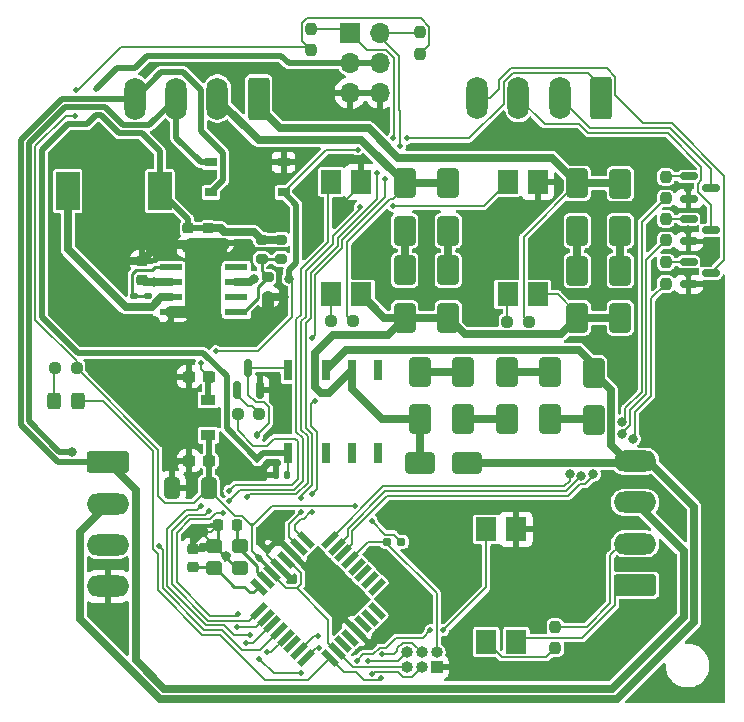
<source format=gbr>
%TF.GenerationSoftware,KiCad,Pcbnew,7.0.10*%
%TF.CreationDate,2024-01-30T15:52:27+01:00*%
%TF.ProjectId,BloX_ABC_MkII,426c6f58-5f41-4424-935f-4d6b49492e6b,rev?*%
%TF.SameCoordinates,Original*%
%TF.FileFunction,Copper,L1,Top*%
%TF.FilePolarity,Positive*%
%FSLAX46Y46*%
G04 Gerber Fmt 4.6, Leading zero omitted, Abs format (unit mm)*
G04 Created by KiCad (PCBNEW 7.0.10) date 2024-01-30 15:52:27*
%MOMM*%
%LPD*%
G01*
G04 APERTURE LIST*
G04 Aperture macros list*
%AMRoundRect*
0 Rectangle with rounded corners*
0 $1 Rounding radius*
0 $2 $3 $4 $5 $6 $7 $8 $9 X,Y pos of 4 corners*
0 Add a 4 corners polygon primitive as box body*
4,1,4,$2,$3,$4,$5,$6,$7,$8,$9,$2,$3,0*
0 Add four circle primitives for the rounded corners*
1,1,$1+$1,$2,$3*
1,1,$1+$1,$4,$5*
1,1,$1+$1,$6,$7*
1,1,$1+$1,$8,$9*
0 Add four rect primitives between the rounded corners*
20,1,$1+$1,$2,$3,$4,$5,0*
20,1,$1+$1,$4,$5,$6,$7,0*
20,1,$1+$1,$6,$7,$8,$9,0*
20,1,$1+$1,$8,$9,$2,$3,0*%
%AMRotRect*
0 Rectangle, with rotation*
0 The origin of the aperture is its center*
0 $1 length*
0 $2 width*
0 $3 Rotation angle, in degrees counterclockwise*
0 Add horizontal line*
21,1,$1,$2,0,0,$3*%
%AMFreePoly0*
4,1,9,3.862500,-0.866500,0.737500,-0.866500,0.737500,-0.450000,-0.737500,-0.450000,-0.737500,0.450000,0.737500,0.450000,0.737500,0.866500,3.862500,0.866500,3.862500,-0.866500,3.862500,-0.866500,$1*%
G04 Aperture macros list end*
%TA.AperFunction,ComponentPad*%
%ADD10O,1.800000X3.600000*%
%TD*%
%TA.AperFunction,ComponentPad*%
%ADD11RoundRect,0.250000X0.650000X1.550000X-0.650000X1.550000X-0.650000X-1.550000X0.650000X-1.550000X0*%
%TD*%
%TA.AperFunction,SMDPad,CuDef*%
%ADD12RoundRect,0.237500X0.250000X0.237500X-0.250000X0.237500X-0.250000X-0.237500X0.250000X-0.237500X0*%
%TD*%
%TA.AperFunction,SMDPad,CuDef*%
%ADD13RoundRect,0.250000X0.325000X0.450000X-0.325000X0.450000X-0.325000X-0.450000X0.325000X-0.450000X0*%
%TD*%
%TA.AperFunction,SMDPad,CuDef*%
%ADD14R,1.780000X2.000000*%
%TD*%
%TA.AperFunction,SMDPad,CuDef*%
%ADD15RoundRect,0.237500X0.237500X-0.250000X0.237500X0.250000X-0.237500X0.250000X-0.237500X-0.250000X0*%
%TD*%
%TA.AperFunction,SMDPad,CuDef*%
%ADD16RoundRect,0.237500X-0.237500X0.250000X-0.237500X-0.250000X0.237500X-0.250000X0.237500X0.250000X0*%
%TD*%
%TA.AperFunction,SMDPad,CuDef*%
%ADD17RoundRect,0.150000X-0.587500X-0.150000X0.587500X-0.150000X0.587500X0.150000X-0.587500X0.150000X0*%
%TD*%
%TA.AperFunction,SMDPad,CuDef*%
%ADD18RoundRect,0.150000X0.150000X-0.587500X0.150000X0.587500X-0.150000X0.587500X-0.150000X-0.587500X0*%
%TD*%
%TA.AperFunction,SMDPad,CuDef*%
%ADD19R,0.800000X1.800000*%
%TD*%
%TA.AperFunction,ComponentPad*%
%ADD20O,1.700000X1.700000*%
%TD*%
%TA.AperFunction,ComponentPad*%
%ADD21R,1.700000X1.700000*%
%TD*%
%TA.AperFunction,ComponentPad*%
%ADD22O,3.600000X1.800000*%
%TD*%
%TA.AperFunction,ComponentPad*%
%ADD23RoundRect,0.250000X1.550000X-0.650000X1.550000X0.650000X-1.550000X0.650000X-1.550000X-0.650000X0*%
%TD*%
%TA.AperFunction,ComponentPad*%
%ADD24RoundRect,0.250000X-1.550000X0.650000X-1.550000X-0.650000X1.550000X-0.650000X1.550000X0.650000X0*%
%TD*%
%TA.AperFunction,SMDPad,CuDef*%
%ADD25R,1.000000X0.800000*%
%TD*%
%TA.AperFunction,SMDPad,CuDef*%
%ADD26RoundRect,0.250000X-0.650000X1.000000X-0.650000X-1.000000X0.650000X-1.000000X0.650000X1.000000X0*%
%TD*%
%TA.AperFunction,SMDPad,CuDef*%
%ADD27RoundRect,0.250000X0.650000X-1.000000X0.650000X1.000000X-0.650000X1.000000X-0.650000X-1.000000X0*%
%TD*%
%TA.AperFunction,SMDPad,CuDef*%
%ADD28RoundRect,0.112500X0.112500X-0.187500X0.112500X0.187500X-0.112500X0.187500X-0.112500X-0.187500X0*%
%TD*%
%TA.AperFunction,SMDPad,CuDef*%
%ADD29RoundRect,0.250000X-1.000000X-0.650000X1.000000X-0.650000X1.000000X0.650000X-1.000000X0.650000X0*%
%TD*%
%TA.AperFunction,SMDPad,CuDef*%
%ADD30RoundRect,0.140000X0.140000X0.170000X-0.140000X0.170000X-0.140000X-0.170000X0.140000X-0.170000X0*%
%TD*%
%TA.AperFunction,SMDPad,CuDef*%
%ADD31RoundRect,0.237500X0.300000X0.237500X-0.300000X0.237500X-0.300000X-0.237500X0.300000X-0.237500X0*%
%TD*%
%TA.AperFunction,SMDPad,CuDef*%
%ADD32R,1.300000X0.900000*%
%TD*%
%TA.AperFunction,SMDPad,CuDef*%
%ADD33FreePoly0,180.000000*%
%TD*%
%TA.AperFunction,SMDPad,CuDef*%
%ADD34RoundRect,0.250000X0.412500X0.650000X-0.412500X0.650000X-0.412500X-0.650000X0.412500X-0.650000X0*%
%TD*%
%TA.AperFunction,SMDPad,CuDef*%
%ADD35RoundRect,0.200000X-0.275000X0.200000X-0.275000X-0.200000X0.275000X-0.200000X0.275000X0.200000X0*%
%TD*%
%TA.AperFunction,SMDPad,CuDef*%
%ADD36R,2.000000X3.200000*%
%TD*%
%TA.AperFunction,SMDPad,CuDef*%
%ADD37RoundRect,0.200000X0.275000X-0.200000X0.275000X0.200000X-0.275000X0.200000X-0.275000X-0.200000X0*%
%TD*%
%TA.AperFunction,SMDPad,CuDef*%
%ADD38RoundRect,0.140000X-0.170000X0.140000X-0.170000X-0.140000X0.170000X-0.140000X0.170000X0.140000X0*%
%TD*%
%TA.AperFunction,SMDPad,CuDef*%
%ADD39R,1.205000X1.550000*%
%TD*%
%TA.AperFunction,SMDPad,CuDef*%
%ADD40R,1.910000X0.610000*%
%TD*%
%TA.AperFunction,SMDPad,CuDef*%
%ADD41RoundRect,0.225000X0.250000X-0.225000X0.250000X0.225000X-0.250000X0.225000X-0.250000X-0.225000X0*%
%TD*%
%TA.AperFunction,SMDPad,CuDef*%
%ADD42RoundRect,0.225000X-0.250000X0.225000X-0.250000X-0.225000X0.250000X-0.225000X0.250000X0.225000X0*%
%TD*%
%TA.AperFunction,SMDPad,CuDef*%
%ADD43RoundRect,0.225000X-0.225000X-0.250000X0.225000X-0.250000X0.225000X0.250000X-0.225000X0.250000X0*%
%TD*%
%TA.AperFunction,ComponentPad*%
%ADD44O,1.000000X1.000000*%
%TD*%
%TA.AperFunction,ComponentPad*%
%ADD45R,1.000000X1.000000*%
%TD*%
%TA.AperFunction,SMDPad,CuDef*%
%ADD46RoundRect,0.160000X0.197500X0.160000X-0.197500X0.160000X-0.197500X-0.160000X0.197500X-0.160000X0*%
%TD*%
%TA.AperFunction,SMDPad,CuDef*%
%ADD47RoundRect,0.140000X0.021213X-0.219203X0.219203X-0.021213X-0.021213X0.219203X-0.219203X0.021213X0*%
%TD*%
%TA.AperFunction,SMDPad,CuDef*%
%ADD48RotRect,1.600000X0.550000X315.000000*%
%TD*%
%TA.AperFunction,SMDPad,CuDef*%
%ADD49RotRect,1.600000X0.550000X45.000000*%
%TD*%
%TA.AperFunction,SMDPad,CuDef*%
%ADD50RoundRect,0.300000X0.400000X0.300000X-0.400000X0.300000X-0.400000X-0.300000X0.400000X-0.300000X0*%
%TD*%
%TA.AperFunction,ViaPad*%
%ADD51C,0.500000*%
%TD*%
%TA.AperFunction,ViaPad*%
%ADD52C,0.800000*%
%TD*%
%TA.AperFunction,Conductor*%
%ADD53C,0.200000*%
%TD*%
%TA.AperFunction,Conductor*%
%ADD54C,0.250000*%
%TD*%
%TA.AperFunction,Conductor*%
%ADD55C,0.500000*%
%TD*%
%TA.AperFunction,Conductor*%
%ADD56C,0.700000*%
%TD*%
%TA.AperFunction,Conductor*%
%ADD57C,1.000000*%
%TD*%
G04 APERTURE END LIST*
D10*
%TO.P,J103,4,Pin_4*%
%TO.N,/ring_left*%
X84695000Y-67500000D03*
%TO.P,J103,3,Pin_3*%
%TO.N,/ring_right*%
X88195000Y-67500000D03*
%TO.P,J103,2,Pin_2*%
%TO.N,/CS1/TRACK*%
X91695000Y-67500000D03*
D11*
%TO.P,J103,1,Pin_1*%
%TO.N,/CS2/TRACK*%
X95195000Y-67500000D03*
%TD*%
D12*
%TO.P,R201,1*%
%TO.N,+5V*%
X79779500Y-90297000D03*
%TO.P,R201,2*%
%TO.N,Net-(D201-A)*%
X77954500Y-90297000D03*
%TD*%
D13*
%TO.P,D201,1,K*%
%TO.N,/CPU/SCK*%
X79892000Y-93091000D03*
%TO.P,D201,2,A*%
%TO.N,Net-(D201-A)*%
X77842000Y-93091000D03*
%TD*%
D14*
%TO.P,U601,4*%
%TO.N,/CPU/upline*%
X114460000Y-103970000D03*
%TO.P,U601,3*%
%TO.N,GND*%
X117000000Y-103970000D03*
%TO.P,U601,2*%
%TO.N,/up-*%
X117000000Y-113500000D03*
%TO.P,U601,1*%
%TO.N,Net-(R601-Pad1)*%
X114460000Y-113500000D03*
%TD*%
%TO.P,U402,1*%
%TO.N,Net-(R401-Pad2)*%
X116276000Y-84079000D03*
%TO.P,U402,2*%
%TO.N,/ABC/COM*%
X118816000Y-84079000D03*
%TO.P,U402,3*%
%TO.N,GND*%
X118816000Y-74549000D03*
%TO.P,U402,4*%
%TO.N,/CPU/S2*%
X116276000Y-74549000D03*
%TD*%
%TO.P,U302,4*%
%TO.N,/CPU/S1*%
X101346000Y-74549000D03*
%TO.P,U302,3*%
%TO.N,GND*%
X103886000Y-74549000D03*
%TO.P,U302,2*%
%TO.N,/ABC/COM*%
X103886000Y-84079000D03*
%TO.P,U302,1*%
%TO.N,Net-(R301-Pad2)*%
X101346000Y-84079000D03*
%TD*%
D15*
%TO.P,R805,1*%
%TO.N,/CPU/red*%
X129667000Y-83185000D03*
%TO.P,R805,2*%
%TO.N,Net-(Q803-B)*%
X129667000Y-81360000D03*
%TD*%
%TO.P,R804,2*%
%TO.N,Net-(Q802-B)*%
X129667000Y-77677000D03*
%TO.P,R804,1*%
%TO.N,/CPU/yellow*%
X129667000Y-79502000D03*
%TD*%
%TO.P,R803,1*%
%TO.N,/CPU/green*%
X129667000Y-75946000D03*
%TO.P,R803,2*%
%TO.N,Net-(Q801-B)*%
X129667000Y-74121000D03*
%TD*%
D16*
%TO.P,R802,2*%
%TO.N,+5V*%
X108875000Y-63702000D03*
%TO.P,R802,1*%
%TO.N,/CPU/main*%
X108875000Y-61877000D03*
%TD*%
%TO.P,R801,2*%
%TO.N,+5V*%
X99615000Y-63424500D03*
%TO.P,R801,1*%
%TO.N,/CPU/dist*%
X99615000Y-61599500D03*
%TD*%
D15*
%TO.P,R601,2*%
%TO.N,/up+*%
X120310000Y-112222500D03*
%TO.P,R601,1*%
%TO.N,Net-(R601-Pad1)*%
X120310000Y-114047500D03*
%TD*%
D12*
%TO.P,R501,1*%
%TO.N,Net-(Q501-B)*%
X95249500Y-94163000D03*
%TO.P,R501,2*%
%TO.N,/ABC/TTL*%
X93424500Y-94163000D03*
%TD*%
%TO.P,R401,1*%
%TO.N,/CS2/TRACK*%
X118077500Y-86426000D03*
%TO.P,R401,2*%
%TO.N,Net-(R401-Pad2)*%
X116252500Y-86426000D03*
%TD*%
%TO.P,R301,1*%
%TO.N,/CS1/TRACK*%
X103147500Y-86360000D03*
%TO.P,R301,2*%
%TO.N,Net-(R301-Pad2)*%
X101322500Y-86360000D03*
%TD*%
D17*
%TO.P,Q803,1,B*%
%TO.N,Net-(Q803-B)*%
X131594000Y-81322500D03*
%TO.P,Q803,2,E*%
%TO.N,GND*%
X131594000Y-83222500D03*
%TO.P,Q803,3,C*%
%TO.N,/signals/red_amp*%
X133469000Y-82272500D03*
%TD*%
%TO.P,Q802,1,B*%
%TO.N,Net-(Q802-B)*%
X131594000Y-77694500D03*
%TO.P,Q802,2,E*%
%TO.N,GND*%
X131594000Y-79594500D03*
%TO.P,Q802,3,C*%
%TO.N,/signals/yellow_amp*%
X133469000Y-78644500D03*
%TD*%
%TO.P,Q801,1,B*%
%TO.N,Net-(Q801-B)*%
X131594000Y-74083500D03*
%TO.P,Q801,2,E*%
%TO.N,GND*%
X131594000Y-75983500D03*
%TO.P,Q801,3,C*%
%TO.N,/signals/green_amp*%
X133469000Y-75033500D03*
%TD*%
D18*
%TO.P,Q501,1,B*%
%TO.N,Net-(Q501-B)*%
X93387000Y-92179500D03*
%TO.P,Q501,2,E*%
%TO.N,GND*%
X95287000Y-92179500D03*
%TO.P,Q501,3,C*%
%TO.N,Net-(D505-A)*%
X94337000Y-90304500D03*
%TD*%
D19*
%TO.P,K501,1*%
%TO.N,+5VA*%
X97700000Y-97480000D03*
%TO.P,K501,2*%
%TO.N,unconnected-(K501-Pad2)*%
X100900000Y-97480000D03*
%TO.P,K501,3*%
%TO.N,unconnected-(K501-Pad3)*%
X103100000Y-97480000D03*
%TO.P,K501,4*%
%TO.N,unconnected-(K501-Pad4)*%
X105300000Y-97480000D03*
%TO.P,K501,5*%
%TO.N,unconnected-(K501-Pad5)*%
X105300000Y-90480000D03*
%TO.P,K501,6*%
%TO.N,/ABC/COM*%
X103100000Y-90480000D03*
%TO.P,K501,7*%
%TO.N,/ring_right*%
X100900000Y-90480000D03*
%TO.P,K501,8*%
%TO.N,Net-(D505-A)*%
X97700000Y-90480000D03*
%TD*%
D11*
%TO.P,J802,1,Pin_1*%
%TO.N,VCC*%
X124195000Y-67432500D03*
D10*
%TO.P,J802,2,Pin_2*%
%TO.N,/signals/green_amp*%
X120695000Y-67432500D03*
%TO.P,J802,3,Pin_3*%
%TO.N,/signals/yellow_amp*%
X117195000Y-67432500D03*
%TO.P,J802,4,Pin_4*%
%TO.N,/signals/red_amp*%
X113695000Y-67432500D03*
%TD*%
D20*
%TO.P,J801,6,Pin_6*%
%TO.N,GND*%
X105500000Y-67040000D03*
%TO.P,J801,5,Pin_5*%
X102960000Y-67040000D03*
%TO.P,J801,4,Pin_4*%
%TO.N,+5VA*%
X105500000Y-64500000D03*
%TO.P,J801,3,Pin_3*%
X102960000Y-64500000D03*
%TO.P,J801,2,Pin_2*%
%TO.N,/CPU/main*%
X105500000Y-61960000D03*
D21*
%TO.P,J801,1,Pin_1*%
%TO.N,/CPU/dist*%
X102960000Y-61960000D03*
%TD*%
D22*
%TO.P,J102,4,Pin_4*%
%TO.N,/ring_right*%
X127067500Y-98195000D03*
%TO.P,J102,3,Pin_3*%
%TO.N,/ring_left*%
X127067500Y-101695000D03*
%TO.P,J102,2,Pin_2*%
%TO.N,/up+*%
X127067500Y-105195000D03*
D23*
%TO.P,J102,1,Pin_1*%
%TO.N,/up-*%
X127067500Y-108695000D03*
%TD*%
D24*
%TO.P,J101,1,Pin_1*%
%TO.N,/ring_left*%
X82432500Y-98305000D03*
D22*
%TO.P,J101,2,Pin_2*%
%TO.N,/ring_right*%
X82432500Y-101805000D03*
%TO.P,J101,3,Pin_3*%
%TO.N,/downline*%
X82432500Y-105305000D03*
%TO.P,J101,4,Pin_4*%
%TO.N,GND*%
X82432500Y-108805000D03*
%TD*%
D25*
%TO.P,D701,1,+*%
%TO.N,VCC*%
X97309000Y-75438000D03*
%TO.P,D701,2,-*%
%TO.N,GND*%
X97309000Y-72898000D03*
%TO.P,D701,3*%
%TO.N,/ring_right*%
X91159000Y-72898000D03*
%TO.P,D701,4*%
%TO.N,/ring_left*%
X91159000Y-75438000D03*
%TD*%
D26*
%TO.P,D507,2,A*%
%TO.N,/ABC/COM*%
X108817000Y-94615000D03*
%TO.P,D507,1,K*%
%TO.N,Net-(D506-A)*%
X108817000Y-90615000D03*
%TD*%
D27*
%TO.P,D506,2,A*%
%TO.N,Net-(D506-A)*%
X112500000Y-90615000D03*
%TO.P,D506,1,K*%
%TO.N,Net-(D503-A)*%
X112500000Y-94615000D03*
%TD*%
D28*
%TO.P,D505,1,K*%
%TO.N,+5VA*%
X95099000Y-98041000D03*
%TO.P,D505,2,A*%
%TO.N,Net-(D505-A)*%
X95099000Y-95941000D03*
%TD*%
D29*
%TO.P,D504,2,A*%
%TO.N,/ring_right*%
X112817000Y-98330000D03*
%TO.P,D504,1,K*%
%TO.N,/ABC/COM*%
X108817000Y-98330000D03*
%TD*%
D26*
%TO.P,D503,2,A*%
%TO.N,Net-(D503-A)*%
X116183000Y-94615000D03*
%TO.P,D503,1,K*%
%TO.N,Net-(D502-A)*%
X116183000Y-90615000D03*
%TD*%
D27*
%TO.P,D502,2,A*%
%TO.N,Net-(D502-A)*%
X119866000Y-90615000D03*
%TO.P,D502,1,K*%
%TO.N,Net-(D501-A)*%
X119866000Y-94615000D03*
%TD*%
D26*
%TO.P,D501,2,A*%
%TO.N,Net-(D501-A)*%
X123549000Y-94742000D03*
%TO.P,D501,1,K*%
%TO.N,/ring_right*%
X123549000Y-90742000D03*
%TD*%
%TO.P,D404,1,K*%
%TO.N,Net-(D403-A)*%
X125801000Y-82059500D03*
%TO.P,D404,2,A*%
%TO.N,/ABC/COM*%
X125801000Y-86059500D03*
%TD*%
%TO.P,D403,1,K*%
%TO.N,/CS2/TRACK*%
X125801000Y-74693500D03*
%TO.P,D403,2,A*%
%TO.N,Net-(D403-A)*%
X125801000Y-78693500D03*
%TD*%
D27*
%TO.P,D402,1,K*%
%TO.N,/ABC/COM*%
X122174000Y-86059500D03*
%TO.P,D402,2,A*%
%TO.N,Net-(D401-K)*%
X122174000Y-82059500D03*
%TD*%
%TO.P,D401,1,K*%
%TO.N,Net-(D401-K)*%
X122174000Y-78679000D03*
%TO.P,D401,2,A*%
%TO.N,/CS2/TRACK*%
X122174000Y-74679000D03*
%TD*%
D26*
%TO.P,D304,1,K*%
%TO.N,Net-(D303-A)*%
X111252000Y-82042000D03*
%TO.P,D304,2,A*%
%TO.N,/ABC/COM*%
X111252000Y-86042000D03*
%TD*%
%TO.P,D303,1,K*%
%TO.N,/CS1/TRACK*%
X111252000Y-74676000D03*
%TO.P,D303,2,A*%
%TO.N,Net-(D303-A)*%
X111252000Y-78676000D03*
%TD*%
D27*
%TO.P,D302,1,K*%
%TO.N,/ABC/COM*%
X107569000Y-86042000D03*
%TO.P,D302,2,A*%
%TO.N,Net-(D301-K)*%
X107569000Y-82042000D03*
%TD*%
%TO.P,D301,1,K*%
%TO.N,Net-(D301-K)*%
X107569000Y-78676000D03*
%TO.P,D301,2,A*%
%TO.N,/CS1/TRACK*%
X107569000Y-74676000D03*
%TD*%
D30*
%TO.P,C501,1*%
%TO.N,+5VA*%
X97611000Y-99370000D03*
%TO.P,C501,2*%
%TO.N,GND*%
X96651000Y-99370000D03*
%TD*%
D31*
%TO.P,C302,1*%
%TO.N,+5V*%
X91032500Y-98171000D03*
%TO.P,C302,2*%
%TO.N,GND*%
X89307500Y-98171000D03*
%TD*%
%TO.P,C301,1*%
%TO.N,VCC*%
X91006000Y-91059000D03*
%TO.P,C301,2*%
%TO.N,GND*%
X89281000Y-91059000D03*
%TD*%
D32*
%TO.P,U301,1,OUT*%
%TO.N,+5V*%
X90932000Y-96012000D03*
D33*
%TO.P,U301,2,GND*%
%TO.N,GND*%
X90844500Y-94512000D03*
D32*
%TO.P,U301,3,IN*%
%TO.N,VCC*%
X90932000Y-93012000D03*
%TD*%
D34*
%TO.P,C303,1*%
%TO.N,+5V*%
X90970500Y-100457000D03*
%TO.P,C303,2*%
%TO.N,GND*%
X87845500Y-100457000D03*
%TD*%
D35*
%TO.P,R901,2*%
%TO.N,Net-(U901-FB)*%
X97108500Y-81089000D03*
%TO.P,R901,1*%
%TO.N,+5VA*%
X97108500Y-79439000D03*
%TD*%
D36*
%TO.P,L901,2,2*%
%TO.N,+5VA*%
X86831000Y-75311000D03*
%TO.P,L901,1,1*%
%TO.N,Net-(U901-SW)*%
X79031000Y-75311000D03*
%TD*%
D37*
%TO.P,R903,2*%
%TO.N,+5VA*%
X95457500Y-79439000D03*
%TO.P,R903,1*%
%TO.N,Net-(U901-FB)*%
X95457500Y-81089000D03*
%TD*%
D38*
%TO.P,C906,2*%
%TO.N,GND*%
X92282500Y-79730000D03*
%TO.P,C906,1*%
%TO.N,+5VA*%
X92282500Y-78770000D03*
%TD*%
D39*
%TO.P,U901,9,GND*%
%TO.N,GND*%
X91139500Y-84468000D03*
X91139500Y-82918000D03*
X89934500Y-84468000D03*
X89934500Y-82918000D03*
D40*
%TO.P,U901,8,NC*%
%TO.N,unconnected-(U901-NC-Pad8)*%
X93317000Y-81788000D03*
%TO.P,U901,7,EN*%
%TO.N,VCC*%
X93317000Y-83058000D03*
%TO.P,U901,6,NC*%
%TO.N,unconnected-(U901-NC-Pad6)*%
X93317000Y-84328000D03*
%TO.P,U901,5,FB*%
%TO.N,Net-(U901-FB)*%
X93317000Y-85598000D03*
%TO.P,U901,4,GND*%
%TO.N,GND*%
X87757000Y-85598000D03*
%TO.P,U901,3,SW*%
%TO.N,Net-(U901-SW)*%
X87757000Y-84328000D03*
%TO.P,U901,2,Vin*%
%TO.N,VCC*%
X87757000Y-83058000D03*
%TO.P,U901,1,BS*%
%TO.N,Net-(U901-BS)*%
X87757000Y-81788000D03*
%TD*%
D38*
%TO.P,C903,2*%
%TO.N,Net-(U901-SW)*%
X84662500Y-85161000D03*
%TO.P,C903,1*%
%TO.N,Net-(U901-BS)*%
X84662500Y-84201000D03*
%TD*%
D35*
%TO.P,R902,2*%
%TO.N,GND*%
X95965500Y-84264000D03*
%TO.P,R902,1*%
%TO.N,Net-(U901-FB)*%
X95965500Y-82614000D03*
%TD*%
D41*
%TO.P,C901,2*%
%TO.N,GND*%
X85297500Y-81267000D03*
%TO.P,C901,1*%
%TO.N,VCC*%
X85297500Y-82817000D03*
%TD*%
D42*
%TO.P,C905,2*%
%TO.N,GND*%
X89234500Y-80023000D03*
%TO.P,C905,1*%
%TO.N,+5VA*%
X89234500Y-78473000D03*
%TD*%
D38*
%TO.P,C902,2*%
%TO.N,Net-(U901-SW)*%
X85805500Y-85161000D03*
%TO.P,C902,1*%
%TO.N,Net-(U901-BS)*%
X85805500Y-84201000D03*
%TD*%
D42*
%TO.P,C904,2*%
%TO.N,GND*%
X90900500Y-80023000D03*
%TO.P,C904,1*%
%TO.N,+5VA*%
X90900500Y-78473000D03*
%TD*%
D43*
%TO.P,C201,1*%
%TO.N,GND*%
X91798000Y-103623000D03*
%TO.P,C201,2*%
%TO.N,/CPU/X1*%
X93348000Y-103623000D03*
%TD*%
D44*
%TO.P,U201,6*%
%TO.N,/CPU/MISO*%
X107735000Y-114375000D03*
%TO.P,U201,5*%
%TO.N,+5V*%
X107735000Y-115645000D03*
%TO.P,U201,4*%
%TO.N,/CPU/SCK*%
X109005000Y-114375000D03*
%TO.P,U201,3*%
%TO.N,/CPU/MOSI*%
X109005000Y-115645000D03*
%TO.P,U201,2*%
%TO.N,/CPU/reset*%
X110275000Y-114375000D03*
D45*
%TO.P,U201,1*%
%TO.N,GND*%
X110275000Y-115645000D03*
%TD*%
D46*
%TO.P,R202,2*%
%TO.N,/CPU/reset*%
X106082500Y-105029000D03*
%TO.P,R202,1*%
%TO.N,+5V*%
X107277500Y-105029000D03*
%TD*%
D47*
%TO.P,C202,1*%
%TO.N,+5V*%
X95240000Y-106385000D03*
%TO.P,C202,2*%
%TO.N,GND*%
X95918822Y-105706178D03*
%TD*%
D42*
%TO.P,C203,1*%
%TO.N,GND*%
X89652000Y-105610000D03*
%TO.P,C203,2*%
%TO.N,/CPU/X2*%
X89652000Y-107160000D03*
%TD*%
D48*
%TO.P,U202,1,PD3*%
%TO.N,/CPU/main*%
X99177695Y-104869897D03*
%TO.P,U202,2,PD4*%
%TO.N,/CPU/dist*%
X98612010Y-105435583D03*
%TO.P,U202,3,GND*%
%TO.N,GND*%
X98046324Y-106001268D03*
%TO.P,U202,4,VCC*%
%TO.N,+5V*%
X97480639Y-106566953D03*
%TO.P,U202,5,GND*%
%TO.N,GND*%
X96914953Y-107132639D03*
%TO.P,U202,6,VCC*%
%TO.N,+5V*%
X96349268Y-107698324D03*
%TO.P,U202,7,XTAL1/PB6*%
%TO.N,/CPU/X1*%
X95783583Y-108264010D03*
%TO.P,U202,8,XTAL2/PB7*%
%TO.N,/CPU/X2*%
X95217897Y-108829695D03*
D49*
%TO.P,U202,9,PD5*%
%TO.N,/CPU/S1*%
X95217897Y-110880305D03*
%TO.P,U202,10,PD6*%
%TO.N,/CPU/S2*%
X95783583Y-111445990D03*
%TO.P,U202,11,PD7*%
%TO.N,/CPU/upline*%
X96349268Y-112011676D03*
%TO.P,U202,12,PB0*%
%TO.N,/downline*%
X96914953Y-112577361D03*
%TO.P,U202,13,PB1*%
%TO.N,/ABC/TTL*%
X97480639Y-113143047D03*
%TO.P,U202,14,PB2*%
%TO.N,unconnected-(U202-PB2-Pad14)*%
X98046324Y-113708732D03*
%TO.P,U202,15,PB3*%
%TO.N,/CPU/MOSI*%
X98612010Y-114274417D03*
%TO.P,U202,16,PB4*%
%TO.N,/CPU/MISO*%
X99177695Y-114840103D03*
D48*
%TO.P,U202,17,PB5*%
%TO.N,/CPU/SCK*%
X101228305Y-114840103D03*
%TO.P,U202,18,AVCC*%
%TO.N,+5V*%
X101793990Y-114274417D03*
%TO.P,U202,19,ADC6*%
%TO.N,unconnected-(U202-ADC6-Pad19)*%
X102359676Y-113708732D03*
%TO.P,U202,20,AREF*%
%TO.N,unconnected-(U202-AREF-Pad20)*%
X102925361Y-113143047D03*
%TO.P,U202,21,GND*%
%TO.N,GND*%
X103491047Y-112577361D03*
%TO.P,U202,22,ADC7*%
%TO.N,unconnected-(U202-ADC7-Pad22)*%
X104056732Y-112011676D03*
%TO.P,U202,23,PC0*%
%TO.N,unconnected-(U202-PC0-Pad23)*%
X104622417Y-111445990D03*
%TO.P,U202,24,PC1*%
%TO.N,unconnected-(U202-PC1-Pad24)*%
X105188103Y-110880305D03*
D49*
%TO.P,U202,25,PC2*%
%TO.N,unconnected-(U202-PC2-Pad25)*%
X105188103Y-108829695D03*
%TO.P,U202,26,PC3*%
%TO.N,unconnected-(U202-PC3-Pad26)*%
X104622417Y-108264010D03*
%TO.P,U202,27,PC4*%
%TO.N,unconnected-(U202-PC4-Pad27)*%
X104056732Y-107698324D03*
%TO.P,U202,28,PC5*%
%TO.N,unconnected-(U202-PC5-Pad28)*%
X103491047Y-107132639D03*
%TO.P,U202,29,~{RESET}/PC6*%
%TO.N,/CPU/reset*%
X102925361Y-106566953D03*
%TO.P,U202,30,PD0*%
%TO.N,/CPU/red*%
X102359676Y-106001268D03*
%TO.P,U202,31,PD1*%
%TO.N,/CPU/yellow*%
X101793990Y-105435583D03*
%TO.P,U202,32,PD2*%
%TO.N,/CPU/green*%
X101228305Y-104869897D03*
%TD*%
D50*
%TO.P,Y201,1,1*%
%TO.N,/CPU/X1*%
X93630000Y-105374000D03*
%TO.P,Y201,2,GND*%
%TO.N,GND*%
X91430000Y-105374000D03*
%TO.P,Y201,3,3*%
%TO.N,/CPU/X2*%
X91430000Y-107274000D03*
%TO.P,Y201,4,GND*%
%TO.N,GND*%
X93630000Y-107274000D03*
%TD*%
D51*
%TO.N,GND*%
X89408000Y-104267000D03*
X123825000Y-73406000D03*
X121539000Y-70485000D03*
X123952000Y-83947000D03*
X123825000Y-76581000D03*
X114681000Y-86360000D03*
X116459000Y-82042000D03*
X118491000Y-81788000D03*
X119761000Y-78613000D03*
X118745000Y-76835000D03*
X113411000Y-77724000D03*
X113538000Y-84201000D03*
X109474000Y-84201000D03*
X109220000Y-77851000D03*
X105791000Y-83947000D03*
X105537000Y-78359000D03*
X102489000Y-76327000D03*
X97028000Y-76708000D03*
X96901000Y-78359000D03*
X89154000Y-74803000D03*
X91948000Y-69977000D03*
X87122000Y-70485000D03*
X90424000Y-65024000D03*
X93472000Y-67437000D03*
X104013000Y-68707000D03*
X101346000Y-68580000D03*
X100457000Y-65786000D03*
X105791000Y-69215000D03*
X108712000Y-71501000D03*
X115189000Y-71247000D03*
X127762000Y-71247000D03*
X127635000Y-75184000D03*
X130556000Y-76835000D03*
X132842000Y-76962000D03*
X133350000Y-81026000D03*
X130429000Y-80518000D03*
X133477000Y-79756000D03*
X133604000Y-84582000D03*
X131445000Y-84582000D03*
X130175000Y-84582000D03*
X111887000Y-113665000D03*
X111887000Y-115316000D03*
X111887000Y-116332000D03*
X119507000Y-104013000D03*
X92329000Y-99568000D03*
X92075000Y-97155000D03*
X97536000Y-93853000D03*
X96012000Y-95885000D03*
X95377000Y-90932000D03*
X96393000Y-92329000D03*
X95758000Y-99314000D03*
X96647000Y-98425000D03*
X100965000Y-107442000D03*
X102743000Y-109220000D03*
X97282000Y-102743000D03*
X96774000Y-104648000D03*
X99187000Y-107188000D03*
X98044000Y-108204000D03*
X102108000Y-111379000D03*
X104648000Y-113538000D03*
X113157000Y-102616000D03*
X115570000Y-101981000D03*
X118237000Y-101981000D03*
X119126000Y-106045000D03*
X116967000Y-106172000D03*
X82804000Y-112141000D03*
X83312000Y-110998000D03*
X81534000Y-110871000D03*
X82423000Y-106934000D03*
X86233000Y-94234000D03*
X95885000Y-72898000D03*
X98679000Y-72898000D03*
X97282000Y-74041000D03*
X99695000Y-78994000D03*
X99822000Y-76835000D03*
X101600000Y-72898000D03*
X103886000Y-72771000D03*
%TO.N,VCC*%
X107738000Y-70866000D03*
X103574314Y-71812686D03*
%TO.N,/CPU/main*%
X99750000Y-87757000D03*
X99949000Y-93091000D03*
X99731750Y-101001753D03*
X99695000Y-102511692D03*
%TO.N,/CPU/dist*%
X98813909Y-101353909D03*
X98806000Y-102511692D03*
%TO.N,/CPU/main*%
X105918000Y-74295000D03*
X107188000Y-71501000D03*
%TO.N,/CPU/dist*%
X105226002Y-73787000D03*
X106553000Y-70866000D03*
%TO.N,/ABC/TTL*%
X95927566Y-114342566D03*
X94488000Y-112903000D03*
X90297000Y-101981000D03*
X92710000Y-100711000D03*
%TO.N,/CPU/S2*%
X93472000Y-111142956D03*
X93345000Y-112242956D03*
X92194091Y-102623909D03*
X94234000Y-101219000D03*
X103779934Y-76667058D03*
X106553000Y-76581000D03*
%TO.N,/CPU/S1*%
X91014690Y-102404795D03*
X92717909Y-101592091D03*
%TO.N,/CPU/upline*%
X94107000Y-113623000D03*
X95250000Y-114935000D03*
X98806000Y-116163000D03*
X103505000Y-115095000D03*
X110825000Y-112522000D03*
X109725000Y-112522000D03*
%TO.N,+5V*%
X103358692Y-101961692D03*
X104765696Y-103241696D03*
%TO.N,VCC*%
X90343202Y-89869798D03*
X91567000Y-88900000D03*
%TO.N,+5VA*%
X81407000Y-68900000D03*
X81407000Y-66675000D03*
%TO.N,+5V*%
X79756000Y-66800000D03*
X79629000Y-68961000D03*
%TO.N,/downline*%
X86783000Y-105410000D03*
%TO.N,/CPU/SCK*%
X105537000Y-116595000D03*
X105664000Y-114545000D03*
%TO.N,/CPU/MOSI*%
X104775000Y-116195000D03*
X100203000Y-113030000D03*
%TO.N,/CPU/MISO*%
X100293961Y-114006678D03*
X104479000Y-115095000D03*
D52*
%TO.N,/CPU/red*%
X123510962Y-99303516D03*
X126905678Y-96280813D03*
%TO.N,/CPU/yellow*%
X122522996Y-99458204D03*
X125994883Y-95867949D03*
%TO.N,/CPU/green*%
X121539000Y-99280000D03*
X125949000Y-94869000D03*
%TO.N,GND*%
X131572000Y-82296000D03*
X131572000Y-78613000D03*
X131572000Y-75057000D03*
%TO.N,VCC*%
X97790000Y-82733950D03*
%TO.N,/ring_right*%
X79375000Y-97409000D03*
%TO.N,GND*%
X89408000Y-100457000D03*
X89281000Y-96520000D03*
X87884000Y-90932000D03*
X87630000Y-92583000D03*
X89281000Y-92583000D03*
X87884000Y-96520000D03*
X88011000Y-98425000D03*
%TO.N,VCC*%
X86313500Y-83058000D03*
X94820950Y-82733950D03*
%TO.N,GND*%
X91520500Y-85852000D03*
X90504500Y-85852000D03*
X89488500Y-81407000D03*
X86059500Y-80391000D03*
X84027500Y-81280000D03*
X91520500Y-81407000D03*
X97362500Y-84328000D03*
X95965500Y-85471000D03*
X86440500Y-86360000D03*
X90504500Y-81407000D03*
X87710500Y-86614000D03*
X89488500Y-85852000D03*
X90541000Y-104226000D03*
X95367000Y-104861000D03*
X92446000Y-106258000D03*
%TD*%
D53*
%TO.N,/CPU/SCK*%
X82007814Y-93091000D02*
X79892000Y-93091000D01*
X86233000Y-97316186D02*
X82007814Y-93091000D01*
X86233000Y-105664000D02*
X86233000Y-97316186D01*
X86665000Y-106096000D02*
X86233000Y-105664000D01*
X86665000Y-109120743D02*
X86665000Y-106096000D01*
X95758000Y-116713000D02*
X91937956Y-112892956D01*
X101228305Y-114840103D02*
X99355408Y-116713000D01*
X99355408Y-116713000D02*
X95758000Y-116713000D01*
X91937956Y-112892956D02*
X90437215Y-112892956D01*
X90437215Y-112892956D02*
X86665000Y-109120743D01*
%TO.N,/CPU/upline*%
X96478000Y-116163000D02*
X98806000Y-116163000D01*
X95250000Y-114935000D02*
X96478000Y-116163000D01*
%TO.N,/downline*%
X95319314Y-114173000D02*
X96914953Y-112577361D01*
X93795314Y-114173000D02*
X95319314Y-114173000D01*
X90602901Y-112492956D02*
X92115270Y-112492956D01*
X87065000Y-105692000D02*
X87065000Y-108955058D01*
X87065000Y-108955058D02*
X90602901Y-112492956D01*
X92115270Y-112492956D02*
X93795314Y-114173000D01*
X86783000Y-105410000D02*
X87065000Y-105692000D01*
%TO.N,/CPU/SCK*%
X107403629Y-113575000D02*
X108205000Y-113575000D01*
X106935000Y-114043629D02*
X107403629Y-113575000D01*
X108205000Y-113575000D02*
X109005000Y-114375000D01*
X106680000Y-114554000D02*
X106935000Y-114299000D01*
X105673000Y-114554000D02*
X106680000Y-114554000D01*
X106935000Y-114299000D02*
X106935000Y-114043629D01*
X105664000Y-114545000D02*
X105673000Y-114554000D01*
%TO.N,/CPU/MISO*%
X107735000Y-114388000D02*
X107735000Y-114375000D01*
X107028000Y-115095000D02*
X107735000Y-114388000D01*
X104479000Y-115095000D02*
X107028000Y-115095000D01*
%TO.N,/CPU/main*%
X105918000Y-75872496D02*
X105918000Y-74295000D01*
X102296000Y-79494496D02*
X105918000Y-75872496D01*
X100006000Y-82412058D02*
X102296000Y-80122058D01*
X100006000Y-87501000D02*
X100006000Y-82412058D01*
X99750000Y-87757000D02*
X100006000Y-87501000D01*
X102296000Y-80122058D02*
X102296000Y-79494496D01*
X100152000Y-100581503D02*
X99731750Y-101001753D01*
X100152000Y-95769260D02*
X100152000Y-100581503D01*
X99860000Y-93091000D02*
X99606000Y-93345000D01*
X99949000Y-93091000D02*
X99860000Y-93091000D01*
X99606000Y-93345000D02*
X99606000Y-95223260D01*
X99606000Y-95223260D02*
X100152000Y-95769260D01*
%TO.N,GND*%
X91195000Y-104226000D02*
X91798000Y-103623000D01*
X90541000Y-104226000D02*
X91195000Y-104226000D01*
D54*
X89652000Y-105115000D02*
X90541000Y-104226000D01*
X89652000Y-105610000D02*
X89652000Y-105115000D01*
D53*
X90541000Y-104485000D02*
X91430000Y-105374000D01*
X90541000Y-104226000D02*
X90541000Y-104485000D01*
X102489000Y-76200000D02*
X102489000Y-76327000D01*
X103886000Y-74803000D02*
X102489000Y-76200000D01*
X103886000Y-74549000D02*
X103886000Y-74803000D01*
D55*
%TO.N,+5VA*%
X89234500Y-78473000D02*
X90900500Y-78473000D01*
D53*
%TO.N,GND*%
X96651000Y-98429000D02*
X96647000Y-98425000D01*
X96651000Y-99370000D02*
X96651000Y-98429000D01*
%TO.N,+5VA*%
X97700000Y-99281000D02*
X97611000Y-99370000D01*
X97700000Y-97480000D02*
X97700000Y-99281000D01*
%TO.N,GND*%
X96914953Y-107132639D02*
X95918822Y-106136508D01*
X95918822Y-106136508D02*
X95918822Y-105706178D01*
%TO.N,/CPU/upline*%
X104055000Y-114545000D02*
X103505000Y-115095000D01*
X104706818Y-114545000D02*
X104055000Y-114545000D01*
X104877182Y-114554000D02*
X104715818Y-114554000D01*
X105436182Y-113995000D02*
X104877182Y-114554000D01*
X109072000Y-113175000D02*
X106789000Y-113175000D01*
X106789000Y-113175000D02*
X105969000Y-113995000D01*
X105969000Y-113995000D02*
X105436182Y-113995000D01*
X109725000Y-112522000D02*
X109072000Y-113175000D01*
X104715818Y-114554000D02*
X104706818Y-114545000D01*
D55*
%TO.N,+5VA*%
X97732000Y-64500000D02*
X102960000Y-64500000D01*
X97113000Y-63881000D02*
X97732000Y-64500000D01*
X84709000Y-64897000D02*
X85725000Y-63881000D01*
X83185000Y-64897000D02*
X84709000Y-64897000D01*
X85725000Y-63881000D02*
X97113000Y-63881000D01*
X81407000Y-66675000D02*
X83185000Y-64897000D01*
D53*
%TO.N,/signals/red_amp*%
X134600000Y-81141500D02*
X133469000Y-82272500D01*
X134600000Y-74034314D02*
X134600000Y-81141500D01*
X130165686Y-69600000D02*
X134600000Y-74034314D01*
X127766000Y-69600000D02*
X130165686Y-69600000D01*
X124679744Y-64932500D02*
X125395000Y-65647756D01*
X115551000Y-66694000D02*
X115551000Y-65913758D01*
X114812500Y-67432500D02*
X115551000Y-66694000D01*
X125395000Y-67229000D02*
X127766000Y-69600000D01*
X113695000Y-67432500D02*
X114812500Y-67432500D01*
X115551000Y-65913758D02*
X116532259Y-64932500D01*
X116532259Y-64932500D02*
X124679744Y-64932500D01*
X125395000Y-65647756D02*
X125395000Y-67229000D01*
%TO.N,VCC*%
X124195000Y-66410000D02*
X124195000Y-67432500D01*
X115951000Y-66079444D02*
X116697944Y-65332500D01*
X113030000Y-70866000D02*
X115951000Y-67945000D01*
X116697944Y-65332500D02*
X123117500Y-65332500D01*
X123117500Y-65332500D02*
X124195000Y-66410000D01*
X107738000Y-70866000D02*
X113030000Y-70866000D01*
X115951000Y-67945000D02*
X115951000Y-66079444D01*
X100934314Y-71812686D02*
X103574314Y-71812686D01*
X97309000Y-75438000D02*
X100934314Y-71812686D01*
%TO.N,/CPU/S2*%
X98800000Y-86354372D02*
X98800000Y-91815000D01*
X99206000Y-85948372D02*
X98800000Y-86354372D01*
X99206000Y-82080686D02*
X99206000Y-85948372D01*
X101496000Y-79790684D02*
X99206000Y-82080686D01*
X103779934Y-76879191D02*
X101496000Y-79163125D01*
X103779934Y-76667058D02*
X103779934Y-76879191D01*
X101496000Y-79163125D02*
X101496000Y-79790684D01*
%TO.N,/CPU/dist*%
X98813909Y-101141776D02*
X98813909Y-101353909D01*
X99752000Y-100203683D02*
X98813909Y-101141776D01*
X99752000Y-95934945D02*
X99752000Y-100203683D01*
X99206000Y-95388943D02*
X99752000Y-95934945D01*
X99206000Y-89287000D02*
X99206000Y-95388943D01*
X99200000Y-89281000D02*
X99206000Y-89287000D01*
X101896000Y-79956370D02*
X99606000Y-82246372D01*
X99606000Y-86114058D02*
X99200000Y-86520058D01*
X101896000Y-79328810D02*
X101896000Y-79956370D01*
X105226002Y-75998808D02*
X101896000Y-79328810D01*
X99606000Y-82246372D02*
X99606000Y-86114058D01*
X105226002Y-73787000D02*
X105226002Y-75998808D01*
X99200000Y-86520058D02*
X99200000Y-89281000D01*
%TO.N,/CPU/S1*%
X101092000Y-74803000D02*
X101346000Y-74549000D01*
X101092000Y-79629000D02*
X101092000Y-74803000D01*
X98778500Y-85810186D02*
X98778500Y-81942500D01*
X98400000Y-86188686D02*
X98778500Y-85810186D01*
X98952000Y-99872313D02*
X98952000Y-96266315D01*
X98217314Y-100607000D02*
X98952000Y-99872313D01*
X98952000Y-96266315D02*
X98400000Y-95714315D01*
X98400000Y-95714315D02*
X98400000Y-86188686D01*
X94218314Y-100669000D02*
X94280314Y-100607000D01*
X94280314Y-100607000D02*
X98217314Y-100607000D01*
X93641000Y-100669000D02*
X94218314Y-100669000D01*
X92717909Y-101592091D02*
X93641000Y-100669000D01*
X98778500Y-81942500D02*
X101092000Y-79629000D01*
D55*
%TO.N,VCC*%
X98378500Y-76507500D02*
X97309000Y-75438000D01*
X97790000Y-82042000D02*
X98378500Y-81453500D01*
X98378500Y-81453500D02*
X98378500Y-76507500D01*
X97790000Y-82733950D02*
X97790000Y-82042000D01*
D53*
X95123000Y-88900000D02*
X91567000Y-88900000D01*
X98062500Y-85960500D02*
X95123000Y-88900000D01*
X98062500Y-83006450D02*
X98062500Y-85960500D01*
X97790000Y-82733950D02*
X98062500Y-83006450D01*
%TO.N,/CPU/S2*%
X98806000Y-95554629D02*
X98806000Y-91821000D01*
X98806000Y-91821000D02*
X98800000Y-91815000D01*
X99352000Y-100037998D02*
X99352000Y-96100630D01*
X99352000Y-96100630D02*
X98806000Y-95554629D01*
X98383000Y-101007000D02*
X99352000Y-100037998D01*
X94446000Y-101007000D02*
X98383000Y-101007000D01*
X94234000Y-101219000D02*
X94446000Y-101007000D01*
%TO.N,/ABC/TTL*%
X93424500Y-95588682D02*
X93424500Y-94163000D01*
X95885000Y-96901000D02*
X94736818Y-96901000D01*
X98312000Y-96280000D02*
X96506000Y-96280000D01*
X98552000Y-96520000D02*
X98312000Y-96280000D01*
X96506000Y-96280000D02*
X95885000Y-96901000D01*
X94736818Y-96901000D02*
X93424500Y-95588682D01*
X98051628Y-100207000D02*
X98552000Y-99706628D01*
X98552000Y-99706628D02*
X98552000Y-96520000D01*
X93214000Y-100207000D02*
X98051628Y-100207000D01*
%TO.N,/CPU/main*%
X98298000Y-104013000D02*
X99154897Y-104869897D01*
X98298000Y-103585378D02*
X98298000Y-104013000D01*
X98821686Y-103061692D02*
X98298000Y-103585378D01*
X99154897Y-104869897D02*
X99177695Y-104869897D01*
X99583818Y-102511692D02*
X99033818Y-103061692D01*
X99695000Y-102511692D02*
X99583818Y-102511692D01*
X99033818Y-103061692D02*
X98821686Y-103061692D01*
%TO.N,/CPU/dist*%
X97790000Y-104613573D02*
X98612010Y-105435583D01*
X97790000Y-103527692D02*
X97790000Y-104613573D01*
X98806000Y-102511692D02*
X97790000Y-103527692D01*
%TO.N,/CPU/main*%
X107080000Y-68453000D02*
X107188000Y-68561000D01*
X107080000Y-63887968D02*
X107080000Y-68453000D01*
X105500000Y-62307968D02*
X107080000Y-63887968D01*
X107188000Y-68561000D02*
X107188000Y-71501000D01*
X105500000Y-61960000D02*
X105500000Y-62307968D01*
%TO.N,/CPU/dist*%
X106680000Y-70739000D02*
X106553000Y-70866000D01*
X106680000Y-64053654D02*
X106680000Y-70739000D01*
X105976346Y-63350000D02*
X106680000Y-64053654D01*
X104350000Y-63350000D02*
X105976346Y-63350000D01*
X102960000Y-61960000D02*
X104350000Y-63350000D01*
D56*
%TO.N,/ABC/COM*%
X106111000Y-87500000D02*
X107569000Y-86042000D01*
X99949000Y-91949000D02*
X99949000Y-89051000D01*
X100456000Y-92456000D02*
X99949000Y-91949000D01*
X103100000Y-90480000D02*
X101124000Y-92456000D01*
X101124000Y-92456000D02*
X100456000Y-92456000D01*
X99949000Y-89051000D02*
X101500000Y-87500000D01*
X101500000Y-87500000D02*
X106111000Y-87500000D01*
D53*
%TO.N,/ABC/TTL*%
X96281120Y-114342566D02*
X97480639Y-113143047D01*
X95927566Y-114342566D02*
X96281120Y-114342566D01*
X93091000Y-112903000D02*
X94488000Y-112903000D01*
X92280956Y-112092956D02*
X93091000Y-112903000D01*
X90768586Y-112092956D02*
X92280956Y-112092956D01*
X87465000Y-103935629D02*
X87465000Y-108789372D01*
X87465000Y-108789372D02*
X90768586Y-112092956D01*
X87465000Y-103935629D02*
X89076628Y-102324000D01*
X89954000Y-102324000D02*
X89076628Y-102324000D01*
X90297000Y-101981000D02*
X89954000Y-102324000D01*
%TO.N,/CPU/S1*%
X90934271Y-111692956D02*
X94405246Y-111692956D01*
X94405246Y-111692956D02*
X95217897Y-110880305D01*
X90695485Y-102724000D02*
X89242314Y-102724000D01*
X89242314Y-102724000D02*
X87865000Y-104101314D01*
X87865000Y-104101314D02*
X87865000Y-108623686D01*
X87865000Y-108623686D02*
X90934271Y-111692956D01*
X91014690Y-102404795D02*
X90695485Y-102724000D01*
%TO.N,/CPU/S2*%
X93322000Y-111292956D02*
X93472000Y-111142956D01*
X91099956Y-111292956D02*
X93322000Y-111292956D01*
X88265000Y-104267000D02*
X88265000Y-108458000D01*
X88265000Y-108458000D02*
X91099956Y-111292956D01*
X89408000Y-103124000D02*
X88265000Y-104267000D01*
X92186182Y-102616000D02*
X91581304Y-102616000D01*
X91581304Y-102616000D02*
X91073304Y-103124000D01*
X92194091Y-102623909D02*
X92186182Y-102616000D01*
X91073304Y-103124000D02*
X89408000Y-103124000D01*
%TO.N,/ABC/TTL*%
X93214000Y-100207000D02*
X92710000Y-100711000D01*
%TO.N,/CPU/S2*%
X94986617Y-112242956D02*
X95783583Y-111445990D01*
X93345000Y-112242956D02*
X94986617Y-112242956D01*
%TO.N,/CS1/TRACK*%
X106595000Y-76031000D02*
X107569000Y-75057000D01*
X106325182Y-76031000D02*
X106595000Y-76031000D01*
X107569000Y-75057000D02*
X107569000Y-74676000D01*
X102696000Y-79660182D02*
X106325182Y-76031000D01*
X102696000Y-85908500D02*
X102696000Y-79660182D01*
X103147500Y-86360000D02*
X102696000Y-85908500D01*
%TO.N,/CPU/S2*%
X114244000Y-76581000D02*
X106553000Y-76581000D01*
X116276000Y-74549000D02*
X114244000Y-76581000D01*
%TO.N,/CPU/upline*%
X94737944Y-113623000D02*
X96349268Y-112011676D01*
X94107000Y-113623000D02*
X94737944Y-113623000D01*
%TO.N,/CPU/MOSI*%
X108205000Y-116445000D02*
X109005000Y-115645000D01*
X107403629Y-116445000D02*
X108205000Y-116445000D01*
X104775000Y-116195000D02*
X104925000Y-116045000D01*
X107003629Y-116045000D02*
X107403629Y-116445000D01*
X104925000Y-116045000D02*
X107003629Y-116045000D01*
%TO.N,/CPU/SCK*%
X102433202Y-116045000D02*
X101228305Y-114840103D01*
X103440000Y-116045000D02*
X102433202Y-116045000D01*
X105387000Y-116745000D02*
X104140000Y-116745000D01*
X104140000Y-116745000D02*
X103440000Y-116045000D01*
X105537000Y-116595000D02*
X105387000Y-116745000D01*
%TO.N,/CPU/upline*%
X114460000Y-108887000D02*
X110825000Y-112522000D01*
X114460000Y-103970000D02*
X114460000Y-108887000D01*
%TO.N,+5V*%
X94485848Y-103537152D02*
X94774152Y-103537152D01*
X94774152Y-103537152D02*
X94630000Y-103681304D01*
X96349612Y-101961692D02*
X94774152Y-103537152D01*
X94470848Y-103522152D02*
X94485848Y-103537152D01*
X94470848Y-103522152D02*
X93796696Y-102848000D01*
X94630000Y-103681304D02*
X94470848Y-103522152D01*
X105933000Y-104409000D02*
X104765696Y-103241696D01*
X106657500Y-104409000D02*
X105933000Y-104409000D01*
X107277500Y-105029000D02*
X106657500Y-104409000D01*
X103358692Y-101961692D02*
X96349612Y-101961692D01*
%TO.N,/CPU/reset*%
X110275000Y-109386000D02*
X110275000Y-114375000D01*
X106082500Y-105193500D02*
X110275000Y-109386000D01*
X106082500Y-105029000D02*
X106082500Y-105193500D01*
X104463314Y-105029000D02*
X102925361Y-106566953D01*
X106082500Y-105029000D02*
X104463314Y-105029000D01*
%TO.N,/CPU/red*%
X103124000Y-105236944D02*
X102359676Y-106001268D01*
X121416885Y-101130000D02*
X106099574Y-101130000D01*
X103124000Y-104105574D02*
X103124000Y-105236944D01*
X122812946Y-100158204D02*
X122388682Y-100158204D01*
X122388682Y-100158204D02*
X121416885Y-101130000D01*
X106099574Y-101130000D02*
X103124000Y-104105574D01*
X123510962Y-99303516D02*
X123510962Y-99460188D01*
X123510962Y-99460188D02*
X122812946Y-100158204D01*
%TO.N,/CPU/green*%
X121085514Y-100330000D02*
X105768202Y-100330000D01*
X105768202Y-100330000D02*
X101228305Y-104869897D01*
X121539000Y-99876514D02*
X121085514Y-100330000D01*
X121539000Y-99280000D02*
X121539000Y-99876514D01*
%TO.N,/CPU/yellow*%
X105933888Y-100730000D02*
X121251200Y-100730000D01*
X121251200Y-100730000D02*
X122522996Y-99458204D01*
X102724000Y-103939889D02*
X105933888Y-100730000D01*
X102724000Y-104505573D02*
X102724000Y-103939889D01*
X101793990Y-105435583D02*
X102724000Y-104505573D01*
%TO.N,/ABC/COM*%
X122174000Y-85725000D02*
X122174000Y-86059500D01*
X120528000Y-84079000D02*
X122174000Y-85725000D01*
X118816000Y-84079000D02*
X120528000Y-84079000D01*
%TO.N,+5V*%
X93796696Y-102848000D02*
X93196000Y-102848000D01*
X90970500Y-100622500D02*
X90970500Y-100457000D01*
X94630000Y-105775000D02*
X94630000Y-103681304D01*
X95240000Y-106385000D02*
X94630000Y-105775000D01*
X93196000Y-102848000D02*
X90970500Y-100622500D01*
%TO.N,Net-(D505-A)*%
X97524500Y-90304500D02*
X97700000Y-90480000D01*
X94337000Y-90304500D02*
X97524500Y-90304500D01*
X94946448Y-93217000D02*
X94337000Y-92607552D01*
X95630000Y-93217000D02*
X94946448Y-93217000D01*
X94337000Y-92607552D02*
X94337000Y-90304500D01*
X96037000Y-95003000D02*
X96037000Y-93624000D01*
X96037000Y-93624000D02*
X95630000Y-93217000D01*
X95099000Y-95941000D02*
X96037000Y-95003000D01*
%TO.N,Net-(Q501-B)*%
X93387000Y-92625000D02*
X94297500Y-93535500D01*
X94297500Y-93535500D02*
X94622000Y-93535500D01*
X94622000Y-93535500D02*
X95249500Y-94163000D01*
X93387000Y-92179500D02*
X93387000Y-92625000D01*
%TO.N,VCC*%
X90343202Y-90396202D02*
X91006000Y-91059000D01*
X90343202Y-89869798D02*
X90343202Y-90396202D01*
D55*
%TO.N,+5VA*%
X81854000Y-68900000D02*
X81407000Y-68900000D01*
X83404000Y-70450000D02*
X81854000Y-68900000D01*
X86831000Y-71972000D02*
X85309000Y-70450000D01*
X85309000Y-70450000D02*
X83404000Y-70450000D01*
X86831000Y-75311000D02*
X86831000Y-71972000D01*
X92487000Y-95429000D02*
X95099000Y-98041000D01*
X92487000Y-91023646D02*
X92487000Y-95429000D01*
X79871818Y-89027000D02*
X90490354Y-89027000D01*
X90490354Y-89027000D02*
X92487000Y-91023646D01*
X79056000Y-69661000D02*
X76850000Y-71867000D01*
X76850000Y-71867000D02*
X76850000Y-86005182D01*
X81407000Y-68900000D02*
X80646000Y-69661000D01*
X80646000Y-69661000D02*
X79056000Y-69661000D01*
X76850000Y-86005182D02*
X79871818Y-89027000D01*
D53*
%TO.N,+5V*%
X99615000Y-63580000D02*
X99615000Y-63424500D01*
X83566000Y-63119000D02*
X99154000Y-63119000D01*
X79885000Y-66800000D02*
X83566000Y-63119000D01*
X79756000Y-66800000D02*
X79885000Y-66800000D01*
X99154000Y-63119000D02*
X99615000Y-63580000D01*
D55*
%TO.N,+5VA*%
X105500000Y-64500000D02*
X102960000Y-64500000D01*
D53*
X97700000Y-97480000D02*
X97700000Y-98007000D01*
D55*
X97644000Y-97536000D02*
X97700000Y-97480000D01*
X95604000Y-97536000D02*
X97644000Y-97536000D01*
X95099000Y-98041000D02*
X95604000Y-97536000D01*
D53*
%TO.N,+5V*%
X109650000Y-61397778D02*
X109650000Y-62927000D01*
X99254278Y-60706000D02*
X108958222Y-60706000D01*
X108958222Y-60706000D02*
X109650000Y-61397778D01*
X98840000Y-61120278D02*
X99254278Y-60706000D01*
X98840000Y-62649500D02*
X98840000Y-61120278D01*
X99615000Y-63424500D02*
X98840000Y-62649500D01*
X109650000Y-62927000D02*
X108875000Y-63702000D01*
%TO.N,/CPU/main*%
X105500000Y-61960000D02*
X108792000Y-61960000D01*
X108792000Y-61960000D02*
X108875000Y-61877000D01*
%TO.N,/CPU/dist*%
X102599500Y-61599500D02*
X102960000Y-61960000D01*
X99615000Y-61599500D02*
X102599500Y-61599500D01*
%TO.N,+5V*%
X76300000Y-71517768D02*
X78856768Y-68961000D01*
X76300000Y-86233000D02*
X76300000Y-71517768D01*
X78856768Y-68961000D02*
X79629000Y-68961000D01*
X79779500Y-89712500D02*
X76300000Y-86233000D01*
X79779500Y-90297000D02*
X79779500Y-89712500D01*
X101092000Y-111633000D02*
X101092000Y-113572427D01*
X101092000Y-113572427D02*
X101793990Y-114274417D01*
X98425000Y-108966000D02*
X101092000Y-111633000D01*
%TO.N,/CPU/MOSI*%
X99856427Y-113030000D02*
X98612010Y-114274417D01*
X100203000Y-113030000D02*
X99856427Y-113030000D01*
%TO.N,+5V*%
X97676953Y-106566953D02*
X97480639Y-106566953D01*
X97536000Y-108966000D02*
X98425000Y-108966000D01*
X98425000Y-108966000D02*
X98806000Y-108585000D01*
X96349268Y-107779268D02*
X97536000Y-108966000D01*
X98806000Y-108585000D02*
X98806000Y-107696000D01*
X96349268Y-107698324D02*
X96349268Y-107779268D01*
X98806000Y-107696000D02*
X97676953Y-106566953D01*
%TO.N,/CPU/MISO*%
X100011120Y-114006678D02*
X99177695Y-114840103D01*
X100293961Y-114006678D02*
X100011120Y-114006678D01*
%TO.N,+5V*%
X103164573Y-115645000D02*
X107735000Y-115645000D01*
X101793990Y-114274417D02*
X103164573Y-115645000D01*
X87268256Y-101727000D02*
X89700500Y-101727000D01*
X86702500Y-101161244D02*
X87268256Y-101727000D01*
X89700500Y-101727000D02*
X90970500Y-100457000D01*
X79779500Y-90297000D02*
X86702500Y-97220000D01*
X86702500Y-97220000D02*
X86702500Y-101161244D01*
%TO.N,Net-(D201-A)*%
X77842000Y-90673500D02*
X78199500Y-90316000D01*
X77842000Y-93091000D02*
X77842000Y-90673500D01*
%TO.N,/CPU/green*%
X126249000Y-93715000D02*
X127635000Y-92329000D01*
X127635000Y-92329000D02*
X127635000Y-77978000D01*
X127635000Y-77978000D02*
X129667000Y-75946000D01*
X126249000Y-94604000D02*
X126249000Y-93715000D01*
X125984000Y-94869000D02*
X126249000Y-94604000D01*
X125949000Y-94869000D02*
X125984000Y-94869000D01*
%TO.N,/CPU/red*%
X128435000Y-84417000D02*
X129667000Y-83185000D01*
X128435000Y-92660372D02*
X128435000Y-84417000D01*
X127049000Y-96137491D02*
X127049000Y-94046372D01*
X126905678Y-96280813D02*
X127049000Y-96137491D01*
X127049000Y-94046372D02*
X128435000Y-92660372D01*
%TO.N,/CPU/yellow*%
X128035000Y-92494686D02*
X128035000Y-81134000D01*
X126238950Y-95569000D02*
X126649000Y-95158950D01*
X125994883Y-95569000D02*
X126238950Y-95569000D01*
X126649000Y-95158950D02*
X126649000Y-93880686D01*
X125994883Y-95867949D02*
X125994883Y-95569000D01*
X126649000Y-93880686D02*
X128035000Y-92494686D01*
X128035000Y-81134000D02*
X129667000Y-79502000D01*
D56*
%TO.N,/ring_right*%
X126389000Y-98195000D02*
X127067500Y-98195000D01*
X124999000Y-92192000D02*
X124999000Y-96805000D01*
X124999000Y-96805000D02*
X126389000Y-98195000D01*
X123549000Y-90742000D02*
X124999000Y-92192000D01*
%TO.N,Net-(D401-K)*%
X122174000Y-82059500D02*
X122174000Y-78679000D01*
%TO.N,Net-(D403-A)*%
X125801000Y-78693500D02*
X125801000Y-82059500D01*
%TO.N,Net-(D303-A)*%
X111252000Y-82042000D02*
X111252000Y-78676000D01*
%TO.N,Net-(D301-K)*%
X107569000Y-82042000D02*
X107569000Y-78676000D01*
D53*
%TO.N,/CS2/TRACK*%
X117626000Y-85974500D02*
X117626000Y-79227000D01*
X117626000Y-79227000D02*
X122174000Y-74679000D01*
X118077500Y-86426000D02*
X117626000Y-85974500D01*
%TO.N,Net-(R401-Pad2)*%
X116252500Y-84102500D02*
X116276000Y-84079000D01*
X116252500Y-86426000D02*
X116252500Y-84102500D01*
%TO.N,Net-(R301-Pad2)*%
X101346000Y-86336500D02*
X101322500Y-86360000D01*
X101346000Y-84079000D02*
X101346000Y-86336500D01*
D55*
%TO.N,/ring_right*%
X90297000Y-72898000D02*
X91159000Y-72898000D01*
X88195000Y-67500000D02*
X88195000Y-70796000D01*
X88195000Y-70796000D02*
X90297000Y-72898000D01*
%TO.N,/ring_left*%
X92202000Y-74395000D02*
X91159000Y-75438000D01*
X92202000Y-72141000D02*
X92202000Y-74395000D01*
X90345000Y-70284000D02*
X92202000Y-72141000D01*
X90345000Y-66802000D02*
X90345000Y-70284000D01*
X86945000Y-65250000D02*
X88793000Y-65250000D01*
X84695000Y-67500000D02*
X86945000Y-65250000D01*
X88793000Y-65250000D02*
X90345000Y-66802000D01*
%TO.N,/ring_right*%
X78325950Y-97409000D02*
X79375000Y-97409000D01*
X75750000Y-71289950D02*
X75750000Y-94833050D01*
X75750000Y-94833050D02*
X78325950Y-97409000D01*
X75750000Y-71289950D02*
X78839950Y-68200000D01*
X82169000Y-68200000D02*
X78839950Y-68200000D01*
X83719000Y-69750000D02*
X82169000Y-68200000D01*
X85945000Y-69750000D02*
X83719000Y-69750000D01*
X88195000Y-67500000D02*
X85945000Y-69750000D01*
%TO.N,/ring_left*%
X78232000Y-98305000D02*
X82432500Y-98305000D01*
X78550000Y-67500000D02*
X75050000Y-71000000D01*
X75050000Y-71000000D02*
X75050000Y-95123000D01*
X84695000Y-67500000D02*
X78550000Y-67500000D01*
X75050000Y-95123000D02*
X78232000Y-98305000D01*
D56*
%TO.N,Net-(U901-SW)*%
X79031000Y-80245000D02*
X79031000Y-75311000D01*
X83947000Y-85161000D02*
X79031000Y-80245000D01*
X84662500Y-85161000D02*
X83947000Y-85161000D01*
D55*
%TO.N,+5VA*%
X89234500Y-78473000D02*
X89234500Y-77714500D01*
X89234500Y-77714500D02*
X86831000Y-75311000D01*
D53*
%TO.N,/up-*%
X122605500Y-113157000D02*
X117343000Y-113157000D01*
X125367500Y-109582500D02*
X125367500Y-110395000D01*
X126255000Y-108695000D02*
X125367500Y-109582500D01*
X125367500Y-110395000D02*
X122605500Y-113157000D01*
X117343000Y-113157000D02*
X117000000Y-113500000D01*
X127067500Y-108695000D02*
X126255000Y-108695000D01*
%TO.N,/up+*%
X124967500Y-106172500D02*
X125945000Y-105195000D01*
X124967500Y-110229314D02*
X124967500Y-106172500D01*
X122974314Y-112222500D02*
X124967500Y-110229314D01*
X125945000Y-105195000D02*
X127067500Y-105195000D01*
X120310000Y-112222500D02*
X122974314Y-112222500D01*
%TO.N,Net-(R601-Pad1)*%
X115760000Y-114800000D02*
X119557500Y-114800000D01*
X114460000Y-113500000D02*
X115760000Y-114800000D01*
X119557500Y-114800000D02*
X120310000Y-114047500D01*
D56*
%TO.N,/ring_left*%
X84782500Y-100655000D02*
X82432500Y-98305000D01*
X87222792Y-117450000D02*
X84782500Y-115009708D01*
X125120000Y-117450000D02*
X87222792Y-117450000D01*
X84782500Y-115009708D02*
X84782500Y-100655000D01*
X131180000Y-111390000D02*
X125120000Y-117450000D01*
X127067500Y-101695000D02*
X131180000Y-105807500D01*
X131180000Y-105807500D02*
X131180000Y-111390000D01*
%TO.N,/ring_right*%
X132080000Y-111808730D02*
X132080000Y-102080000D01*
X128195000Y-98195000D02*
X127067500Y-98195000D01*
X125538730Y-118350000D02*
X132080000Y-111808730D01*
X132080000Y-102080000D02*
X128195000Y-98195000D01*
X80082500Y-104155000D02*
X80082500Y-111582500D01*
X80082500Y-111582500D02*
X86850000Y-118350000D01*
X86850000Y-118350000D02*
X125538730Y-118350000D01*
X82432500Y-101805000D02*
X80082500Y-104155000D01*
D53*
%TO.N,Net-(Q803-B)*%
X129704500Y-81322500D02*
X129667000Y-81360000D01*
X131594000Y-81322500D02*
X129704500Y-81322500D01*
%TO.N,Net-(Q802-B)*%
X129684500Y-77694500D02*
X129667000Y-77677000D01*
X131594000Y-77694500D02*
X129684500Y-77694500D01*
%TO.N,Net-(Q801-B)*%
X129704500Y-74083500D02*
X129667000Y-74121000D01*
X131594000Y-74083500D02*
X129704500Y-74083500D01*
%TO.N,/signals/yellow_amp*%
X133469000Y-76480448D02*
X133469000Y-78644500D01*
X132431500Y-74692948D02*
X132431500Y-75442948D01*
X132690948Y-73256634D02*
X132690948Y-74433500D01*
X129834314Y-70400000D02*
X132690948Y-73256634D01*
X123096814Y-70400000D02*
X129834314Y-70400000D01*
X132690948Y-74433500D02*
X132431500Y-74692948D01*
X122348407Y-69651593D02*
X123096814Y-70400000D01*
X119414093Y-69651593D02*
X122348407Y-69651593D01*
X117195000Y-67432500D02*
X119414093Y-69651593D01*
X132431500Y-75442948D02*
X133469000Y-76480448D01*
%TO.N,/signals/green_amp*%
X123262500Y-70000000D02*
X120695000Y-67432500D01*
X130000000Y-70000000D02*
X123262500Y-70000000D01*
X133469000Y-75033500D02*
X133469000Y-73469000D01*
X133469000Y-73469000D02*
X130000000Y-70000000D01*
D56*
%TO.N,/CS2/TRACK*%
X95195000Y-68195000D02*
X95195000Y-67500000D01*
X97000000Y-70000000D02*
X95195000Y-68195000D01*
X104500000Y-70000000D02*
X97000000Y-70000000D01*
X119995000Y-72500000D02*
X107000000Y-72500000D01*
X122174000Y-74679000D02*
X119995000Y-72500000D01*
X107000000Y-72500000D02*
X104500000Y-70000000D01*
%TO.N,/CS1/TRACK*%
X107569000Y-74676000D02*
X111252000Y-74676000D01*
X103893000Y-71000000D02*
X107569000Y-74676000D01*
X95195000Y-71000000D02*
X103893000Y-71000000D01*
X91695000Y-67500000D02*
X95195000Y-71000000D01*
%TO.N,/CS2/TRACK*%
X125786500Y-74679000D02*
X125801000Y-74693500D01*
X122174000Y-74679000D02*
X125786500Y-74679000D01*
%TO.N,/ring_right*%
X123549000Y-90049000D02*
X123549000Y-90742000D01*
X102565000Y-88815000D02*
X122315000Y-88815000D01*
X100900000Y-90480000D02*
X102565000Y-88815000D01*
X122315000Y-88815000D02*
X123549000Y-90049000D01*
X126932500Y-98330000D02*
X127067500Y-98195000D01*
X112817000Y-98330000D02*
X126932500Y-98330000D01*
%TO.N,Net-(D501-A)*%
X123422000Y-94615000D02*
X123549000Y-94742000D01*
X119866000Y-94615000D02*
X123422000Y-94615000D01*
%TO.N,Net-(D502-A)*%
X116183000Y-90615000D02*
X119866000Y-90615000D01*
%TO.N,Net-(D506-A)*%
X112500000Y-90615000D02*
X108817000Y-90615000D01*
%TO.N,Net-(D503-A)*%
X112500000Y-94615000D02*
X116183000Y-94615000D01*
%TO.N,/ABC/COM*%
X103100000Y-92100000D02*
X103100000Y-90480000D01*
X108817000Y-94615000D02*
X105615000Y-94615000D01*
X105615000Y-94615000D02*
X103100000Y-92100000D01*
X108817000Y-94615000D02*
X108817000Y-98330000D01*
X120782500Y-87451000D02*
X112661000Y-87451000D01*
X112661000Y-87451000D02*
X111252000Y-86042000D01*
X122174000Y-86059500D02*
X120782500Y-87451000D01*
X122174000Y-86059500D02*
X125801000Y-86059500D01*
X105849000Y-86042000D02*
X103886000Y-84079000D01*
X107569000Y-86042000D02*
X105849000Y-86042000D01*
X111252000Y-86042000D02*
X107569000Y-86042000D01*
D55*
%TO.N,VCC*%
X90932000Y-91133000D02*
X91006000Y-91059000D01*
X90932000Y-93012000D02*
X90932000Y-91133000D01*
%TO.N,+5V*%
X90970500Y-100457000D02*
X90970500Y-96050500D01*
X90970500Y-96050500D02*
X90932000Y-96012000D01*
D56*
%TO.N,VCC*%
X85538500Y-83058000D02*
X85297500Y-82817000D01*
X94496900Y-83058000D02*
X93317000Y-83058000D01*
X86313500Y-83058000D02*
X85538500Y-83058000D01*
X87757000Y-83058000D02*
X86313500Y-83058000D01*
X94820950Y-82733950D02*
X94496900Y-83058000D01*
%TO.N,GND*%
X97298500Y-84264000D02*
X97362500Y-84328000D01*
D57*
X90504500Y-80419000D02*
X90900500Y-80023000D01*
X90504500Y-81407000D02*
X90504500Y-85852000D01*
X90504500Y-81407000D02*
X90504500Y-80419000D01*
X95965500Y-85471000D02*
X95990500Y-85446000D01*
X89488500Y-80277000D02*
X89234500Y-80023000D01*
D56*
X85284500Y-81280000D02*
X85297500Y-81267000D01*
X84027500Y-81280000D02*
X85284500Y-81280000D01*
D57*
X89234500Y-80023000D02*
X89437500Y-79820000D01*
X89488500Y-81407000D02*
X89488500Y-80277000D01*
D56*
X95965500Y-84264000D02*
X97298500Y-84264000D01*
D57*
X87757000Y-85598000D02*
X89234500Y-85598000D01*
X90123500Y-79820000D02*
X92282500Y-79820000D01*
X89234500Y-85598000D02*
X89488500Y-85852000D01*
X91520500Y-80582000D02*
X91520500Y-81407000D01*
X91520500Y-85852000D02*
X91520500Y-81407000D01*
X92282500Y-79820000D02*
X91520500Y-80582000D01*
X95990500Y-85446000D02*
X95990500Y-84264000D01*
D56*
X86744500Y-79820000D02*
X90123500Y-79820000D01*
D57*
X89488500Y-85852000D02*
X89488500Y-81407000D01*
D56*
X85297500Y-81267000D02*
X86744500Y-79820000D01*
D57*
X89437500Y-79820000D02*
X90123500Y-79820000D01*
D54*
%TO.N,Net-(U901-BS)*%
X84819683Y-82042000D02*
X86186500Y-82042000D01*
X87757000Y-81788000D02*
X86440500Y-81788000D01*
X86440500Y-81788000D02*
X86186500Y-82042000D01*
X84497500Y-82364183D02*
X84819683Y-82042000D01*
X84662500Y-84201000D02*
X85805500Y-84201000D01*
X84662500Y-84201000D02*
X84497500Y-84036000D01*
X84497500Y-84036000D02*
X84497500Y-82364183D01*
D56*
%TO.N,Net-(U901-SW)*%
X87757000Y-84328000D02*
X86964307Y-84328000D01*
X86964307Y-84328000D02*
X86131307Y-85161000D01*
X86131307Y-85161000D02*
X85805500Y-85161000D01*
X85805500Y-85161000D02*
X84662500Y-85161000D01*
%TO.N,+5VA*%
X90900500Y-78473000D02*
X91985500Y-78473000D01*
X91985500Y-78473000D02*
X92282500Y-78770000D01*
X92282500Y-78770000D02*
X94788500Y-78770000D01*
X94788500Y-78770000D02*
X95457500Y-79439000D01*
X95457500Y-79439000D02*
X97108500Y-79439000D01*
D54*
%TO.N,Net-(U901-FB)*%
X95165500Y-83414000D02*
X95165500Y-84366000D01*
X95457500Y-81089000D02*
X95457500Y-82106000D01*
X95457500Y-82106000D02*
X95965500Y-82614000D01*
X95457500Y-81089000D02*
X97108500Y-81089000D01*
X95165500Y-84366000D02*
X93933500Y-85598000D01*
X95965500Y-82614000D02*
X95165500Y-83414000D01*
X93933500Y-85598000D02*
X93317000Y-85598000D01*
%TO.N,GND*%
X93330000Y-107274000D02*
X92446000Y-106390000D01*
X91798000Y-105006000D02*
X91430000Y-105374000D01*
X91194000Y-105610000D02*
X91430000Y-105374000D01*
X92314000Y-106258000D02*
X91430000Y-105374000D01*
X92446000Y-106258000D02*
X92314000Y-106258000D01*
X92446000Y-106390000D02*
X92446000Y-106258000D01*
X89652000Y-105610000D02*
X91194000Y-105610000D01*
X93630000Y-107274000D02*
X93330000Y-107274000D01*
X91798000Y-103623000D02*
X91798000Y-105006000D01*
%TO.N,/CPU/X1*%
X95068603Y-107549030D02*
X95068603Y-107069203D01*
X93348000Y-105092000D02*
X93630000Y-105374000D01*
X93630000Y-105630600D02*
X93630000Y-105374000D01*
X95068603Y-107069203D02*
X93630000Y-105630600D01*
X93348000Y-103623000D02*
X93348000Y-105092000D01*
X95783583Y-108264010D02*
X95068603Y-107549030D01*
%TO.N,/CPU/X2*%
X93112695Y-108829695D02*
X91557000Y-107274000D01*
X94446305Y-109306000D02*
X93970000Y-108829695D01*
X93970000Y-108829695D02*
X93112695Y-108829695D01*
X91316000Y-107160000D02*
X91430000Y-107274000D01*
X89652000Y-107160000D02*
X91316000Y-107160000D01*
X95217897Y-108829695D02*
X94741592Y-109306000D01*
X94741592Y-109306000D02*
X94446305Y-109306000D01*
%TO.N,+5V*%
X96349268Y-107698324D02*
X96349268Y-107494268D01*
X96349268Y-107494268D02*
X95240000Y-106385000D01*
%TD*%
%TA.AperFunction,Conductor*%
%TO.N,GND*%
G36*
X128864944Y-80902250D02*
G01*
X128920878Y-80944121D01*
X128945295Y-81009586D01*
X128944901Y-81031685D01*
X128941500Y-81063320D01*
X128941500Y-81656690D01*
X128947748Y-81714799D01*
X128996789Y-81846280D01*
X129016791Y-81872999D01*
X129080884Y-81958616D01*
X129151137Y-82011207D01*
X129185710Y-82037089D01*
X129193222Y-82042712D01*
X129285594Y-82077165D01*
X129324700Y-82091751D01*
X129382809Y-82097999D01*
X129382826Y-82098000D01*
X129951174Y-82098000D01*
X129951190Y-82097999D01*
X130009299Y-82091751D01*
X130011363Y-82090981D01*
X130140778Y-82042712D01*
X130253116Y-81958616D01*
X130337212Y-81846278D01*
X130371754Y-81753664D01*
X130413626Y-81697733D01*
X130479090Y-81673316D01*
X130487936Y-81673000D01*
X130589245Y-81673000D01*
X130656284Y-81692685D01*
X130676926Y-81709319D01*
X130768152Y-81800545D01*
X130768154Y-81800546D01*
X130768158Y-81800550D01*
X130881194Y-81858145D01*
X130881198Y-81858147D01*
X130974975Y-81872999D01*
X130974981Y-81873000D01*
X132213018Y-81872999D01*
X132306804Y-81858146D01*
X132320773Y-81851028D01*
X132389438Y-81838132D01*
X132454179Y-81864407D01*
X132494437Y-81921512D01*
X132497268Y-81987539D01*
X132497380Y-81987557D01*
X132497293Y-81988105D01*
X132497431Y-81991318D01*
X132495981Y-81996388D01*
X132481000Y-82090975D01*
X132481000Y-82317484D01*
X132461315Y-82384523D01*
X132408511Y-82430278D01*
X132339353Y-82440222D01*
X132322405Y-82436560D01*
X132283995Y-82425400D01*
X132283989Y-82425399D01*
X132247149Y-82422500D01*
X131844000Y-82422500D01*
X131844000Y-82972500D01*
X132828795Y-82972500D01*
X132828795Y-82972498D01*
X132828600Y-82970015D01*
X132828468Y-82969290D01*
X132828511Y-82968879D01*
X132828103Y-82963691D01*
X132829065Y-82963615D01*
X132835780Y-82899804D01*
X132879499Y-82845302D01*
X132945743Y-82823088D01*
X132950399Y-82822999D01*
X134088018Y-82822999D01*
X134181804Y-82808146D01*
X134294842Y-82750550D01*
X134384550Y-82660842D01*
X134442146Y-82547804D01*
X134442146Y-82547802D01*
X134442147Y-82547801D01*
X134453027Y-82479108D01*
X134482956Y-82415973D01*
X134542268Y-82379042D01*
X134612130Y-82380040D01*
X134670363Y-82418650D01*
X134698477Y-82482613D01*
X134699500Y-82498506D01*
X134699500Y-118575500D01*
X134679815Y-118642539D01*
X134627011Y-118688294D01*
X134575500Y-118699500D01*
X126337827Y-118699500D01*
X126270788Y-118679815D01*
X126225033Y-118627011D01*
X126215089Y-118557853D01*
X126244114Y-118494297D01*
X126250146Y-118487819D01*
X126413234Y-118324730D01*
X129440707Y-115297256D01*
X129502028Y-115263773D01*
X129571720Y-115268757D01*
X129627653Y-115310629D01*
X129652070Y-115376093D01*
X129652303Y-115389467D01*
X129645787Y-115567763D01*
X129675413Y-115837013D01*
X129675415Y-115837024D01*
X129734013Y-116061164D01*
X129743928Y-116099088D01*
X129849870Y-116348390D01*
X129943733Y-116502190D01*
X129990979Y-116579605D01*
X129990986Y-116579615D01*
X130164253Y-116787819D01*
X130164259Y-116787824D01*
X130233094Y-116849500D01*
X130365998Y-116968582D01*
X130591910Y-117118044D01*
X130837176Y-117233020D01*
X130837183Y-117233022D01*
X130837185Y-117233023D01*
X131096557Y-117311057D01*
X131096564Y-117311058D01*
X131096569Y-117311060D01*
X131364561Y-117350500D01*
X131364566Y-117350500D01*
X131567629Y-117350500D01*
X131567631Y-117350500D01*
X131567636Y-117350499D01*
X131567648Y-117350499D01*
X131605191Y-117347750D01*
X131770156Y-117335677D01*
X131882758Y-117310593D01*
X132034546Y-117276782D01*
X132034548Y-117276781D01*
X132034553Y-117276780D01*
X132287558Y-117180014D01*
X132523777Y-117047441D01*
X132738177Y-116881888D01*
X132926186Y-116686881D01*
X133083799Y-116466579D01*
X133176811Y-116285669D01*
X133207649Y-116225690D01*
X133207651Y-116225684D01*
X133207656Y-116225675D01*
X133295118Y-115969305D01*
X133344319Y-115702933D01*
X133354212Y-115432235D01*
X133324586Y-115162982D01*
X133256072Y-114900912D01*
X133150130Y-114651610D01*
X133009018Y-114420390D01*
X132971246Y-114375002D01*
X132835746Y-114212180D01*
X132835740Y-114212175D01*
X132634002Y-114031418D01*
X132408092Y-113881957D01*
X132327116Y-113843997D01*
X132162824Y-113766980D01*
X132162819Y-113766978D01*
X132162814Y-113766976D01*
X131903442Y-113688942D01*
X131903428Y-113688939D01*
X131770413Y-113669364D01*
X131635439Y-113649500D01*
X131432369Y-113649500D01*
X131432348Y-113649500D01*
X131393717Y-113652328D01*
X131325419Y-113637589D01*
X131275932Y-113588266D01*
X131260967Y-113520017D01*
X131285276Y-113454513D01*
X131296978Y-113440985D01*
X132471043Y-112266920D01*
X132483223Y-112256239D01*
X132508282Y-112237012D01*
X132604536Y-112111571D01*
X132665044Y-111965492D01*
X132680500Y-111848091D01*
X132685682Y-111808730D01*
X132684468Y-111799511D01*
X132681561Y-111777427D01*
X132680500Y-111761242D01*
X132680500Y-102127487D01*
X132681561Y-102111301D01*
X132683420Y-102097185D01*
X132685682Y-102080000D01*
X132683162Y-102060861D01*
X132665044Y-101923239D01*
X132665042Y-101923234D01*
X132660227Y-101911610D01*
X132604536Y-101777159D01*
X132588564Y-101756344D01*
X132508282Y-101651718D01*
X132506026Y-101649987D01*
X132483228Y-101632493D01*
X132471034Y-101621799D01*
X129154319Y-98305084D01*
X129120834Y-98243761D01*
X129118000Y-98217403D01*
X129118000Y-98088392D01*
X129115089Y-98072818D01*
X129078821Y-97878802D01*
X129001798Y-97679981D01*
X128889552Y-97498698D01*
X128745907Y-97341128D01*
X128745906Y-97341127D01*
X128575753Y-97212632D01*
X128384893Y-97117596D01*
X128179810Y-97059244D01*
X128158334Y-97057254D01*
X128020694Y-97044500D01*
X127350743Y-97044500D01*
X127283704Y-97024815D01*
X127237949Y-96972011D01*
X127228005Y-96902853D01*
X127257030Y-96839297D01*
X127272573Y-96825373D01*
X127272304Y-96825069D01*
X127277916Y-96820096D01*
X127277918Y-96820096D01*
X127396161Y-96715343D01*
X127485898Y-96585336D01*
X127541915Y-96437631D01*
X127560956Y-96280813D01*
X127551812Y-96205500D01*
X127541915Y-96123994D01*
X127509721Y-96039106D01*
X127485898Y-95976290D01*
X127421450Y-95882920D01*
X127399567Y-95816565D01*
X127399500Y-95812480D01*
X127399500Y-94242915D01*
X127419185Y-94175876D01*
X127435814Y-94155239D01*
X128648046Y-92943006D01*
X128667902Y-92926883D01*
X128675669Y-92921809D01*
X128693496Y-92898903D01*
X128702540Y-92888663D01*
X128703360Y-92887693D01*
X128703375Y-92887679D01*
X128714584Y-92871977D01*
X128717604Y-92867928D01*
X128747517Y-92829498D01*
X128747518Y-92829492D01*
X128751013Y-92823035D01*
X128754236Y-92816442D01*
X128754240Y-92816438D01*
X128768138Y-92769754D01*
X128769674Y-92764955D01*
X128785500Y-92718860D01*
X128785500Y-92718853D01*
X128786706Y-92711624D01*
X128787617Y-92704324D01*
X128785606Y-92655703D01*
X128785500Y-92650578D01*
X128785500Y-84613544D01*
X128805185Y-84546505D01*
X128821819Y-84525863D01*
X129388363Y-83959319D01*
X129449686Y-83925834D01*
X129476044Y-83923000D01*
X129951174Y-83923000D01*
X129951190Y-83922999D01*
X130009299Y-83916751D01*
X130140778Y-83867712D01*
X130253116Y-83783616D01*
X130276564Y-83752292D01*
X130332497Y-83710421D01*
X130402189Y-83705437D01*
X130463512Y-83738922D01*
X130482562Y-83763480D01*
X130488815Y-83774053D01*
X130488821Y-83774061D01*
X130604938Y-83890178D01*
X130604947Y-83890185D01*
X130746303Y-83973782D01*
X130746306Y-83973783D01*
X130904004Y-84019599D01*
X130904010Y-84019600D01*
X130940850Y-84022499D01*
X130940866Y-84022500D01*
X131344000Y-84022500D01*
X131344000Y-83472500D01*
X131844000Y-83472500D01*
X131844000Y-84022500D01*
X132247134Y-84022500D01*
X132247149Y-84022499D01*
X132283989Y-84019600D01*
X132283995Y-84019599D01*
X132441693Y-83973783D01*
X132441696Y-83973782D01*
X132583052Y-83890185D01*
X132583061Y-83890178D01*
X132699178Y-83774061D01*
X132699185Y-83774052D01*
X132782781Y-83632698D01*
X132828600Y-83474986D01*
X132828795Y-83472501D01*
X132828795Y-83472500D01*
X131844000Y-83472500D01*
X131344000Y-83472500D01*
X131344000Y-82422500D01*
X130940850Y-82422500D01*
X130904010Y-82425399D01*
X130904004Y-82425400D01*
X130746306Y-82471216D01*
X130746303Y-82471217D01*
X130604947Y-82554814D01*
X130604942Y-82554818D01*
X130491412Y-82668348D01*
X130430089Y-82701832D01*
X130360397Y-82696848D01*
X130304465Y-82654977D01*
X130253116Y-82586384D01*
X130165669Y-82520921D01*
X130140780Y-82502289D01*
X130140778Y-82502288D01*
X130114144Y-82492354D01*
X130009299Y-82453248D01*
X129951190Y-82447000D01*
X129951174Y-82447000D01*
X129382826Y-82447000D01*
X129382809Y-82447000D01*
X129324700Y-82453248D01*
X129193219Y-82502289D01*
X129080884Y-82586384D01*
X128996789Y-82698719D01*
X128947748Y-82830200D01*
X128941500Y-82888309D01*
X128941500Y-83363456D01*
X128921815Y-83430495D01*
X128905181Y-83451137D01*
X128597181Y-83759137D01*
X128535858Y-83792622D01*
X128466166Y-83787638D01*
X128410233Y-83745766D01*
X128385816Y-83680302D01*
X128385500Y-83671456D01*
X128385500Y-81330544D01*
X128405185Y-81263505D01*
X128421819Y-81242863D01*
X128543416Y-81121266D01*
X128733932Y-80930749D01*
X128795253Y-80897266D01*
X128864944Y-80902250D01*
G37*
%TD.AperFunction*%
%TA.AperFunction,Conductor*%
G36*
X125293469Y-98950185D02*
G01*
X125318066Y-98970961D01*
X125389090Y-99048870D01*
X125559246Y-99177367D01*
X125750106Y-99272403D01*
X125750108Y-99272403D01*
X125750111Y-99272405D01*
X125955190Y-99330756D01*
X126114306Y-99345500D01*
X126114310Y-99345500D01*
X128020690Y-99345500D01*
X128020694Y-99345500D01*
X128179810Y-99330756D01*
X128344604Y-99283867D01*
X128414468Y-99284453D01*
X128466217Y-99315452D01*
X131443181Y-102292416D01*
X131476666Y-102353739D01*
X131479500Y-102380097D01*
X131479500Y-104958403D01*
X131459815Y-105025442D01*
X131407011Y-105071197D01*
X131337853Y-105081141D01*
X131274297Y-105052116D01*
X131267819Y-105046084D01*
X128841407Y-102619672D01*
X128807922Y-102558349D01*
X128812906Y-102488657D01*
X128837452Y-102448452D01*
X128889552Y-102391302D01*
X129001798Y-102210019D01*
X129078821Y-102011198D01*
X129118000Y-101801610D01*
X129118000Y-101588390D01*
X129078821Y-101378802D01*
X129001798Y-101179981D01*
X128889552Y-100998698D01*
X128745907Y-100841128D01*
X128745906Y-100841127D01*
X128575753Y-100712632D01*
X128384893Y-100617596D01*
X128179810Y-100559244D01*
X128020694Y-100544500D01*
X126114306Y-100544500D01*
X125987013Y-100556295D01*
X125955189Y-100559244D01*
X125750107Y-100617596D01*
X125750105Y-100617596D01*
X125559246Y-100712632D01*
X125389093Y-100841127D01*
X125245447Y-100998699D01*
X125133202Y-101179980D01*
X125133201Y-101179982D01*
X125064697Y-101356815D01*
X125056179Y-101378802D01*
X125017000Y-101588390D01*
X125017000Y-101801610D01*
X125056179Y-102011198D01*
X125082832Y-102079998D01*
X125130531Y-102203126D01*
X125133202Y-102210019D01*
X125245448Y-102391302D01*
X125374690Y-102533073D01*
X125389093Y-102548872D01*
X125559246Y-102677367D01*
X125750106Y-102772403D01*
X125750108Y-102772403D01*
X125750111Y-102772405D01*
X125955190Y-102830756D01*
X126114306Y-102845500D01*
X127317403Y-102845500D01*
X127384442Y-102865185D01*
X127405084Y-102881819D01*
X128405044Y-103881779D01*
X128438529Y-103943102D01*
X128433545Y-104012794D01*
X128391673Y-104068727D01*
X128326209Y-104093144D01*
X128283429Y-104088726D01*
X128179812Y-104059244D01*
X128126771Y-104054329D01*
X128020694Y-104044500D01*
X126114306Y-104044500D01*
X125987013Y-104056295D01*
X125955189Y-104059244D01*
X125750107Y-104117596D01*
X125750105Y-104117596D01*
X125559246Y-104212632D01*
X125389093Y-104341127D01*
X125245447Y-104498699D01*
X125133202Y-104679980D01*
X125133201Y-104679982D01*
X125072369Y-104837011D01*
X125056179Y-104878802D01*
X125017000Y-105088390D01*
X125017000Y-105301610D01*
X125056179Y-105511198D01*
X125056180Y-105511200D01*
X125056287Y-105511772D01*
X125049256Y-105581287D01*
X125022079Y-105622238D01*
X124754455Y-105889861D01*
X124734606Y-105905982D01*
X124726831Y-105911062D01*
X124708999Y-105933972D01*
X124699894Y-105944284D01*
X124699124Y-105945194D01*
X124687939Y-105960859D01*
X124684878Y-105964963D01*
X124654982Y-106003373D01*
X124651480Y-106009844D01*
X124648260Y-106016432D01*
X124634371Y-106063082D01*
X124632809Y-106067957D01*
X124616999Y-106114013D01*
X124615796Y-106121217D01*
X124614882Y-106128548D01*
X124616894Y-106177167D01*
X124617000Y-106182292D01*
X124617000Y-110032770D01*
X124597315Y-110099809D01*
X124580681Y-110120451D01*
X122865451Y-111835681D01*
X122804128Y-111869166D01*
X122777770Y-111872000D01*
X121116949Y-111872000D01*
X121049910Y-111852315D01*
X121004155Y-111799511D01*
X121000773Y-111791349D01*
X120980212Y-111736222D01*
X120896116Y-111623884D01*
X120828612Y-111573351D01*
X120783780Y-111539789D01*
X120783778Y-111539788D01*
X120742966Y-111524566D01*
X120652299Y-111490748D01*
X120594190Y-111484500D01*
X120594174Y-111484500D01*
X120025826Y-111484500D01*
X120025809Y-111484500D01*
X119967700Y-111490748D01*
X119836219Y-111539789D01*
X119723884Y-111623884D01*
X119639789Y-111736219D01*
X119590748Y-111867700D01*
X119584500Y-111925809D01*
X119584500Y-112519190D01*
X119590748Y-112577299D01*
X119613824Y-112639166D01*
X119618808Y-112708858D01*
X119585323Y-112770181D01*
X119524000Y-112803666D01*
X119497642Y-112806500D01*
X118264500Y-112806500D01*
X118197461Y-112786815D01*
X118151706Y-112734011D01*
X118140500Y-112682500D01*
X118140500Y-112475323D01*
X118140499Y-112475321D01*
X118125967Y-112402264D01*
X118125966Y-112402260D01*
X118110787Y-112379543D01*
X118070601Y-112319399D01*
X118006559Y-112276608D01*
X117987739Y-112264033D01*
X117987735Y-112264032D01*
X117914677Y-112249500D01*
X117914674Y-112249500D01*
X116085326Y-112249500D01*
X116085323Y-112249500D01*
X116012264Y-112264032D01*
X116012260Y-112264033D01*
X115929399Y-112319399D01*
X115874033Y-112402260D01*
X115874032Y-112402264D01*
X115859500Y-112475321D01*
X115859500Y-114104456D01*
X115839815Y-114171495D01*
X115787011Y-114217250D01*
X115717853Y-114227194D01*
X115654297Y-114198169D01*
X115647819Y-114192137D01*
X115636819Y-114181137D01*
X115603334Y-114119814D01*
X115600500Y-114093456D01*
X115600500Y-112475323D01*
X115600499Y-112475321D01*
X115585967Y-112402264D01*
X115585966Y-112402260D01*
X115570787Y-112379543D01*
X115530601Y-112319399D01*
X115466559Y-112276608D01*
X115447739Y-112264033D01*
X115447735Y-112264032D01*
X115374677Y-112249500D01*
X115374674Y-112249500D01*
X113545326Y-112249500D01*
X113545323Y-112249500D01*
X113472264Y-112264032D01*
X113472260Y-112264033D01*
X113389399Y-112319399D01*
X113334033Y-112402260D01*
X113334032Y-112402264D01*
X113319500Y-112475321D01*
X113319500Y-114524678D01*
X113334032Y-114597735D01*
X113334033Y-114597739D01*
X113343671Y-114612163D01*
X113389399Y-114680601D01*
X113471085Y-114735181D01*
X113472260Y-114735966D01*
X113472264Y-114735967D01*
X113545321Y-114750499D01*
X113545324Y-114750500D01*
X113545326Y-114750500D01*
X115163456Y-114750500D01*
X115230495Y-114770185D01*
X115251137Y-114786819D01*
X115477362Y-115013044D01*
X115493486Y-115032899D01*
X115496571Y-115037620D01*
X115498563Y-115040669D01*
X115498565Y-115040671D01*
X115521466Y-115058495D01*
X115531726Y-115067557D01*
X115532686Y-115068370D01*
X115548356Y-115079558D01*
X115552447Y-115082608D01*
X115590874Y-115112517D01*
X115590877Y-115112518D01*
X115597330Y-115116011D01*
X115603933Y-115119240D01*
X115634478Y-115128333D01*
X115650584Y-115133128D01*
X115655441Y-115134683D01*
X115701512Y-115150500D01*
X115701516Y-115150500D01*
X115708732Y-115151705D01*
X115716045Y-115152616D01*
X115716047Y-115152617D01*
X115716048Y-115152616D01*
X115716049Y-115152617D01*
X115753133Y-115151083D01*
X115764679Y-115150605D01*
X115769802Y-115150500D01*
X119508289Y-115150500D01*
X119533734Y-115153138D01*
X119542815Y-115155043D01*
X119568173Y-115151881D01*
X119571623Y-115151452D01*
X119585264Y-115150605D01*
X119586526Y-115150500D01*
X119586540Y-115150500D01*
X119594571Y-115149159D01*
X119605514Y-115147334D01*
X119610563Y-115146597D01*
X119658893Y-115140573D01*
X119658899Y-115140569D01*
X119665956Y-115138468D01*
X119672877Y-115136092D01*
X119672881Y-115136092D01*
X119715716Y-115112909D01*
X119720229Y-115110586D01*
X119763984Y-115089198D01*
X119763986Y-115089195D01*
X119769961Y-115084929D01*
X119775756Y-115080419D01*
X119775755Y-115080419D01*
X119775758Y-115080418D01*
X119808755Y-115044572D01*
X119812232Y-115040948D01*
X120031364Y-114821816D01*
X120092686Y-114788334D01*
X120119044Y-114785500D01*
X120594174Y-114785500D01*
X120594190Y-114785499D01*
X120652299Y-114779251D01*
X120783778Y-114730212D01*
X120896116Y-114646116D01*
X120980212Y-114533778D01*
X121029251Y-114402299D01*
X121032186Y-114375000D01*
X121035499Y-114344190D01*
X121035500Y-114344173D01*
X121035500Y-113750826D01*
X121035499Y-113750809D01*
X121029251Y-113692700D01*
X121022587Y-113674834D01*
X121017603Y-113605142D01*
X121051087Y-113543819D01*
X121112410Y-113510334D01*
X121138769Y-113507500D01*
X122556289Y-113507500D01*
X122581734Y-113510138D01*
X122590815Y-113512043D01*
X122616173Y-113508881D01*
X122619623Y-113508452D01*
X122633264Y-113507605D01*
X122634526Y-113507500D01*
X122634540Y-113507500D01*
X122642571Y-113506159D01*
X122653514Y-113504334D01*
X122658563Y-113503597D01*
X122706893Y-113497573D01*
X122706899Y-113497569D01*
X122713956Y-113495468D01*
X122720877Y-113493092D01*
X122720881Y-113493092D01*
X122763716Y-113469909D01*
X122768229Y-113467586D01*
X122811984Y-113446198D01*
X122811986Y-113446195D01*
X122817961Y-113441929D01*
X122823756Y-113437419D01*
X122823755Y-113437419D01*
X122823758Y-113437418D01*
X122856754Y-113401572D01*
X122860256Y-113397924D01*
X125580543Y-110677636D01*
X125600394Y-110661516D01*
X125608169Y-110656437D01*
X125626000Y-110633525D01*
X125635028Y-110623304D01*
X125635866Y-110622314D01*
X125635875Y-110622306D01*
X125647070Y-110606624D01*
X125650081Y-110602586D01*
X125680017Y-110564126D01*
X125680018Y-110564122D01*
X125683513Y-110557663D01*
X125686736Y-110551070D01*
X125686740Y-110551066D01*
X125700638Y-110504382D01*
X125702174Y-110499583D01*
X125718000Y-110453488D01*
X125718000Y-110453481D01*
X125719206Y-110446252D01*
X125720117Y-110438952D01*
X125718106Y-110390331D01*
X125718000Y-110385206D01*
X125718000Y-109969499D01*
X125737685Y-109902460D01*
X125790489Y-109856705D01*
X125842000Y-109845499D01*
X128665371Y-109845499D01*
X128665372Y-109845499D01*
X128724983Y-109839091D01*
X128859831Y-109788796D01*
X128975046Y-109702546D01*
X129061296Y-109587331D01*
X129111591Y-109452483D01*
X129118000Y-109392873D01*
X129117999Y-107997128D01*
X129111591Y-107937517D01*
X129094817Y-107892544D01*
X129061297Y-107802671D01*
X129061293Y-107802664D01*
X128975047Y-107687455D01*
X128975044Y-107687452D01*
X128859835Y-107601206D01*
X128859828Y-107601202D01*
X128724982Y-107550908D01*
X128724983Y-107550908D01*
X128665383Y-107544501D01*
X128665381Y-107544500D01*
X128665373Y-107544500D01*
X128665364Y-107544500D01*
X125469629Y-107544500D01*
X125469621Y-107544501D01*
X125455252Y-107546046D01*
X125386493Y-107533639D01*
X125335357Y-107486027D01*
X125318000Y-107422756D01*
X125318000Y-106369043D01*
X125337685Y-106302004D01*
X125354313Y-106281367D01*
X125428781Y-106206899D01*
X125490100Y-106173417D01*
X125559792Y-106178401D01*
X125571730Y-106183583D01*
X125750106Y-106272403D01*
X125750108Y-106272403D01*
X125750111Y-106272405D01*
X125955190Y-106330756D01*
X126114306Y-106345500D01*
X126114310Y-106345500D01*
X128020690Y-106345500D01*
X128020694Y-106345500D01*
X128179810Y-106330756D01*
X128384889Y-106272405D01*
X128384893Y-106272403D01*
X128384894Y-106272403D01*
X128575753Y-106177367D01*
X128575753Y-106177366D01*
X128575755Y-106177366D01*
X128745907Y-106048872D01*
X128889552Y-105891302D01*
X129001798Y-105710019D01*
X129078821Y-105511198D01*
X129118000Y-105301610D01*
X129118000Y-105088390D01*
X129078821Y-104878802D01*
X129078819Y-104878798D01*
X129078082Y-104874853D01*
X129085113Y-104805338D01*
X129128610Y-104750660D01*
X129194764Y-104728177D01*
X129262571Y-104745030D01*
X129287652Y-104764387D01*
X130543181Y-106019916D01*
X130576666Y-106081239D01*
X130579500Y-106107597D01*
X130579500Y-111089903D01*
X130559815Y-111156942D01*
X130543181Y-111177584D01*
X124907584Y-116813181D01*
X124846261Y-116846666D01*
X124819903Y-116849500D01*
X111004213Y-116849500D01*
X110937174Y-116829815D01*
X110891419Y-116777011D01*
X110881475Y-116707853D01*
X110910500Y-116644297D01*
X110960880Y-116609318D01*
X111017086Y-116588354D01*
X111017093Y-116588350D01*
X111132187Y-116502190D01*
X111132190Y-116502187D01*
X111218350Y-116387093D01*
X111218354Y-116387086D01*
X111268596Y-116252379D01*
X111268598Y-116252372D01*
X111274999Y-116192844D01*
X111275000Y-116192827D01*
X111275000Y-115895000D01*
X110520581Y-115895000D01*
X110572060Y-115839079D01*
X110618982Y-115732108D01*
X110628628Y-115615698D01*
X110599953Y-115502462D01*
X110536064Y-115404673D01*
X110523636Y-115395000D01*
X111275000Y-115395000D01*
X111275000Y-115097172D01*
X111274999Y-115097155D01*
X111268598Y-115037627D01*
X111268596Y-115037620D01*
X111218354Y-114902913D01*
X111218350Y-114902906D01*
X111132190Y-114787812D01*
X111132187Y-114787809D01*
X111041279Y-114719755D01*
X110999408Y-114663822D01*
X110994424Y-114594130D01*
X110998542Y-114579555D01*
X111011313Y-114543059D01*
X111025135Y-114420390D01*
X111030249Y-114375002D01*
X111030249Y-114374997D01*
X111011314Y-114206943D01*
X110975452Y-114104456D01*
X110955456Y-114047310D01*
X110955455Y-114047309D01*
X110955454Y-114047305D01*
X110955452Y-114047302D01*
X110865481Y-113904115D01*
X110865476Y-113904109D01*
X110745888Y-113784521D01*
X110745886Y-113784520D01*
X110683527Y-113745336D01*
X110637236Y-113693001D01*
X110625500Y-113640343D01*
X110625500Y-113146500D01*
X110645185Y-113079461D01*
X110697989Y-113033706D01*
X110749500Y-113022500D01*
X110896962Y-113022500D01*
X110896962Y-113022499D01*
X111035053Y-112981953D01*
X111156128Y-112904143D01*
X111250377Y-112795373D01*
X111310165Y-112664457D01*
X111326447Y-112551208D01*
X111355470Y-112487656D01*
X111361489Y-112481191D01*
X114673046Y-109169634D01*
X114692902Y-109153511D01*
X114700669Y-109148437D01*
X114718496Y-109125531D01*
X114727551Y-109115279D01*
X114728365Y-109114316D01*
X114728375Y-109114307D01*
X114739576Y-109098616D01*
X114742572Y-109094597D01*
X114772517Y-109056126D01*
X114772519Y-109056118D01*
X114776013Y-109049661D01*
X114779235Y-109043070D01*
X114779239Y-109043066D01*
X114793133Y-108996393D01*
X114794679Y-108991567D01*
X114810500Y-108945488D01*
X114810500Y-108945482D01*
X114811706Y-108938256D01*
X114812617Y-108930952D01*
X114810606Y-108882332D01*
X114810500Y-108877207D01*
X114810500Y-105344500D01*
X114830185Y-105277461D01*
X114882989Y-105231706D01*
X114934500Y-105220500D01*
X115374676Y-105220500D01*
X115374677Y-105220499D01*
X115447740Y-105205966D01*
X115492942Y-105175763D01*
X115559615Y-105154887D01*
X115626995Y-105173371D01*
X115658761Y-105206912D01*
X115661331Y-105204989D01*
X115752809Y-105327187D01*
X115752812Y-105327190D01*
X115867906Y-105413350D01*
X115867913Y-105413354D01*
X116002620Y-105463596D01*
X116002627Y-105463598D01*
X116062155Y-105469999D01*
X116062172Y-105470000D01*
X116750000Y-105470000D01*
X116750000Y-104220000D01*
X117250000Y-104220000D01*
X117250000Y-105470000D01*
X117937828Y-105470000D01*
X117937844Y-105469999D01*
X117997372Y-105463598D01*
X117997379Y-105463596D01*
X118132086Y-105413354D01*
X118132093Y-105413350D01*
X118247187Y-105327190D01*
X118247190Y-105327187D01*
X118333350Y-105212093D01*
X118333354Y-105212086D01*
X118383596Y-105077379D01*
X118383598Y-105077372D01*
X118389999Y-105017844D01*
X118390000Y-105017827D01*
X118390000Y-104220000D01*
X117250000Y-104220000D01*
X116750000Y-104220000D01*
X116750000Y-102470000D01*
X117250000Y-102470000D01*
X117250000Y-103720000D01*
X118390000Y-103720000D01*
X118390000Y-102922172D01*
X118389999Y-102922155D01*
X118383598Y-102862627D01*
X118383596Y-102862620D01*
X118333354Y-102727913D01*
X118333350Y-102727906D01*
X118247190Y-102612812D01*
X118247187Y-102612809D01*
X118132093Y-102526649D01*
X118132086Y-102526645D01*
X117997379Y-102476403D01*
X117997372Y-102476401D01*
X117937844Y-102470000D01*
X117250000Y-102470000D01*
X116750000Y-102470000D01*
X116062155Y-102470000D01*
X116002627Y-102476401D01*
X116002620Y-102476403D01*
X115867913Y-102526645D01*
X115867906Y-102526649D01*
X115752812Y-102612809D01*
X115752809Y-102612812D01*
X115661331Y-102735011D01*
X115658404Y-102732820D01*
X115621234Y-102769976D01*
X115552959Y-102784814D01*
X115492940Y-102764235D01*
X115464345Y-102745129D01*
X115447739Y-102734033D01*
X115447735Y-102734032D01*
X115374677Y-102719500D01*
X115374674Y-102719500D01*
X113545326Y-102719500D01*
X113545323Y-102719500D01*
X113472264Y-102734032D01*
X113472260Y-102734033D01*
X113389399Y-102789399D01*
X113334033Y-102872260D01*
X113334032Y-102872264D01*
X113319500Y-102945321D01*
X113319500Y-104994678D01*
X113334032Y-105067735D01*
X113334033Y-105067739D01*
X113334034Y-105067740D01*
X113389399Y-105150601D01*
X113461245Y-105198606D01*
X113472260Y-105205966D01*
X113472264Y-105205967D01*
X113545321Y-105220499D01*
X113545324Y-105220500D01*
X113545326Y-105220500D01*
X113985500Y-105220500D01*
X114052539Y-105240185D01*
X114098294Y-105292989D01*
X114109500Y-105344500D01*
X114109500Y-108690456D01*
X114089815Y-108757495D01*
X114073181Y-108778137D01*
X110866137Y-111985181D01*
X110804814Y-112018666D01*
X110778456Y-112021500D01*
X110749500Y-112021500D01*
X110682461Y-112001815D01*
X110636706Y-111949011D01*
X110625500Y-111897500D01*
X110625500Y-109435206D01*
X110628139Y-109409760D01*
X110629137Y-109405000D01*
X110630042Y-109400685D01*
X110626451Y-109371883D01*
X110625603Y-109358208D01*
X110625500Y-109356970D01*
X110625500Y-109356960D01*
X110622328Y-109337959D01*
X110621594Y-109332915D01*
X110621539Y-109332475D01*
X110615573Y-109284607D01*
X110615572Y-109284604D01*
X110613477Y-109277566D01*
X110611092Y-109270618D01*
X110591036Y-109233559D01*
X110587924Y-109227810D01*
X110585579Y-109223254D01*
X110585032Y-109222136D01*
X110564198Y-109179516D01*
X110564196Y-109179514D01*
X110559926Y-109173534D01*
X110555420Y-109167745D01*
X110555419Y-109167744D01*
X110555418Y-109167742D01*
X110519587Y-109134757D01*
X110515914Y-109131232D01*
X107195862Y-105811180D01*
X107162377Y-105749857D01*
X107167361Y-105680165D01*
X107209233Y-105624232D01*
X107274697Y-105599815D01*
X107283529Y-105599499D01*
X107507306Y-105599499D01*
X107507311Y-105599499D01*
X107507311Y-105599498D01*
X107555369Y-105591887D01*
X107603428Y-105584276D01*
X107603429Y-105584276D01*
X107603430Y-105584275D01*
X107603433Y-105584275D01*
X107719294Y-105525241D01*
X107811241Y-105433294D01*
X107870275Y-105317433D01*
X107885500Y-105221307D01*
X107885499Y-104836694D01*
X107885499Y-104836688D01*
X107870276Y-104740571D01*
X107870276Y-104740570D01*
X107870275Y-104740568D01*
X107870275Y-104740567D01*
X107811241Y-104624706D01*
X107811239Y-104624704D01*
X107811236Y-104624700D01*
X107719299Y-104532763D01*
X107719295Y-104532760D01*
X107719294Y-104532759D01*
X107603433Y-104473725D01*
X107603431Y-104473724D01*
X107603428Y-104473723D01*
X107507307Y-104458500D01*
X107254044Y-104458500D01*
X107187005Y-104438815D01*
X107166363Y-104422181D01*
X106940137Y-104195955D01*
X106924011Y-104176098D01*
X106918937Y-104168331D01*
X106896024Y-104150497D01*
X106885748Y-104141422D01*
X106884809Y-104140627D01*
X106884807Y-104140625D01*
X106869151Y-104129447D01*
X106865044Y-104126385D01*
X106853752Y-104117596D01*
X106826626Y-104096483D01*
X106826624Y-104096482D01*
X106820140Y-104092973D01*
X106813567Y-104089759D01*
X106766909Y-104075868D01*
X106762032Y-104074306D01*
X106715984Y-104058498D01*
X106708787Y-104057297D01*
X106701451Y-104056382D01*
X106652832Y-104058394D01*
X106647707Y-104058500D01*
X106129544Y-104058500D01*
X106062505Y-104038815D01*
X106041863Y-104022181D01*
X105302199Y-103282517D01*
X105268714Y-103221194D01*
X105267145Y-103212501D01*
X105250861Y-103099239D01*
X105191073Y-102968323D01*
X105096824Y-102859553D01*
X105085571Y-102852321D01*
X105039817Y-102799518D01*
X105029873Y-102730359D01*
X105058898Y-102666804D01*
X105064930Y-102660325D01*
X105604056Y-102121200D01*
X106208437Y-101516819D01*
X106269760Y-101483334D01*
X106296118Y-101480500D01*
X121367674Y-101480500D01*
X121393119Y-101483138D01*
X121402200Y-101485043D01*
X121427558Y-101481881D01*
X121431008Y-101481452D01*
X121444649Y-101480605D01*
X121445911Y-101480500D01*
X121445925Y-101480500D01*
X121453956Y-101479159D01*
X121464899Y-101477334D01*
X121469948Y-101476597D01*
X121518278Y-101470573D01*
X121518284Y-101470569D01*
X121525341Y-101468468D01*
X121532262Y-101466092D01*
X121532266Y-101466092D01*
X121575101Y-101442909D01*
X121579614Y-101440586D01*
X121623369Y-101419198D01*
X121623371Y-101419195D01*
X121629346Y-101414929D01*
X121635141Y-101410419D01*
X121635140Y-101410419D01*
X121635143Y-101410418D01*
X121668139Y-101374573D01*
X121671640Y-101370925D01*
X122497545Y-100545023D01*
X122558868Y-100511538D01*
X122585226Y-100508704D01*
X122763735Y-100508704D01*
X122789180Y-100511342D01*
X122798261Y-100513247D01*
X122823619Y-100510085D01*
X122827069Y-100509656D01*
X122840710Y-100508809D01*
X122841972Y-100508704D01*
X122841986Y-100508704D01*
X122850017Y-100507363D01*
X122860960Y-100505538D01*
X122866009Y-100504801D01*
X122914339Y-100498777D01*
X122914345Y-100498773D01*
X122921402Y-100496672D01*
X122928323Y-100494296D01*
X122928327Y-100494296D01*
X122971162Y-100471113D01*
X122975675Y-100468790D01*
X123019430Y-100447402D01*
X123019432Y-100447399D01*
X123025407Y-100443133D01*
X123031202Y-100438623D01*
X123031201Y-100438623D01*
X123031204Y-100438622D01*
X123064200Y-100402776D01*
X123067702Y-100399128D01*
X123476497Y-99990335D01*
X123537820Y-99956850D01*
X123564178Y-99954016D01*
X123589947Y-99954016D01*
X123743327Y-99916212D01*
X123829645Y-99870908D01*
X123883202Y-99842799D01*
X124001445Y-99738046D01*
X124091182Y-99608039D01*
X124147199Y-99460334D01*
X124166240Y-99303516D01*
X124162463Y-99272405D01*
X124147199Y-99146697D01*
X124128909Y-99098471D01*
X124123542Y-99028808D01*
X124156689Y-98967302D01*
X124217827Y-98933480D01*
X124244851Y-98930500D01*
X125226430Y-98930500D01*
X125293469Y-98950185D01*
G37*
%TD.AperFunction*%
%TA.AperFunction,Conductor*%
G36*
X98252972Y-102331877D02*
G01*
X98298727Y-102384681D01*
X98308671Y-102453839D01*
X98308670Y-102453844D01*
X98304551Y-102482484D01*
X98275524Y-102546039D01*
X98269495Y-102552513D01*
X97576955Y-103245053D01*
X97557106Y-103261174D01*
X97549331Y-103266254D01*
X97531499Y-103289164D01*
X97522394Y-103299476D01*
X97521624Y-103300386D01*
X97510439Y-103316051D01*
X97507378Y-103320155D01*
X97477482Y-103358565D01*
X97473980Y-103365036D01*
X97470760Y-103371624D01*
X97456871Y-103418274D01*
X97455309Y-103423149D01*
X97439499Y-103469205D01*
X97438296Y-103476409D01*
X97437382Y-103483740D01*
X97439394Y-103532359D01*
X97439500Y-103537484D01*
X97439500Y-104564361D01*
X97436861Y-104589805D01*
X97434957Y-104598884D01*
X97434957Y-104598889D01*
X97438548Y-104627694D01*
X97439396Y-104641368D01*
X97439499Y-104642605D01*
X97442666Y-104661588D01*
X97443403Y-104666651D01*
X97448016Y-104703651D01*
X97436777Y-104772611D01*
X97402776Y-104815543D01*
X97355363Y-104853750D01*
X97355355Y-104853758D01*
X97303861Y-104905251D01*
X97303861Y-104905252D01*
X98046324Y-105647715D01*
X99142338Y-106743730D01*
X99142340Y-106743730D01*
X99193833Y-106692237D01*
X99231415Y-106645600D01*
X99231420Y-106645593D01*
X99291142Y-106514820D01*
X99291144Y-106514812D01*
X99311604Y-106372499D01*
X99301472Y-106302022D01*
X99311416Y-106232863D01*
X99336526Y-106196697D01*
X99566727Y-105966497D01*
X99608116Y-105904555D01*
X99608116Y-105904552D01*
X99609854Y-105901952D01*
X99644065Y-105867741D01*
X99646665Y-105866003D01*
X99646667Y-105866003D01*
X99708609Y-105824614D01*
X99708613Y-105824609D01*
X99708616Y-105824608D01*
X100115319Y-105417905D01*
X100176642Y-105384420D01*
X100246334Y-105389404D01*
X100290681Y-105417905D01*
X100697384Y-105824608D01*
X100697388Y-105824611D01*
X100697391Y-105824614D01*
X100750349Y-105860000D01*
X100761934Y-105867741D01*
X100796143Y-105901950D01*
X100805017Y-105915230D01*
X100839273Y-105966497D01*
X100839276Y-105966500D01*
X100839279Y-105966504D01*
X101263069Y-106390294D01*
X101263075Y-106390299D01*
X101263076Y-106390300D01*
X101312927Y-106423610D01*
X101327622Y-106433429D01*
X101361831Y-106467638D01*
X101363570Y-106470240D01*
X101404959Y-106532182D01*
X101404962Y-106532185D01*
X101404965Y-106532189D01*
X101828755Y-106955979D01*
X101828758Y-106955981D01*
X101828762Y-106955985D01*
X101875851Y-106987449D01*
X101893306Y-106999113D01*
X101927515Y-107033321D01*
X101929255Y-107035925D01*
X101964922Y-107089304D01*
X101970647Y-107097871D01*
X102394440Y-107521664D01*
X102394444Y-107521667D01*
X102394447Y-107521670D01*
X102456389Y-107563059D01*
X102456390Y-107563059D01*
X102458991Y-107564797D01*
X102493201Y-107599007D01*
X102536330Y-107663553D01*
X102536336Y-107663560D01*
X102960126Y-108087350D01*
X102960129Y-108087352D01*
X102960133Y-108087356D01*
X102999824Y-108113877D01*
X103024677Y-108130484D01*
X103058886Y-108164692D01*
X103060626Y-108167296D01*
X103085819Y-108205000D01*
X103102018Y-108229242D01*
X103525811Y-108653035D01*
X103525817Y-108653040D01*
X103590361Y-108696168D01*
X103624570Y-108730377D01*
X103636111Y-108747648D01*
X103667700Y-108794924D01*
X103667703Y-108794927D01*
X103667706Y-108794931D01*
X104091496Y-109218721D01*
X104091500Y-109218724D01*
X104091503Y-109218727D01*
X104114920Y-109234374D01*
X104156049Y-109261856D01*
X104190258Y-109296065D01*
X104203913Y-109316500D01*
X104233386Y-109360609D01*
X104233388Y-109360611D01*
X104233392Y-109360616D01*
X104640095Y-109767319D01*
X104673580Y-109828642D01*
X104668596Y-109898334D01*
X104640095Y-109942681D01*
X104233387Y-110349389D01*
X104190257Y-110413935D01*
X104156051Y-110448141D01*
X104091501Y-110491274D01*
X103667701Y-110915074D01*
X103624568Y-110979624D01*
X103590362Y-111013830D01*
X103525816Y-111056960D01*
X103525810Y-111056965D01*
X103295620Y-111287155D01*
X103234297Y-111320640D01*
X103190294Y-111322212D01*
X103119817Y-111312080D01*
X103119816Y-111312080D01*
X102977502Y-111332540D01*
X102977494Y-111332542D01*
X102846721Y-111392264D01*
X102846714Y-111392269D01*
X102800084Y-111429846D01*
X102800078Y-111429851D01*
X102748584Y-111481344D01*
X102748584Y-111481345D01*
X103491047Y-112223808D01*
X104587061Y-113319823D01*
X104587063Y-113319823D01*
X104638556Y-113268330D01*
X104676138Y-113221693D01*
X104676143Y-113221686D01*
X104735865Y-113090913D01*
X104735867Y-113090905D01*
X104756327Y-112948592D01*
X104746195Y-112878113D01*
X104756139Y-112808955D01*
X104781249Y-112772789D01*
X105011449Y-112542590D01*
X105052838Y-112480648D01*
X105052838Y-112480645D01*
X105054576Y-112478045D01*
X105088787Y-112443834D01*
X105091387Y-112442096D01*
X105091389Y-112442096D01*
X105153331Y-112400707D01*
X105153335Y-112400702D01*
X105153338Y-112400701D01*
X105577128Y-111976911D01*
X105577129Y-111976908D01*
X105577134Y-111976904D01*
X105618523Y-111914962D01*
X105618523Y-111914960D01*
X105620261Y-111912360D01*
X105654472Y-111878149D01*
X105657072Y-111876411D01*
X105657075Y-111876411D01*
X105719017Y-111835022D01*
X105719021Y-111835017D01*
X105719024Y-111835016D01*
X106142814Y-111411226D01*
X106142815Y-111411223D01*
X106142820Y-111411219D01*
X106184209Y-111349277D01*
X106184210Y-111349275D01*
X106203651Y-111251538D01*
X106203651Y-111251533D01*
X106184210Y-111153800D01*
X106184209Y-111153797D01*
X106184209Y-111153796D01*
X106142820Y-111091853D01*
X106142818Y-111091850D01*
X104993649Y-109942681D01*
X104960164Y-109881358D01*
X104965148Y-109811666D01*
X104993649Y-109767319D01*
X106142817Y-108618150D01*
X106142818Y-108618149D01*
X106142820Y-108618147D01*
X106184209Y-108556204D01*
X106196920Y-108492304D01*
X106203651Y-108458466D01*
X106203651Y-108458461D01*
X106184210Y-108360724D01*
X106184209Y-108360722D01*
X106150044Y-108309593D01*
X106142820Y-108298781D01*
X106142816Y-108298777D01*
X106142814Y-108298774D01*
X105719024Y-107874984D01*
X105719020Y-107874981D01*
X105719017Y-107874978D01*
X105657075Y-107833589D01*
X105654470Y-107831848D01*
X105620261Y-107797639D01*
X105577133Y-107733095D01*
X105577128Y-107733089D01*
X105153338Y-107309299D01*
X105153334Y-107309296D01*
X105153331Y-107309293D01*
X105091389Y-107267904D01*
X105088787Y-107266165D01*
X105054578Y-107231956D01*
X105011448Y-107167409D01*
X105011443Y-107167403D01*
X104587650Y-106743610D01*
X104563308Y-106727345D01*
X104525704Y-106702218D01*
X104523100Y-106700478D01*
X104488892Y-106666269D01*
X104465374Y-106631073D01*
X104445764Y-106601725D01*
X104445760Y-106601721D01*
X104445758Y-106601718D01*
X104021968Y-106177928D01*
X104021958Y-106177919D01*
X104020571Y-106176993D01*
X104020009Y-106176320D01*
X104017259Y-106174064D01*
X104017687Y-106173542D01*
X103975767Y-106123380D01*
X103967061Y-106054055D01*
X103997218Y-105991028D01*
X104001783Y-105986212D01*
X104270894Y-105717102D01*
X104572177Y-105415819D01*
X104633500Y-105382334D01*
X104659858Y-105379500D01*
X105446494Y-105379500D01*
X105513533Y-105399185D01*
X105546810Y-105430611D01*
X105548757Y-105433291D01*
X105548759Y-105433294D01*
X105640706Y-105525241D01*
X105756567Y-105584275D01*
X105756569Y-105584275D01*
X105756571Y-105584276D01*
X105841211Y-105597681D01*
X105852680Y-105599498D01*
X105852687Y-105599499D01*
X105852693Y-105599500D01*
X105941455Y-105599499D01*
X106008493Y-105619183D01*
X106029136Y-105635818D01*
X109888181Y-109494863D01*
X109921666Y-109556186D01*
X109924500Y-109582544D01*
X109924500Y-111897500D01*
X109904815Y-111964539D01*
X109852011Y-112010294D01*
X109800500Y-112021500D01*
X109653036Y-112021500D01*
X109514949Y-112062045D01*
X109393873Y-112139856D01*
X109393872Y-112139856D01*
X109393872Y-112139857D01*
X109387734Y-112146941D01*
X109299623Y-112248626D01*
X109299622Y-112248628D01*
X109239834Y-112379543D01*
X109223552Y-112492788D01*
X109194526Y-112556343D01*
X109188496Y-112562821D01*
X108963135Y-112788182D01*
X108901815Y-112821666D01*
X108875456Y-112824500D01*
X106838206Y-112824500D01*
X106812761Y-112821861D01*
X106811831Y-112821666D01*
X106803685Y-112819958D01*
X106803684Y-112819958D01*
X106774884Y-112823548D01*
X106761181Y-112824398D01*
X106759962Y-112824499D01*
X106740990Y-112827665D01*
X106735923Y-112828403D01*
X106687605Y-112834426D01*
X106680584Y-112836516D01*
X106673617Y-112838908D01*
X106630812Y-112862072D01*
X106626261Y-112864415D01*
X106582513Y-112885803D01*
X106576566Y-112890047D01*
X106570738Y-112894584D01*
X106537780Y-112930386D01*
X106534233Y-112934083D01*
X105860137Y-113608181D01*
X105798814Y-113641666D01*
X105772456Y-113644500D01*
X105485388Y-113644500D01*
X105459943Y-113641861D01*
X105459013Y-113641666D01*
X105450867Y-113639958D01*
X105450866Y-113639958D01*
X105422066Y-113643548D01*
X105408363Y-113644398D01*
X105407144Y-113644499D01*
X105388172Y-113647665D01*
X105383105Y-113648403D01*
X105334787Y-113654426D01*
X105327766Y-113656516D01*
X105320799Y-113658908D01*
X105277994Y-113682072D01*
X105273443Y-113684415D01*
X105229695Y-113705803D01*
X105223748Y-113710047D01*
X105217920Y-113714584D01*
X105184962Y-113750386D01*
X105181415Y-113754083D01*
X104777318Y-114158181D01*
X104715995Y-114191666D01*
X104689637Y-114194500D01*
X104104206Y-114194500D01*
X104078761Y-114191861D01*
X104074502Y-114190968D01*
X104069685Y-114189958D01*
X104069684Y-114189958D01*
X104040884Y-114193548D01*
X104027181Y-114194398D01*
X104025962Y-114194499D01*
X104006990Y-114197665D01*
X104001923Y-114198403D01*
X103953605Y-114204426D01*
X103946584Y-114206516D01*
X103939617Y-114208908D01*
X103896812Y-114232072D01*
X103892261Y-114234415D01*
X103848513Y-114255803D01*
X103842566Y-114260047D01*
X103836738Y-114264584D01*
X103803780Y-114300386D01*
X103800233Y-114304083D01*
X103546135Y-114558182D01*
X103484815Y-114591666D01*
X103458456Y-114594500D01*
X103433036Y-114594500D01*
X103294949Y-114635045D01*
X103213128Y-114687628D01*
X103146088Y-114707312D01*
X103079049Y-114687627D01*
X103033294Y-114634822D01*
X103023351Y-114565664D01*
X103052377Y-114502108D01*
X103058408Y-114495631D01*
X103314387Y-114239652D01*
X103314393Y-114239646D01*
X103355782Y-114177704D01*
X103355782Y-114177702D01*
X103357520Y-114175102D01*
X103391731Y-114140891D01*
X103394331Y-114139153D01*
X103394333Y-114139153D01*
X103456275Y-114097764D01*
X103686474Y-113867564D01*
X103747795Y-113834081D01*
X103791799Y-113832509D01*
X103862278Y-113842641D01*
X104004591Y-113822181D01*
X104004599Y-113822179D01*
X104135372Y-113762457D01*
X104135379Y-113762452D01*
X104182016Y-113724870D01*
X104182018Y-113724868D01*
X104233509Y-113673376D01*
X104233509Y-113673375D01*
X103491047Y-112930914D01*
X102395031Y-111834898D01*
X102343537Y-111886392D01*
X102343532Y-111886398D01*
X102305955Y-111933028D01*
X102305950Y-111933035D01*
X102246228Y-112063808D01*
X102246226Y-112063816D01*
X102225766Y-112206130D01*
X102225766Y-112206131D01*
X102235898Y-112276608D01*
X102225954Y-112345766D01*
X102200841Y-112381934D01*
X101970650Y-112612125D01*
X101970647Y-112612129D01*
X101970644Y-112612132D01*
X101970644Y-112612133D01*
X101958955Y-112629627D01*
X101927515Y-112676678D01*
X101893307Y-112710886D01*
X101849271Y-112740310D01*
X101835394Y-112749584D01*
X101828758Y-112754018D01*
X101654181Y-112928595D01*
X101592858Y-112962080D01*
X101523166Y-112957096D01*
X101467233Y-112915224D01*
X101442816Y-112849760D01*
X101442500Y-112840914D01*
X101442500Y-111682211D01*
X101445139Y-111656764D01*
X101447043Y-111647685D01*
X101443452Y-111618877D01*
X101442604Y-111605225D01*
X101442500Y-111603971D01*
X101442500Y-111603960D01*
X101439329Y-111584966D01*
X101438594Y-111579914D01*
X101437964Y-111574858D01*
X101432573Y-111531608D01*
X101432569Y-111531601D01*
X101430475Y-111524566D01*
X101428092Y-111517622D01*
X101428092Y-111517619D01*
X101404920Y-111474802D01*
X101402576Y-111470247D01*
X101381198Y-111426516D01*
X101376935Y-111420546D01*
X101372417Y-111414741D01*
X101336587Y-111381757D01*
X101332890Y-111378209D01*
X99008362Y-109053681D01*
X98974877Y-108992358D01*
X98979861Y-108922666D01*
X99008358Y-108878323D01*
X99009474Y-108877207D01*
X99019042Y-108867638D01*
X99038902Y-108851511D01*
X99046669Y-108846437D01*
X99064496Y-108823531D01*
X99073542Y-108813289D01*
X99074362Y-108812319D01*
X99074375Y-108812307D01*
X99085588Y-108796601D01*
X99088592Y-108792572D01*
X99118517Y-108754126D01*
X99118520Y-108754115D01*
X99122021Y-108747648D01*
X99125235Y-108741071D01*
X99125239Y-108741067D01*
X99139127Y-108694417D01*
X99140686Y-108689550D01*
X99153220Y-108653041D01*
X99156500Y-108643488D01*
X99156500Y-108643483D01*
X99157706Y-108636252D01*
X99158617Y-108628952D01*
X99156606Y-108580332D01*
X99156500Y-108575207D01*
X99156500Y-107745211D01*
X99159139Y-107719764D01*
X99161043Y-107710685D01*
X99157452Y-107681877D01*
X99156604Y-107668225D01*
X99156500Y-107666971D01*
X99156500Y-107666960D01*
X99153329Y-107647966D01*
X99152594Y-107642914D01*
X99151818Y-107636688D01*
X99146573Y-107594608D01*
X99146569Y-107594601D01*
X99144475Y-107587566D01*
X99142093Y-107580626D01*
X99142092Y-107580619D01*
X99127619Y-107553876D01*
X99118919Y-107537799D01*
X99116571Y-107533239D01*
X99112381Y-107524667D01*
X99095198Y-107489517D01*
X99095196Y-107489515D01*
X99095196Y-107489514D01*
X99090935Y-107483546D01*
X99086417Y-107477741D01*
X99050587Y-107444757D01*
X99046890Y-107441209D01*
X98825105Y-107219424D01*
X98791620Y-107158101D01*
X98788786Y-107131743D01*
X98788786Y-107097283D01*
X98039376Y-106347873D01*
X97995999Y-106335136D01*
X97975357Y-106318502D01*
X97729090Y-106072235D01*
X97695605Y-106010912D01*
X97694784Y-106003281D01*
X96950308Y-105258805D01*
X96898814Y-105310299D01*
X96898799Y-105310316D01*
X96860270Y-105358128D01*
X96802878Y-105397977D01*
X96733053Y-105400470D01*
X96672964Y-105364818D01*
X96661708Y-105350818D01*
X96659914Y-105348223D01*
X96646285Y-105332264D01*
X96006502Y-105972049D01*
X95945179Y-106005534D01*
X95875487Y-106000550D01*
X95831140Y-105972049D01*
X95173173Y-105314082D01*
X95121972Y-105321369D01*
X95052827Y-105311327D01*
X95000089Y-105265496D01*
X94980500Y-105198606D01*
X94980500Y-104960529D01*
X95526726Y-104960529D01*
X95918822Y-105352625D01*
X95918823Y-105352625D01*
X96292733Y-104978712D01*
X96276784Y-104965090D01*
X96135084Y-104887189D01*
X96135074Y-104887186D01*
X95978463Y-104846975D01*
X95816752Y-104846975D01*
X95660135Y-104887188D01*
X95526726Y-104960528D01*
X95526726Y-104960529D01*
X94980500Y-104960529D01*
X94980500Y-103878892D01*
X95000185Y-103811853D01*
X95013263Y-103794916D01*
X95025409Y-103781721D01*
X95028884Y-103778100D01*
X95042528Y-103764458D01*
X95042528Y-103764457D01*
X95049621Y-103757363D01*
X95059965Y-103747021D01*
X95059967Y-103747017D01*
X96458474Y-102348511D01*
X96519797Y-102315026D01*
X96546155Y-102312192D01*
X98185933Y-102312192D01*
X98252972Y-102331877D01*
G37*
%TD.AperFunction*%
%TA.AperFunction,Conductor*%
G36*
X82682500Y-110205000D02*
G01*
X83391972Y-110205000D01*
X83391991Y-110204999D01*
X83569950Y-110189852D01*
X83569953Y-110189851D01*
X83800581Y-110129801D01*
X84006924Y-110036529D01*
X84076121Y-110026852D01*
X84139564Y-110056122D01*
X84177111Y-110115046D01*
X84182000Y-110149521D01*
X84182000Y-114533403D01*
X84162315Y-114600442D01*
X84109511Y-114646197D01*
X84040353Y-114656141D01*
X83976797Y-114627116D01*
X83970319Y-114621084D01*
X80719319Y-111370084D01*
X80685834Y-111308761D01*
X80683000Y-111282403D01*
X80683000Y-110145388D01*
X80702685Y-110078349D01*
X80755489Y-110032594D01*
X80824647Y-110022650D01*
X80867475Y-110037135D01*
X80953748Y-110085331D01*
X81178447Y-110164722D01*
X81178461Y-110164726D01*
X81413332Y-110204999D01*
X81413343Y-110205000D01*
X82182500Y-110205000D01*
X82182500Y-109350881D01*
X82275869Y-109389556D01*
X82393177Y-109405000D01*
X82471823Y-109405000D01*
X82589131Y-109389556D01*
X82682500Y-109350881D01*
X82682500Y-110205000D01*
G37*
%TD.AperFunction*%
%TA.AperFunction,Conductor*%
G36*
X96975612Y-106820941D02*
G01*
X97019959Y-106849442D01*
X97232187Y-107061670D01*
X97265672Y-107122993D01*
X97266492Y-107130625D01*
X98010967Y-107875101D01*
X98010969Y-107875101D01*
X98062462Y-107823608D01*
X98100044Y-107776971D01*
X98117160Y-107739491D01*
X98162914Y-107686686D01*
X98229953Y-107667000D01*
X98296993Y-107686683D01*
X98317637Y-107703319D01*
X98419181Y-107804863D01*
X98452666Y-107866186D01*
X98455500Y-107892544D01*
X98455500Y-108388456D01*
X98435815Y-108455495D01*
X98419181Y-108476137D01*
X98316137Y-108579181D01*
X98254814Y-108612666D01*
X98228456Y-108615500D01*
X97732544Y-108615500D01*
X97665505Y-108595815D01*
X97644863Y-108579181D01*
X97559508Y-108493826D01*
X97526023Y-108432503D01*
X97531007Y-108362811D01*
X97569384Y-108309593D01*
X97605913Y-108280156D01*
X97605924Y-108280146D01*
X97657415Y-108228654D01*
X97657415Y-108228653D01*
X96649081Y-107220319D01*
X96615596Y-107158996D01*
X96620580Y-107089304D01*
X96649081Y-107044957D01*
X96844597Y-106849442D01*
X96905920Y-106815957D01*
X96975612Y-106820941D01*
G37*
%TD.AperFunction*%
%TA.AperFunction,Conductor*%
G36*
X84116968Y-106245129D02*
G01*
X84166581Y-106294326D01*
X84182000Y-106354211D01*
X84182000Y-107464611D01*
X84162315Y-107531650D01*
X84109511Y-107577405D01*
X84040353Y-107587349D01*
X83997526Y-107572865D01*
X83911249Y-107524667D01*
X83686552Y-107445277D01*
X83686538Y-107445273D01*
X83451667Y-107405000D01*
X82682500Y-107405000D01*
X82682500Y-108259118D01*
X82589131Y-108220444D01*
X82471823Y-108205000D01*
X82393177Y-108205000D01*
X82275869Y-108220444D01*
X82182500Y-108259118D01*
X82182500Y-107405000D01*
X81473008Y-107405000D01*
X81295049Y-107420147D01*
X81295046Y-107420148D01*
X81064421Y-107480197D01*
X80858075Y-107573471D01*
X80788879Y-107583147D01*
X80725436Y-107553876D01*
X80687889Y-107494953D01*
X80683000Y-107460478D01*
X80683000Y-106354211D01*
X80702685Y-106287172D01*
X80755489Y-106241417D01*
X80824647Y-106231473D01*
X80881726Y-106255257D01*
X80921756Y-106285486D01*
X80924245Y-106287366D01*
X81115106Y-106382403D01*
X81115108Y-106382403D01*
X81115111Y-106382405D01*
X81320190Y-106440756D01*
X81479306Y-106455500D01*
X81479310Y-106455500D01*
X83385690Y-106455500D01*
X83385694Y-106455500D01*
X83544810Y-106440756D01*
X83749889Y-106382405D01*
X83749893Y-106382403D01*
X83749894Y-106382403D01*
X83856455Y-106329342D01*
X83940755Y-106287366D01*
X83983272Y-106255257D01*
X84048633Y-106230565D01*
X84116968Y-106245129D01*
G37*
%TD.AperFunction*%
%TA.AperFunction,Conductor*%
G36*
X92731799Y-105947866D02*
G01*
X92773410Y-105982964D01*
X92837077Y-106066921D01*
X92844995Y-106072926D01*
X92886517Y-106129119D01*
X92891068Y-106198841D01*
X92857202Y-106259954D01*
X92836041Y-106276722D01*
X92728053Y-106344575D01*
X92600577Y-106472051D01*
X92504660Y-106624702D01*
X92504660Y-106624703D01*
X92502431Y-106631073D01*
X92461705Y-106687846D01*
X92396751Y-106713589D01*
X92328190Y-106700127D01*
X92286589Y-106665035D01*
X92222922Y-106581077D01*
X92215005Y-106575074D01*
X92173482Y-106518882D01*
X92168930Y-106449161D01*
X92202794Y-106388047D01*
X92223959Y-106371276D01*
X92331945Y-106303424D01*
X92331948Y-106303422D01*
X92459422Y-106175948D01*
X92555336Y-106023301D01*
X92557564Y-106016936D01*
X92598284Y-105960160D01*
X92663237Y-105934411D01*
X92731799Y-105947866D01*
G37*
%TD.AperFunction*%
%TA.AperFunction,Conductor*%
G36*
X91991039Y-103392685D02*
G01*
X92036794Y-103445489D01*
X92048000Y-103497000D01*
X92048000Y-103749000D01*
X92028315Y-103816039D01*
X91975511Y-103861794D01*
X91924000Y-103873000D01*
X90848001Y-103873000D01*
X90848001Y-103921322D01*
X90858144Y-104020607D01*
X90898758Y-104143171D01*
X90901160Y-104212999D01*
X90865428Y-104273041D01*
X90822007Y-104299216D01*
X90680700Y-104348662D01*
X90528051Y-104444577D01*
X90400577Y-104572051D01*
X90400575Y-104572054D01*
X90340799Y-104667186D01*
X90288464Y-104713477D01*
X90219411Y-104724124D01*
X90196803Y-104718919D01*
X90049608Y-104670144D01*
X89950322Y-104660000D01*
X89902000Y-104660000D01*
X89902000Y-105360000D01*
X90187000Y-105360000D01*
X90187000Y-105248000D01*
X90206685Y-105180961D01*
X90259489Y-105135206D01*
X90311000Y-105124000D01*
X91556000Y-105124000D01*
X91623039Y-105143685D01*
X91668794Y-105196489D01*
X91680000Y-105248000D01*
X91680000Y-105500000D01*
X91660315Y-105567039D01*
X91607511Y-105612794D01*
X91556000Y-105624000D01*
X90670000Y-105624000D01*
X90670000Y-105736000D01*
X90650315Y-105803039D01*
X90597511Y-105848794D01*
X90546000Y-105860000D01*
X89526000Y-105860000D01*
X89458961Y-105840315D01*
X89413206Y-105787511D01*
X89402000Y-105736000D01*
X89402000Y-104660000D01*
X89401999Y-104659999D01*
X89353693Y-104660000D01*
X89353675Y-104660001D01*
X89254392Y-104670144D01*
X89093518Y-104723452D01*
X89093507Y-104723457D01*
X88949271Y-104812424D01*
X88949267Y-104812427D01*
X88827181Y-104934514D01*
X88765858Y-104967999D01*
X88696166Y-104963015D01*
X88640233Y-104921143D01*
X88615816Y-104855679D01*
X88615500Y-104846833D01*
X88615500Y-104463544D01*
X88635185Y-104396505D01*
X88651819Y-104375863D01*
X89516863Y-103510819D01*
X89578186Y-103477334D01*
X89604544Y-103474500D01*
X91024093Y-103474500D01*
X91049538Y-103477138D01*
X91058619Y-103479043D01*
X91083977Y-103475881D01*
X91087427Y-103475452D01*
X91101068Y-103474605D01*
X91102330Y-103474500D01*
X91102344Y-103474500D01*
X91110375Y-103473159D01*
X91121318Y-103471334D01*
X91126367Y-103470597D01*
X91174697Y-103464573D01*
X91174703Y-103464569D01*
X91181760Y-103462468D01*
X91188681Y-103460092D01*
X91188685Y-103460092D01*
X91231520Y-103436909D01*
X91236033Y-103434586D01*
X91279788Y-103413198D01*
X91279790Y-103413195D01*
X91285755Y-103408936D01*
X91291557Y-103404420D01*
X91291562Y-103404418D01*
X91291565Y-103404414D01*
X91298339Y-103399143D01*
X91363334Y-103373503D01*
X91374497Y-103373000D01*
X91924000Y-103373000D01*
X91991039Y-103392685D01*
G37*
%TD.AperFunction*%
%TA.AperFunction,Conductor*%
G36*
X89823393Y-89547185D02*
G01*
X89869148Y-89599989D01*
X89879092Y-89669147D01*
X89869148Y-89703012D01*
X89858036Y-89727341D01*
X89837555Y-89869798D01*
X89849310Y-89951558D01*
X89839366Y-90020717D01*
X89793611Y-90073521D01*
X89726571Y-90093205D01*
X89713970Y-90092563D01*
X89630156Y-90084000D01*
X89531000Y-90084000D01*
X89531000Y-92033999D01*
X89630140Y-92033999D01*
X89630154Y-92033998D01*
X89731152Y-92023680D01*
X89894800Y-91969453D01*
X89894811Y-91969448D01*
X90041534Y-91878947D01*
X90041538Y-91878944D01*
X90163445Y-91757037D01*
X90200704Y-91696631D01*
X90252652Y-91649906D01*
X90321614Y-91638683D01*
X90380552Y-91662460D01*
X90381813Y-91663403D01*
X90423682Y-91719336D01*
X90431500Y-91762668D01*
X90431500Y-92187500D01*
X90411815Y-92254539D01*
X90359011Y-92300294D01*
X90307500Y-92311500D01*
X90257323Y-92311500D01*
X90184264Y-92326032D01*
X90184260Y-92326033D01*
X90101399Y-92381399D01*
X90046033Y-92464260D01*
X90046032Y-92464264D01*
X90031500Y-92537321D01*
X90031500Y-93486678D01*
X90046032Y-93559735D01*
X90046033Y-93559739D01*
X90056892Y-93575991D01*
X90101399Y-93642601D01*
X90184260Y-93697966D01*
X90184264Y-93697967D01*
X90257321Y-93712499D01*
X90257324Y-93712500D01*
X90257326Y-93712500D01*
X91606676Y-93712500D01*
X91606677Y-93712499D01*
X91679740Y-93697966D01*
X91762601Y-93642601D01*
X91762603Y-93642597D01*
X91771237Y-93633965D01*
X91773162Y-93635890D01*
X91813008Y-93602590D01*
X91882333Y-93593881D01*
X91945361Y-93624035D01*
X91982081Y-93683478D01*
X91986500Y-93716285D01*
X91986500Y-95307714D01*
X91966815Y-95374753D01*
X91914011Y-95420508D01*
X91844853Y-95430452D01*
X91781297Y-95401427D01*
X91771241Y-95390030D01*
X91771237Y-95390035D01*
X91762603Y-95381401D01*
X91762601Y-95381400D01*
X91762601Y-95381399D01*
X91679740Y-95326034D01*
X91679739Y-95326033D01*
X91679735Y-95326032D01*
X91606677Y-95311500D01*
X91606674Y-95311500D01*
X90257326Y-95311500D01*
X90257323Y-95311500D01*
X90184264Y-95326032D01*
X90184260Y-95326033D01*
X90101399Y-95381399D01*
X90046033Y-95464260D01*
X90046032Y-95464264D01*
X90031500Y-95537321D01*
X90031500Y-96486678D01*
X90046032Y-96559735D01*
X90046033Y-96559739D01*
X90046034Y-96559740D01*
X90101399Y-96642601D01*
X90184260Y-96697966D01*
X90184264Y-96697967D01*
X90257321Y-96712499D01*
X90257324Y-96712500D01*
X90257326Y-96712500D01*
X90346000Y-96712500D01*
X90413039Y-96732185D01*
X90458794Y-96784989D01*
X90470000Y-96836500D01*
X90470000Y-97458347D01*
X90450315Y-97525386D01*
X90420310Y-97557614D01*
X90407053Y-97567538D01*
X90341589Y-97591955D01*
X90273316Y-97577103D01*
X90227205Y-97533369D01*
X90189945Y-97472962D01*
X90068038Y-97351055D01*
X90068034Y-97351052D01*
X89921311Y-97260551D01*
X89921300Y-97260546D01*
X89757652Y-97206319D01*
X89656654Y-97196000D01*
X89557500Y-97196000D01*
X89557500Y-99145999D01*
X89656640Y-99145999D01*
X89656654Y-99145998D01*
X89757652Y-99135680D01*
X89921300Y-99081453D01*
X89921311Y-99081448D01*
X90068034Y-98990947D01*
X90068038Y-98990944D01*
X90189945Y-98869037D01*
X90227204Y-98808631D01*
X90279152Y-98761906D01*
X90348114Y-98750683D01*
X90407053Y-98774460D01*
X90420310Y-98784384D01*
X90462182Y-98840317D01*
X90470000Y-98883651D01*
X90470000Y-99219547D01*
X90450315Y-99286586D01*
X90397511Y-99332341D01*
X90389333Y-99335729D01*
X90315671Y-99363202D01*
X90315664Y-99363206D01*
X90200455Y-99449452D01*
X90200452Y-99449455D01*
X90114206Y-99564664D01*
X90114202Y-99564671D01*
X90063908Y-99699517D01*
X90057501Y-99759116D01*
X90057501Y-99759123D01*
X90057500Y-99759135D01*
X90057500Y-100822955D01*
X90037815Y-100889994D01*
X90021181Y-100910636D01*
X89591637Y-101340181D01*
X89530314Y-101373666D01*
X89503956Y-101376500D01*
X89122887Y-101376500D01*
X89055848Y-101356815D01*
X89010093Y-101304011D01*
X88999529Y-101239897D01*
X89007999Y-101156986D01*
X89008000Y-101156973D01*
X89008000Y-100707000D01*
X87719500Y-100707000D01*
X87652461Y-100687315D01*
X87606706Y-100634511D01*
X87595500Y-100583000D01*
X87595500Y-100207000D01*
X88095500Y-100207000D01*
X89007999Y-100207000D01*
X89007999Y-99757028D01*
X89007998Y-99757013D01*
X88997505Y-99654302D01*
X88942358Y-99487880D01*
X88942356Y-99487875D01*
X88848071Y-99335016D01*
X88829631Y-99267624D01*
X88850553Y-99200960D01*
X88904195Y-99156190D01*
X88955195Y-99146939D01*
X88955195Y-99146000D01*
X89057500Y-99145998D01*
X89057500Y-98421000D01*
X88270001Y-98421000D01*
X88270001Y-98457654D01*
X88280319Y-98558652D01*
X88334546Y-98722300D01*
X88334551Y-98722311D01*
X88424658Y-98868395D01*
X88443099Y-98935787D01*
X88422177Y-99002451D01*
X88368535Y-99047220D01*
X88311188Y-99056133D01*
X88311136Y-99057161D01*
X88307974Y-99057000D01*
X88095500Y-99057000D01*
X88095500Y-100207000D01*
X87595500Y-100207000D01*
X87595500Y-99057000D01*
X87383029Y-99057000D01*
X87383012Y-99057001D01*
X87280301Y-99067494D01*
X87216003Y-99088800D01*
X87146175Y-99091201D01*
X87086133Y-99055469D01*
X87054941Y-98992949D01*
X87053000Y-98971094D01*
X87053000Y-97921000D01*
X88270000Y-97921000D01*
X89057500Y-97921000D01*
X89057500Y-97195999D01*
X88958360Y-97196000D01*
X88958344Y-97196001D01*
X88857347Y-97206319D01*
X88693699Y-97260546D01*
X88693688Y-97260551D01*
X88546965Y-97351052D01*
X88546961Y-97351055D01*
X88425055Y-97472961D01*
X88425052Y-97472965D01*
X88334551Y-97619688D01*
X88334546Y-97619699D01*
X88280319Y-97783347D01*
X88270000Y-97884345D01*
X88270000Y-97921000D01*
X87053000Y-97921000D01*
X87053000Y-97269206D01*
X87055639Y-97243760D01*
X87057542Y-97234685D01*
X87053951Y-97205883D01*
X87053103Y-97192208D01*
X87053000Y-97190970D01*
X87053000Y-97190960D01*
X87049828Y-97171959D01*
X87049094Y-97166915D01*
X87043073Y-97118607D01*
X87043072Y-97118604D01*
X87040977Y-97111566D01*
X87038592Y-97104618D01*
X87015428Y-97061817D01*
X87013079Y-97057254D01*
X86991699Y-97013518D01*
X86987426Y-97007534D01*
X86982920Y-97001745D01*
X86982919Y-97001744D01*
X86982918Y-97001742D01*
X86947087Y-96968757D01*
X86943414Y-96965232D01*
X81287182Y-91309000D01*
X88243501Y-91309000D01*
X88243501Y-91345654D01*
X88253819Y-91446652D01*
X88308046Y-91610300D01*
X88308051Y-91610311D01*
X88398552Y-91757034D01*
X88398555Y-91757038D01*
X88520461Y-91878944D01*
X88520465Y-91878947D01*
X88667188Y-91969448D01*
X88667199Y-91969453D01*
X88830847Y-92023680D01*
X88931851Y-92033999D01*
X89031000Y-92033998D01*
X89031000Y-91309000D01*
X88243501Y-91309000D01*
X81287182Y-91309000D01*
X80787182Y-90809000D01*
X88243500Y-90809000D01*
X89031000Y-90809000D01*
X89031000Y-90083999D01*
X88931860Y-90084000D01*
X88931844Y-90084001D01*
X88830847Y-90094319D01*
X88667199Y-90148546D01*
X88667188Y-90148551D01*
X88520465Y-90239052D01*
X88520461Y-90239055D01*
X88398555Y-90360961D01*
X88398552Y-90360965D01*
X88308051Y-90507688D01*
X88308046Y-90507699D01*
X88253819Y-90671347D01*
X88243500Y-90772345D01*
X88243500Y-90809000D01*
X80787182Y-90809000D01*
X80553819Y-90575637D01*
X80520334Y-90514314D01*
X80517500Y-90487956D01*
X80517500Y-90012826D01*
X80517499Y-90012809D01*
X80511251Y-89954700D01*
X80487305Y-89890500D01*
X80462212Y-89823222D01*
X80389289Y-89725810D01*
X80364873Y-89660347D01*
X80379724Y-89592074D01*
X80429129Y-89542668D01*
X80488557Y-89527500D01*
X89756354Y-89527500D01*
X89823393Y-89547185D01*
G37*
%TD.AperFunction*%
%TA.AperFunction,Conductor*%
G36*
X92037703Y-95674443D02*
G01*
X92060814Y-95701114D01*
X92061622Y-95702372D01*
X92061623Y-95702373D01*
X92094144Y-95739904D01*
X92099688Y-95746785D01*
X92107779Y-95757593D01*
X92117333Y-95767147D01*
X92123353Y-95773614D01*
X92155872Y-95811143D01*
X92155874Y-95811145D01*
X92159928Y-95813750D01*
X92180571Y-95830385D01*
X94596175Y-98245989D01*
X94629660Y-98307312D01*
X94631198Y-98315790D01*
X94633779Y-98333507D01*
X94633781Y-98333511D01*
X94686988Y-98442348D01*
X94772651Y-98528011D01*
X94881488Y-98581219D01*
X94881489Y-98581219D01*
X94881491Y-98581220D01*
X94952051Y-98591500D01*
X95245948Y-98591499D01*
X95245950Y-98591499D01*
X95274172Y-98587387D01*
X95316509Y-98581220D01*
X95425347Y-98528012D01*
X95511012Y-98442347D01*
X95564220Y-98333509D01*
X95566801Y-98315791D01*
X95595943Y-98252293D01*
X95601794Y-98246018D01*
X95774996Y-98072816D01*
X95836319Y-98039334D01*
X95862676Y-98036500D01*
X96925500Y-98036500D01*
X96992539Y-98056185D01*
X97038294Y-98108989D01*
X97049500Y-98160500D01*
X97049500Y-98404674D01*
X97049500Y-98404676D01*
X97049499Y-98404676D01*
X97052732Y-98420927D01*
X97046503Y-98490519D01*
X97003638Y-98545695D01*
X96937748Y-98568937D01*
X96901909Y-98564812D01*
X96901000Y-98565494D01*
X96901000Y-99496000D01*
X96881315Y-99563039D01*
X96828511Y-99608794D01*
X96777000Y-99620000D01*
X95872210Y-99620000D01*
X95873854Y-99640910D01*
X95890413Y-99697906D01*
X95890213Y-99767775D01*
X95852270Y-99826445D01*
X95788631Y-99855288D01*
X95771336Y-99856500D01*
X93263211Y-99856500D01*
X93237765Y-99853861D01*
X93228685Y-99851957D01*
X93228684Y-99851957D01*
X93228683Y-99851957D01*
X93199877Y-99855548D01*
X93186196Y-99856397D01*
X93184966Y-99856499D01*
X93165989Y-99859665D01*
X93160926Y-99860402D01*
X93112611Y-99866425D01*
X93105566Y-99868522D01*
X93098617Y-99870908D01*
X93055804Y-99894077D01*
X93051252Y-99896420D01*
X93007517Y-99917801D01*
X93001515Y-99922085D01*
X92995742Y-99926580D01*
X92962757Y-99962410D01*
X92959211Y-99966106D01*
X92751137Y-100174181D01*
X92689814Y-100207666D01*
X92663456Y-100210500D01*
X92638036Y-100210500D01*
X92499949Y-100251045D01*
X92378873Y-100328856D01*
X92284623Y-100437626D01*
X92284622Y-100437628D01*
X92224834Y-100568543D01*
X92204353Y-100711000D01*
X92224834Y-100853456D01*
X92241521Y-100889994D01*
X92284623Y-100984373D01*
X92363071Y-101074907D01*
X92392095Y-101138461D01*
X92382151Y-101207619D01*
X92363071Y-101237309D01*
X92319338Y-101287781D01*
X92260561Y-101325557D01*
X92190691Y-101325558D01*
X92137943Y-101294261D01*
X91919818Y-101076136D01*
X91886333Y-101014813D01*
X91883499Y-100988455D01*
X91883499Y-99759129D01*
X91883498Y-99759123D01*
X91883497Y-99759116D01*
X91877091Y-99699517D01*
X91876490Y-99697906D01*
X91826797Y-99564671D01*
X91826793Y-99564664D01*
X91740547Y-99449455D01*
X91740544Y-99449452D01*
X91625335Y-99363206D01*
X91625328Y-99363202D01*
X91551667Y-99335729D01*
X91495733Y-99293858D01*
X91471316Y-99228394D01*
X91471000Y-99219547D01*
X91471000Y-99119999D01*
X95872209Y-99119999D01*
X95872210Y-99120000D01*
X96401000Y-99120000D01*
X96401000Y-98565494D01*
X96400998Y-98565493D01*
X96254809Y-98607965D01*
X96254806Y-98607967D01*
X96115625Y-98690278D01*
X96115616Y-98690285D01*
X96001285Y-98804616D01*
X96001278Y-98804625D01*
X95918968Y-98943804D01*
X95918966Y-98943809D01*
X95873855Y-99099081D01*
X95873854Y-99099087D01*
X95872209Y-99119999D01*
X91471000Y-99119999D01*
X91471000Y-98963776D01*
X91490685Y-98896737D01*
X91543489Y-98850982D01*
X91551662Y-98847595D01*
X91568778Y-98841212D01*
X91681116Y-98757116D01*
X91765212Y-98644778D01*
X91814251Y-98513299D01*
X91818074Y-98477739D01*
X91820499Y-98455190D01*
X91820500Y-98455173D01*
X91820500Y-97886826D01*
X91820499Y-97886809D01*
X91814251Y-97828700D01*
X91783979Y-97747539D01*
X91765212Y-97697222D01*
X91681116Y-97584884D01*
X91601637Y-97525386D01*
X91568779Y-97500788D01*
X91561988Y-97498255D01*
X91551664Y-97494404D01*
X91495733Y-97452534D01*
X91471316Y-97387070D01*
X91471000Y-97378224D01*
X91471000Y-96836500D01*
X91490685Y-96769461D01*
X91543489Y-96723706D01*
X91595000Y-96712500D01*
X91606676Y-96712500D01*
X91606677Y-96712499D01*
X91679740Y-96697966D01*
X91762601Y-96642601D01*
X91817966Y-96559740D01*
X91832500Y-96486674D01*
X91832500Y-95768156D01*
X91852185Y-95701117D01*
X91904989Y-95655362D01*
X91974147Y-95645418D01*
X92037703Y-95674443D01*
G37*
%TD.AperFunction*%
%TA.AperFunction,Conductor*%
G36*
X96992539Y-90674685D02*
G01*
X97038294Y-90727489D01*
X97049500Y-90779000D01*
X97049500Y-91404678D01*
X97064032Y-91477735D01*
X97064033Y-91477739D01*
X97078600Y-91499540D01*
X97119399Y-91560601D01*
X97193780Y-91610300D01*
X97202260Y-91615966D01*
X97202264Y-91615967D01*
X97275321Y-91630499D01*
X97275324Y-91630500D01*
X97275326Y-91630500D01*
X97925500Y-91630500D01*
X97992539Y-91650185D01*
X98038294Y-91702989D01*
X98049500Y-91754500D01*
X98049500Y-95665103D01*
X98046861Y-95690547D01*
X98044957Y-95699626D01*
X98044957Y-95699631D01*
X98048548Y-95728436D01*
X98049396Y-95742110D01*
X98049499Y-95743347D01*
X98049500Y-95743352D01*
X98049500Y-95743355D01*
X98051876Y-95757594D01*
X98052666Y-95762330D01*
X98053403Y-95767390D01*
X98056241Y-95790158D01*
X98045004Y-95859116D01*
X97998268Y-95911053D01*
X97933195Y-95929500D01*
X96555211Y-95929500D01*
X96529765Y-95926861D01*
X96525883Y-95926047D01*
X96520685Y-95924957D01*
X96520684Y-95924957D01*
X96520683Y-95924957D01*
X96491877Y-95928548D01*
X96478196Y-95929397D01*
X96476966Y-95929499D01*
X96457989Y-95932665D01*
X96452926Y-95933402D01*
X96404611Y-95939425D01*
X96397566Y-95941522D01*
X96390617Y-95943908D01*
X96347804Y-95967077D01*
X96343252Y-95969420D01*
X96299517Y-95990801D01*
X96293515Y-95995085D01*
X96287742Y-95999580D01*
X96254757Y-96035410D01*
X96251211Y-96039106D01*
X95776137Y-96514181D01*
X95714814Y-96547666D01*
X95688456Y-96550500D01*
X95602222Y-96550500D01*
X95535183Y-96530815D01*
X95489428Y-96478011D01*
X95479484Y-96408853D01*
X95505791Y-96351246D01*
X95505041Y-96350711D01*
X95507803Y-96346841D01*
X95508509Y-96345297D01*
X95510212Y-96343467D01*
X95511011Y-96342348D01*
X95511012Y-96342347D01*
X95564220Y-96233509D01*
X95574500Y-96162949D01*
X95574499Y-96012543D01*
X95594183Y-95945504D01*
X95610813Y-95924867D01*
X96250046Y-95285634D01*
X96269902Y-95269511D01*
X96277669Y-95264437D01*
X96295496Y-95241531D01*
X96304551Y-95231279D01*
X96305365Y-95230316D01*
X96305375Y-95230307D01*
X96316576Y-95214616D01*
X96319572Y-95210597D01*
X96349517Y-95172126D01*
X96349519Y-95172118D01*
X96353013Y-95165661D01*
X96356235Y-95159070D01*
X96356239Y-95159066D01*
X96370133Y-95112393D01*
X96371679Y-95107567D01*
X96387500Y-95061488D01*
X96387500Y-95061482D01*
X96388706Y-95054256D01*
X96389617Y-95046952D01*
X96387606Y-94998332D01*
X96387500Y-94993207D01*
X96387500Y-93673211D01*
X96390139Y-93647764D01*
X96392043Y-93638685D01*
X96388452Y-93609877D01*
X96387602Y-93596192D01*
X96387501Y-93594970D01*
X96387500Y-93594964D01*
X96387500Y-93594960D01*
X96384330Y-93575966D01*
X96383595Y-93570918D01*
X96383123Y-93567135D01*
X96377573Y-93522607D01*
X96375476Y-93515567D01*
X96373092Y-93508622D01*
X96373092Y-93508619D01*
X96372466Y-93507463D01*
X96349928Y-93465817D01*
X96347579Y-93461254D01*
X96343400Y-93452706D01*
X96326198Y-93417516D01*
X96326196Y-93417514D01*
X96321926Y-93411534D01*
X96317420Y-93405745D01*
X96317419Y-93405744D01*
X96317418Y-93405742D01*
X96281587Y-93372757D01*
X96277914Y-93369232D01*
X96066941Y-93158259D01*
X96033456Y-93096936D01*
X96037870Y-93035202D01*
X96036106Y-93034690D01*
X96084099Y-92869495D01*
X96084100Y-92869489D01*
X96086999Y-92832649D01*
X96087000Y-92832634D01*
X96087000Y-92429500D01*
X95161000Y-92429500D01*
X95093961Y-92409815D01*
X95048206Y-92357011D01*
X95037000Y-92305500D01*
X95037000Y-90944703D01*
X95537000Y-90944703D01*
X95537000Y-91929500D01*
X96087000Y-91929500D01*
X96087000Y-91526365D01*
X96086999Y-91526350D01*
X96084100Y-91489510D01*
X96084099Y-91489504D01*
X96038283Y-91331806D01*
X96038282Y-91331803D01*
X95954685Y-91190447D01*
X95954678Y-91190438D01*
X95838561Y-91074321D01*
X95838552Y-91074314D01*
X95697196Y-90990717D01*
X95697193Y-90990716D01*
X95539494Y-90944900D01*
X95539497Y-90944900D01*
X95537000Y-90944703D01*
X95037000Y-90944703D01*
X95034505Y-90944900D01*
X95033787Y-90945032D01*
X95033383Y-90944989D01*
X95028205Y-90945399D01*
X95028128Y-90944436D01*
X94964301Y-90937717D01*
X94909801Y-90893997D01*
X94887589Y-90827752D01*
X94887500Y-90823051D01*
X94887500Y-90779000D01*
X94907185Y-90711961D01*
X94959989Y-90666206D01*
X95011500Y-90655000D01*
X96925500Y-90655000D01*
X96992539Y-90674685D01*
G37*
%TD.AperFunction*%
%TA.AperFunction,Conductor*%
G36*
X115994015Y-68500179D02*
G01*
X116049948Y-68542051D01*
X116069946Y-68582425D01*
X116103542Y-68700500D01*
X116117596Y-68749892D01*
X116117596Y-68749894D01*
X116212632Y-68940753D01*
X116341127Y-69110906D01*
X116341128Y-69110907D01*
X116498698Y-69254552D01*
X116679981Y-69366798D01*
X116878802Y-69443821D01*
X117088390Y-69483000D01*
X117088392Y-69483000D01*
X117301608Y-69483000D01*
X117301610Y-69483000D01*
X117511198Y-69443821D01*
X117710019Y-69366798D01*
X117891302Y-69254552D01*
X118048872Y-69110907D01*
X118104488Y-69037259D01*
X118160597Y-68995623D01*
X118230308Y-68990932D01*
X118291123Y-69024305D01*
X119131455Y-69864637D01*
X119147582Y-69884495D01*
X119152656Y-69892262D01*
X119152658Y-69892264D01*
X119175559Y-69910088D01*
X119185821Y-69919152D01*
X119186784Y-69919967D01*
X119202440Y-69931145D01*
X119206550Y-69934209D01*
X119244967Y-69964110D01*
X119251433Y-69967608D01*
X119258023Y-69970830D01*
X119258026Y-69970832D01*
X119304681Y-69984722D01*
X119309532Y-69986275D01*
X119355605Y-70002093D01*
X119355609Y-70002093D01*
X119362825Y-70003298D01*
X119370137Y-70004209D01*
X119370139Y-70004210D01*
X119370140Y-70004209D01*
X119370141Y-70004210D01*
X119418761Y-70002199D01*
X119423886Y-70002093D01*
X122151863Y-70002093D01*
X122218902Y-70021778D01*
X122239544Y-70038412D01*
X122814176Y-70613044D01*
X122830303Y-70632902D01*
X122835377Y-70640669D01*
X122858283Y-70658497D01*
X122868564Y-70667577D01*
X122869498Y-70668368D01*
X122869504Y-70668372D01*
X122869507Y-70668375D01*
X122885202Y-70679580D01*
X122889236Y-70682588D01*
X122927688Y-70712517D01*
X122927691Y-70712519D01*
X122934122Y-70715999D01*
X122940745Y-70719237D01*
X122940748Y-70719239D01*
X122987440Y-70733139D01*
X122992252Y-70734681D01*
X123038326Y-70750500D01*
X123038329Y-70750500D01*
X123045565Y-70751707D01*
X123052858Y-70752616D01*
X123052860Y-70752617D01*
X123052861Y-70752616D01*
X123052862Y-70752617D01*
X123101482Y-70750606D01*
X123106607Y-70750500D01*
X129637770Y-70750500D01*
X129704809Y-70770185D01*
X129725451Y-70786819D01*
X132259951Y-73321319D01*
X132293436Y-73382642D01*
X132288452Y-73452334D01*
X132246580Y-73508267D01*
X132181116Y-73532684D01*
X132172270Y-73533000D01*
X130974982Y-73533000D01*
X130899507Y-73544954D01*
X130881196Y-73547854D01*
X130768158Y-73605450D01*
X130768157Y-73605451D01*
X130768152Y-73605454D01*
X130676926Y-73696681D01*
X130615603Y-73730166D01*
X130589245Y-73733000D01*
X130459962Y-73733000D01*
X130392923Y-73713315D01*
X130347168Y-73660511D01*
X130343786Y-73652347D01*
X130337212Y-73634722D01*
X130334522Y-73631129D01*
X130309284Y-73597414D01*
X130253116Y-73522384D01*
X130171796Y-73461508D01*
X130140780Y-73438289D01*
X130140778Y-73438288D01*
X130109042Y-73426451D01*
X130009299Y-73389248D01*
X129951190Y-73383000D01*
X129951174Y-73383000D01*
X129382826Y-73383000D01*
X129382809Y-73383000D01*
X129324700Y-73389248D01*
X129193219Y-73438289D01*
X129080884Y-73522384D01*
X128996789Y-73634719D01*
X128947748Y-73766200D01*
X128941500Y-73824309D01*
X128941500Y-74417690D01*
X128947748Y-74475799D01*
X128996789Y-74607280D01*
X129030165Y-74651864D01*
X129080884Y-74719616D01*
X129160632Y-74779315D01*
X129186927Y-74799000D01*
X129193222Y-74803712D01*
X129285594Y-74838165D01*
X129324700Y-74852751D01*
X129382809Y-74858999D01*
X129382826Y-74859000D01*
X129951174Y-74859000D01*
X129951190Y-74858999D01*
X130009299Y-74852751D01*
X130140778Y-74803712D01*
X130253116Y-74719616D01*
X130337212Y-74607278D01*
X130371754Y-74514664D01*
X130413626Y-74458733D01*
X130479090Y-74434316D01*
X130487936Y-74434000D01*
X130589245Y-74434000D01*
X130656284Y-74453685D01*
X130676926Y-74470319D01*
X130768152Y-74561545D01*
X130768154Y-74561546D01*
X130768158Y-74561550D01*
X130857904Y-74607278D01*
X130881198Y-74619147D01*
X130974975Y-74633999D01*
X130974981Y-74634000D01*
X131957000Y-74633999D01*
X132024039Y-74653683D01*
X132069794Y-74706487D01*
X132081000Y-74757999D01*
X132081000Y-75059500D01*
X132061315Y-75126539D01*
X132008511Y-75172294D01*
X131957000Y-75183500D01*
X131844000Y-75183500D01*
X131844000Y-76783500D01*
X132247134Y-76783500D01*
X132247149Y-76783499D01*
X132283989Y-76780600D01*
X132283995Y-76780599D01*
X132441693Y-76734783D01*
X132441696Y-76734782D01*
X132583052Y-76651185D01*
X132583061Y-76651178D01*
X132699178Y-76535061D01*
X132699185Y-76535052D01*
X132739974Y-76466080D01*
X132791042Y-76418395D01*
X132859784Y-76405890D01*
X132924374Y-76432535D01*
X132934388Y-76441518D01*
X133082181Y-76589311D01*
X133115666Y-76650634D01*
X133118500Y-76676992D01*
X133118500Y-77970000D01*
X133098815Y-78037039D01*
X133046011Y-78082794D01*
X132994501Y-78094000D01*
X132849982Y-78094000D01*
X132756196Y-78108854D01*
X132742224Y-78115973D01*
X132673555Y-78128867D01*
X132608815Y-78102588D01*
X132568560Y-78045481D01*
X132565732Y-77979460D01*
X132565620Y-77979443D01*
X132565707Y-77978889D01*
X132565570Y-77975675D01*
X132567019Y-77970605D01*
X132574589Y-77922812D01*
X132582000Y-77876019D01*
X132581999Y-77512982D01*
X132567146Y-77419196D01*
X132509550Y-77306158D01*
X132509546Y-77306154D01*
X132509545Y-77306152D01*
X132419847Y-77216454D01*
X132419844Y-77216452D01*
X132419842Y-77216450D01*
X132343017Y-77177305D01*
X132306801Y-77158852D01*
X132213024Y-77144000D01*
X130974982Y-77144000D01*
X130894019Y-77156823D01*
X130881196Y-77158854D01*
X130768158Y-77216450D01*
X130768157Y-77216451D01*
X130768152Y-77216454D01*
X130676926Y-77307681D01*
X130615603Y-77341166D01*
X130589245Y-77344000D01*
X130480476Y-77344000D01*
X130413437Y-77324315D01*
X130367682Y-77271511D01*
X130364302Y-77263353D01*
X130337212Y-77190722D01*
X130335763Y-77188787D01*
X130315336Y-77161499D01*
X130253116Y-77078384D01*
X130181582Y-77024834D01*
X130140780Y-76994289D01*
X130140778Y-76994288D01*
X130114144Y-76984354D01*
X130009299Y-76945248D01*
X129951190Y-76939000D01*
X129951174Y-76939000D01*
X129469044Y-76939000D01*
X129402005Y-76919315D01*
X129356250Y-76866511D01*
X129346306Y-76797353D01*
X129375331Y-76733797D01*
X129381363Y-76727319D01*
X129388363Y-76720319D01*
X129449686Y-76686834D01*
X129476044Y-76684000D01*
X129951174Y-76684000D01*
X129951190Y-76683999D01*
X130009299Y-76677751D01*
X130011334Y-76676992D01*
X130140778Y-76628712D01*
X130253116Y-76544616D01*
X130276564Y-76513292D01*
X130332497Y-76471421D01*
X130402189Y-76466437D01*
X130463512Y-76499922D01*
X130482562Y-76524480D01*
X130488815Y-76535053D01*
X130488821Y-76535061D01*
X130604938Y-76651178D01*
X130604947Y-76651185D01*
X130746303Y-76734782D01*
X130746306Y-76734783D01*
X130904004Y-76780599D01*
X130904010Y-76780600D01*
X130940850Y-76783499D01*
X130940866Y-76783500D01*
X131344000Y-76783500D01*
X131344000Y-75183500D01*
X130940850Y-75183500D01*
X130904010Y-75186399D01*
X130904004Y-75186400D01*
X130746306Y-75232216D01*
X130746303Y-75232217D01*
X130604947Y-75315814D01*
X130604942Y-75315818D01*
X130491412Y-75429348D01*
X130430089Y-75462832D01*
X130360397Y-75457848D01*
X130304465Y-75415977D01*
X130253116Y-75347384D01*
X130166382Y-75282455D01*
X130140780Y-75263289D01*
X130140778Y-75263288D01*
X130114144Y-75253354D01*
X130009299Y-75214248D01*
X129951190Y-75208000D01*
X129951174Y-75208000D01*
X129382826Y-75208000D01*
X129382809Y-75208000D01*
X129324700Y-75214248D01*
X129193219Y-75263289D01*
X129080884Y-75347384D01*
X128996789Y-75459719D01*
X128947748Y-75591200D01*
X128941500Y-75649309D01*
X128941500Y-76124455D01*
X128921815Y-76191494D01*
X128905181Y-76212136D01*
X127421955Y-77695361D01*
X127402106Y-77711482D01*
X127394331Y-77716562D01*
X127376499Y-77739472D01*
X127367394Y-77749784D01*
X127366624Y-77750694D01*
X127355439Y-77766359D01*
X127352378Y-77770463D01*
X127322482Y-77808873D01*
X127318980Y-77815344D01*
X127315760Y-77821932D01*
X127301871Y-77868582D01*
X127300309Y-77873457D01*
X127284499Y-77919513D01*
X127283296Y-77926717D01*
X127282382Y-77934048D01*
X127284394Y-77982667D01*
X127284500Y-77987792D01*
X127284500Y-92132455D01*
X127264815Y-92199494D01*
X127248181Y-92220136D01*
X126035955Y-93432361D01*
X126016106Y-93448482D01*
X126008331Y-93453562D01*
X125990499Y-93476472D01*
X125981394Y-93486784D01*
X125980624Y-93487694D01*
X125969439Y-93503359D01*
X125966378Y-93507463D01*
X125936482Y-93545873D01*
X125932980Y-93552344D01*
X125929760Y-93558932D01*
X125915871Y-93605582D01*
X125914309Y-93610457D01*
X125898499Y-93656513D01*
X125897296Y-93663717D01*
X125896382Y-93671048D01*
X125898394Y-93719667D01*
X125898500Y-93724792D01*
X125898500Y-94114330D01*
X125878815Y-94181369D01*
X125826011Y-94227124D01*
X125804177Y-94234726D01*
X125753177Y-94247297D01*
X125683374Y-94244229D01*
X125626312Y-94203910D01*
X125600106Y-94139141D01*
X125599500Y-94126901D01*
X125599500Y-92239487D01*
X125600561Y-92223301D01*
X125603695Y-92199494D01*
X125604682Y-92192000D01*
X125603865Y-92185797D01*
X125584044Y-92035239D01*
X125584042Y-92035234D01*
X125583530Y-92033999D01*
X125523536Y-91889159D01*
X125509568Y-91870956D01*
X125427282Y-91763718D01*
X125425914Y-91762668D01*
X125402228Y-91744493D01*
X125390034Y-91733799D01*
X124735818Y-91079583D01*
X124702333Y-91018260D01*
X124699499Y-90991902D01*
X124699499Y-89694129D01*
X124699498Y-89694123D01*
X124698569Y-89685482D01*
X124693091Y-89634517D01*
X124690208Y-89626788D01*
X124642797Y-89499671D01*
X124642793Y-89499664D01*
X124556547Y-89384455D01*
X124556544Y-89384452D01*
X124441335Y-89298206D01*
X124441328Y-89298202D01*
X124306482Y-89247908D01*
X124306483Y-89247908D01*
X124246883Y-89241501D01*
X124246881Y-89241500D01*
X124246873Y-89241500D01*
X124246865Y-89241500D01*
X123642097Y-89241500D01*
X123575058Y-89221815D01*
X123554416Y-89205181D01*
X122773199Y-88423964D01*
X122762504Y-88411769D01*
X122743283Y-88386719D01*
X122660081Y-88322876D01*
X122617841Y-88290464D01*
X122471762Y-88229956D01*
X122471760Y-88229955D01*
X122354361Y-88214500D01*
X122315000Y-88209318D01*
X122283697Y-88213439D01*
X122267513Y-88214500D01*
X121131821Y-88214500D01*
X121064782Y-88194815D01*
X121019027Y-88142011D01*
X121009083Y-88072853D01*
X121038108Y-88009297D01*
X121078594Y-87980102D01*
X121078304Y-87979599D01*
X121083261Y-87976736D01*
X121084368Y-87975939D01*
X121085341Y-87975536D01*
X121133090Y-87938897D01*
X121210782Y-87879282D01*
X121230009Y-87854223D01*
X121240690Y-87842043D01*
X121486416Y-87596318D01*
X121547739Y-87562833D01*
X121574097Y-87559999D01*
X122871871Y-87559999D01*
X122871872Y-87559999D01*
X122931483Y-87553591D01*
X123066331Y-87503296D01*
X123181546Y-87417046D01*
X123267796Y-87301831D01*
X123318091Y-87166983D01*
X123324500Y-87107373D01*
X123324500Y-86784000D01*
X123344185Y-86716961D01*
X123396989Y-86671206D01*
X123448500Y-86660000D01*
X124526501Y-86660000D01*
X124593540Y-86679685D01*
X124639295Y-86732489D01*
X124650501Y-86784000D01*
X124650501Y-87107376D01*
X124656908Y-87166983D01*
X124707202Y-87301828D01*
X124707206Y-87301835D01*
X124793452Y-87417044D01*
X124793455Y-87417047D01*
X124908664Y-87503293D01*
X124908671Y-87503297D01*
X125043517Y-87553591D01*
X125043516Y-87553591D01*
X125050444Y-87554335D01*
X125103127Y-87560000D01*
X126498872Y-87559999D01*
X126558483Y-87553591D01*
X126693331Y-87503296D01*
X126808546Y-87417046D01*
X126894796Y-87301831D01*
X126945091Y-87166983D01*
X126951500Y-87107373D01*
X126951499Y-85011628D01*
X126945091Y-84952017D01*
X126894796Y-84817169D01*
X126894795Y-84817168D01*
X126894793Y-84817164D01*
X126808547Y-84701955D01*
X126808544Y-84701952D01*
X126693335Y-84615706D01*
X126693328Y-84615702D01*
X126558482Y-84565408D01*
X126558483Y-84565408D01*
X126498883Y-84559001D01*
X126498881Y-84559000D01*
X126498873Y-84559000D01*
X126498864Y-84559000D01*
X125103129Y-84559000D01*
X125103123Y-84559001D01*
X125043516Y-84565408D01*
X124908671Y-84615702D01*
X124908664Y-84615706D01*
X124793455Y-84701952D01*
X124793452Y-84701955D01*
X124707206Y-84817164D01*
X124707202Y-84817171D01*
X124656908Y-84952017D01*
X124650501Y-85011616D01*
X124650501Y-85011623D01*
X124650500Y-85011635D01*
X124650500Y-85335000D01*
X124630815Y-85402039D01*
X124578011Y-85447794D01*
X124526500Y-85459000D01*
X123448499Y-85459000D01*
X123381460Y-85439315D01*
X123335705Y-85386511D01*
X123324499Y-85335000D01*
X123324499Y-85011629D01*
X123324498Y-85011623D01*
X123324497Y-85011616D01*
X123318091Y-84952017D01*
X123267796Y-84817169D01*
X123267795Y-84817168D01*
X123267793Y-84817164D01*
X123181547Y-84701955D01*
X123181544Y-84701952D01*
X123066335Y-84615706D01*
X123066328Y-84615702D01*
X122931482Y-84565408D01*
X122931483Y-84565408D01*
X122871883Y-84559001D01*
X122871881Y-84559000D01*
X122871873Y-84559000D01*
X122871865Y-84559000D01*
X121555044Y-84559000D01*
X121488005Y-84539315D01*
X121467363Y-84522681D01*
X120810637Y-83865955D01*
X120794511Y-83846098D01*
X120789437Y-83838331D01*
X120766524Y-83820497D01*
X120756248Y-83811422D01*
X120755309Y-83810627D01*
X120755307Y-83810625D01*
X120739651Y-83799447D01*
X120735544Y-83796385D01*
X120717852Y-83782615D01*
X120697126Y-83766483D01*
X120697124Y-83766482D01*
X120690640Y-83762973D01*
X120684067Y-83759759D01*
X120637409Y-83745868D01*
X120632532Y-83744306D01*
X120586484Y-83728498D01*
X120579287Y-83727297D01*
X120571951Y-83726382D01*
X120523332Y-83728394D01*
X120518207Y-83728500D01*
X120080500Y-83728500D01*
X120013461Y-83708815D01*
X119967706Y-83656011D01*
X119956500Y-83604500D01*
X119956500Y-83107370D01*
X121023500Y-83107370D01*
X121023501Y-83107376D01*
X121029908Y-83166983D01*
X121080202Y-83301828D01*
X121080206Y-83301835D01*
X121166452Y-83417044D01*
X121166455Y-83417047D01*
X121281664Y-83503293D01*
X121281671Y-83503297D01*
X121416517Y-83553591D01*
X121416516Y-83553591D01*
X121423444Y-83554335D01*
X121476127Y-83560000D01*
X122871872Y-83559999D01*
X122931483Y-83553591D01*
X123066331Y-83503296D01*
X123181546Y-83417046D01*
X123267796Y-83301831D01*
X123318091Y-83166983D01*
X123324500Y-83107373D01*
X123324500Y-83107370D01*
X124650500Y-83107370D01*
X124650501Y-83107376D01*
X124656908Y-83166983D01*
X124707202Y-83301828D01*
X124707206Y-83301835D01*
X124793452Y-83417044D01*
X124793455Y-83417047D01*
X124908664Y-83503293D01*
X124908671Y-83503297D01*
X125043517Y-83553591D01*
X125043516Y-83553591D01*
X125050444Y-83554335D01*
X125103127Y-83560000D01*
X126498872Y-83559999D01*
X126558483Y-83553591D01*
X126693331Y-83503296D01*
X126808546Y-83417046D01*
X126894796Y-83301831D01*
X126945091Y-83166983D01*
X126951500Y-83107373D01*
X126951499Y-81011628D01*
X126945091Y-80952017D01*
X126937159Y-80930751D01*
X126894797Y-80817171D01*
X126894793Y-80817164D01*
X126808547Y-80701955D01*
X126808544Y-80701952D01*
X126693335Y-80615706D01*
X126693328Y-80615702D01*
X126558483Y-80565408D01*
X126512243Y-80560437D01*
X126447693Y-80533699D01*
X126407845Y-80476306D01*
X126401500Y-80437148D01*
X126401500Y-80315851D01*
X126421185Y-80248812D01*
X126473989Y-80203057D01*
X126512247Y-80192561D01*
X126558483Y-80187591D01*
X126693331Y-80137296D01*
X126808546Y-80051046D01*
X126894796Y-79935831D01*
X126945091Y-79800983D01*
X126951500Y-79741373D01*
X126951499Y-77645628D01*
X126945091Y-77586017D01*
X126939682Y-77571516D01*
X126894797Y-77451171D01*
X126894793Y-77451164D01*
X126808547Y-77335955D01*
X126808544Y-77335952D01*
X126693335Y-77249706D01*
X126693328Y-77249702D01*
X126558482Y-77199408D01*
X126558483Y-77199408D01*
X126498883Y-77193001D01*
X126498881Y-77193000D01*
X126498873Y-77193000D01*
X126498864Y-77193000D01*
X125103129Y-77193000D01*
X125103123Y-77193001D01*
X125043516Y-77199408D01*
X124908671Y-77249702D01*
X124908664Y-77249706D01*
X124793455Y-77335952D01*
X124793452Y-77335955D01*
X124707206Y-77451164D01*
X124707202Y-77451171D01*
X124656908Y-77586017D01*
X124652058Y-77631135D01*
X124650501Y-77645623D01*
X124650500Y-77645635D01*
X124650500Y-79741370D01*
X124650501Y-79741376D01*
X124656908Y-79800983D01*
X124707202Y-79935828D01*
X124707206Y-79935835D01*
X124793452Y-80051044D01*
X124793455Y-80051047D01*
X124908664Y-80137293D01*
X124908671Y-80137297D01*
X125043516Y-80187591D01*
X125089757Y-80192563D01*
X125154307Y-80219301D01*
X125194155Y-80276694D01*
X125200500Y-80315852D01*
X125200500Y-80437148D01*
X125180815Y-80504187D01*
X125128011Y-80549942D01*
X125089755Y-80560438D01*
X125043516Y-80565409D01*
X124908671Y-80615702D01*
X124908664Y-80615706D01*
X124793455Y-80701952D01*
X124793452Y-80701955D01*
X124707206Y-80817164D01*
X124707202Y-80817171D01*
X124656908Y-80952017D01*
X124652146Y-80996318D01*
X124650501Y-81011623D01*
X124650500Y-81011635D01*
X124650500Y-83107370D01*
X123324500Y-83107370D01*
X123324499Y-81011628D01*
X123318091Y-80952017D01*
X123310159Y-80930751D01*
X123267797Y-80817171D01*
X123267793Y-80817164D01*
X123181547Y-80701955D01*
X123181544Y-80701952D01*
X123066335Y-80615706D01*
X123066328Y-80615702D01*
X122931483Y-80565408D01*
X122885243Y-80560437D01*
X122820693Y-80533699D01*
X122780845Y-80476306D01*
X122774500Y-80437148D01*
X122774500Y-80301351D01*
X122794185Y-80234312D01*
X122846989Y-80188557D01*
X122885247Y-80178061D01*
X122931483Y-80173091D01*
X123066331Y-80122796D01*
X123181546Y-80036546D01*
X123267796Y-79921331D01*
X123318091Y-79786483D01*
X123324500Y-79726873D01*
X123324499Y-77631128D01*
X123318091Y-77571517D01*
X123301440Y-77526874D01*
X123267797Y-77436671D01*
X123267793Y-77436664D01*
X123181547Y-77321455D01*
X123181544Y-77321452D01*
X123066335Y-77235206D01*
X123066328Y-77235202D01*
X122931482Y-77184908D01*
X122931483Y-77184908D01*
X122871883Y-77178501D01*
X122871881Y-77178500D01*
X122871873Y-77178500D01*
X122871864Y-77178500D01*
X121476129Y-77178500D01*
X121476123Y-77178501D01*
X121416516Y-77184908D01*
X121281671Y-77235202D01*
X121281664Y-77235206D01*
X121166455Y-77321452D01*
X121166452Y-77321455D01*
X121080206Y-77436664D01*
X121080202Y-77436671D01*
X121029908Y-77571517D01*
X121023501Y-77631116D01*
X121023501Y-77631123D01*
X121023500Y-77631135D01*
X121023500Y-79726870D01*
X121023501Y-79726876D01*
X121029908Y-79786483D01*
X121080202Y-79921328D01*
X121080206Y-79921335D01*
X121166452Y-80036544D01*
X121166455Y-80036547D01*
X121281664Y-80122793D01*
X121281671Y-80122797D01*
X121416516Y-80173091D01*
X121462757Y-80178063D01*
X121527307Y-80204801D01*
X121567155Y-80262194D01*
X121573500Y-80301352D01*
X121573500Y-80437148D01*
X121553815Y-80504187D01*
X121501011Y-80549942D01*
X121462755Y-80560438D01*
X121416516Y-80565409D01*
X121281671Y-80615702D01*
X121281664Y-80615706D01*
X121166455Y-80701952D01*
X121166452Y-80701955D01*
X121080206Y-80817164D01*
X121080202Y-80817171D01*
X121029908Y-80952017D01*
X121025146Y-80996318D01*
X121023501Y-81011623D01*
X121023500Y-81011635D01*
X121023500Y-83107370D01*
X119956500Y-83107370D01*
X119956500Y-83054323D01*
X119956499Y-83054321D01*
X119941967Y-82981264D01*
X119941966Y-82981260D01*
X119936113Y-82972500D01*
X119886601Y-82898399D01*
X119815499Y-82850891D01*
X119803739Y-82843033D01*
X119803735Y-82843032D01*
X119730677Y-82828500D01*
X119730674Y-82828500D01*
X118100500Y-82828500D01*
X118033461Y-82808815D01*
X117987706Y-82756011D01*
X117976500Y-82704500D01*
X117976500Y-79423543D01*
X117996185Y-79356504D01*
X118012814Y-79335867D01*
X121184691Y-76163989D01*
X121246012Y-76130506D01*
X121315703Y-76135490D01*
X121416517Y-76173091D01*
X121416516Y-76173091D01*
X121423444Y-76173835D01*
X121476127Y-76179500D01*
X122871872Y-76179499D01*
X122931483Y-76173091D01*
X123066331Y-76122796D01*
X123181546Y-76036546D01*
X123267796Y-75921331D01*
X123318091Y-75786483D01*
X123324500Y-75726873D01*
X123324500Y-75403500D01*
X123344185Y-75336461D01*
X123396989Y-75290706D01*
X123448500Y-75279500D01*
X124526501Y-75279500D01*
X124593540Y-75299185D01*
X124639295Y-75351989D01*
X124650501Y-75403500D01*
X124650501Y-75741376D01*
X124656908Y-75800983D01*
X124707202Y-75935828D01*
X124707206Y-75935835D01*
X124793452Y-76051044D01*
X124793455Y-76051047D01*
X124908664Y-76137293D01*
X124908671Y-76137297D01*
X125043517Y-76187591D01*
X125043516Y-76187591D01*
X125050444Y-76188335D01*
X125103127Y-76194000D01*
X126498872Y-76193999D01*
X126558483Y-76187591D01*
X126693331Y-76137296D01*
X126808546Y-76051046D01*
X126894796Y-75935831D01*
X126945091Y-75800983D01*
X126951500Y-75741373D01*
X126951499Y-73645628D01*
X126945091Y-73586017D01*
X126939682Y-73571516D01*
X126894797Y-73451171D01*
X126894793Y-73451164D01*
X126808547Y-73335955D01*
X126808544Y-73335952D01*
X126693335Y-73249706D01*
X126693328Y-73249702D01*
X126558482Y-73199408D01*
X126558483Y-73199408D01*
X126498883Y-73193001D01*
X126498881Y-73193000D01*
X126498873Y-73193000D01*
X126498864Y-73193000D01*
X125103129Y-73193000D01*
X125103123Y-73193001D01*
X125043516Y-73199408D01*
X124908671Y-73249702D01*
X124908664Y-73249706D01*
X124793455Y-73335952D01*
X124793452Y-73335955D01*
X124707206Y-73451164D01*
X124707202Y-73451171D01*
X124656908Y-73586017D01*
X124650501Y-73645616D01*
X124650501Y-73645623D01*
X124650500Y-73645635D01*
X124650500Y-73954500D01*
X124630815Y-74021539D01*
X124578011Y-74067294D01*
X124526500Y-74078500D01*
X123448499Y-74078500D01*
X123381460Y-74058815D01*
X123335705Y-74006011D01*
X123324499Y-73954500D01*
X123324499Y-73631129D01*
X123324498Y-73631123D01*
X123324176Y-73628129D01*
X123318091Y-73571517D01*
X123316848Y-73568185D01*
X123267797Y-73436671D01*
X123267793Y-73436664D01*
X123181547Y-73321455D01*
X123181544Y-73321452D01*
X123066335Y-73235206D01*
X123066328Y-73235202D01*
X122931482Y-73184908D01*
X122931483Y-73184908D01*
X122871883Y-73178501D01*
X122871881Y-73178500D01*
X122871873Y-73178500D01*
X122871865Y-73178500D01*
X121574097Y-73178500D01*
X121507058Y-73158815D01*
X121486416Y-73142181D01*
X120453199Y-72108964D01*
X120442503Y-72096767D01*
X120423286Y-72071722D01*
X120423283Y-72071720D01*
X120423282Y-72071718D01*
X120297841Y-71975464D01*
X120203049Y-71936200D01*
X120151762Y-71914956D01*
X120151760Y-71914955D01*
X120034361Y-71899500D01*
X119995000Y-71894318D01*
X119963697Y-71898439D01*
X119947513Y-71899500D01*
X107749181Y-71899500D01*
X107682142Y-71879815D01*
X107636387Y-71827011D01*
X107626443Y-71757853D01*
X107636387Y-71723988D01*
X107659678Y-71672989D01*
X107673165Y-71643457D01*
X107693647Y-71501000D01*
X107693647Y-71500999D01*
X107693647Y-71492131D01*
X107696972Y-71492131D01*
X107704634Y-71438954D01*
X107750405Y-71386164D01*
X107801666Y-71371120D01*
X107801184Y-71367762D01*
X107809956Y-71366500D01*
X107809961Y-71366500D01*
X107948053Y-71325953D01*
X108069128Y-71248143D01*
X108069136Y-71248133D01*
X108070688Y-71246790D01*
X108072572Y-71245929D01*
X108076589Y-71243348D01*
X108076960Y-71243925D01*
X108134243Y-71217763D01*
X108151895Y-71216500D01*
X112980789Y-71216500D01*
X113006234Y-71219138D01*
X113015315Y-71221043D01*
X113041627Y-71217763D01*
X113044123Y-71217452D01*
X113057764Y-71216605D01*
X113059026Y-71216500D01*
X113059040Y-71216500D01*
X113067071Y-71215159D01*
X113078014Y-71213334D01*
X113083063Y-71212597D01*
X113131393Y-71206573D01*
X113131399Y-71206569D01*
X113138456Y-71204468D01*
X113145377Y-71202092D01*
X113145381Y-71202092D01*
X113188216Y-71178909D01*
X113192729Y-71176586D01*
X113236484Y-71155198D01*
X113236486Y-71155195D01*
X113242461Y-71150929D01*
X113248256Y-71146419D01*
X113248255Y-71146419D01*
X113248258Y-71146418D01*
X113281254Y-71110572D01*
X113284756Y-71106924D01*
X115863002Y-68528678D01*
X115924323Y-68495195D01*
X115994015Y-68500179D01*
G37*
%TD.AperFunction*%
%TA.AperFunction,Conductor*%
G36*
X81673833Y-69443493D02*
G01*
X81718180Y-69471994D01*
X83002614Y-70756428D01*
X83019246Y-70777066D01*
X83021854Y-70781125D01*
X83021857Y-70781128D01*
X83059400Y-70813658D01*
X83065863Y-70819677D01*
X83075407Y-70829221D01*
X83075413Y-70829226D01*
X83075416Y-70829228D01*
X83086207Y-70837306D01*
X83093100Y-70842860D01*
X83100807Y-70849538D01*
X83130627Y-70875377D01*
X83135010Y-70877379D01*
X83157807Y-70890905D01*
X83161669Y-70893796D01*
X83208212Y-70911155D01*
X83216360Y-70914530D01*
X83229406Y-70920488D01*
X83261540Y-70935164D01*
X83261541Y-70935164D01*
X83261543Y-70935165D01*
X83266312Y-70935850D01*
X83292002Y-70942407D01*
X83296517Y-70944091D01*
X83346049Y-70947633D01*
X83354843Y-70948579D01*
X83368201Y-70950500D01*
X83381692Y-70950500D01*
X83390538Y-70950815D01*
X83440073Y-70954359D01*
X83444785Y-70953334D01*
X83471143Y-70950500D01*
X85050324Y-70950500D01*
X85117363Y-70970185D01*
X85138005Y-70986819D01*
X86294181Y-72142995D01*
X86327666Y-72204318D01*
X86330500Y-72230676D01*
X86330500Y-73336500D01*
X86310815Y-73403539D01*
X86258011Y-73449294D01*
X86206500Y-73460500D01*
X85806323Y-73460500D01*
X85733264Y-73475032D01*
X85733260Y-73475033D01*
X85650399Y-73530399D01*
X85595033Y-73613260D01*
X85595032Y-73613264D01*
X85580500Y-73686321D01*
X85580500Y-76935678D01*
X85595032Y-77008735D01*
X85595033Y-77008739D01*
X85595034Y-77008740D01*
X85650399Y-77091601D01*
X85733260Y-77146966D01*
X85733264Y-77146967D01*
X85806321Y-77161499D01*
X85806324Y-77161500D01*
X85806326Y-77161500D01*
X87855675Y-77161500D01*
X87889100Y-77154851D01*
X87958692Y-77161078D01*
X88000974Y-77188787D01*
X88601239Y-77789052D01*
X88634724Y-77850375D01*
X88629740Y-77920067D01*
X88612825Y-77951043D01*
X88562874Y-78017769D01*
X88562872Y-78017773D01*
X88562872Y-78017774D01*
X88515088Y-78145886D01*
X88515087Y-78145889D01*
X88509000Y-78202498D01*
X88509000Y-78743481D01*
X88509001Y-78743490D01*
X88515087Y-78800114D01*
X88551669Y-78898190D01*
X88562345Y-78926814D01*
X88562873Y-78928228D01*
X88623938Y-79009802D01*
X88648355Y-79075266D01*
X88633503Y-79143539D01*
X88589770Y-79189649D01*
X88531770Y-79225424D01*
X88411927Y-79345267D01*
X88411924Y-79345271D01*
X88322957Y-79489507D01*
X88322952Y-79489518D01*
X88269644Y-79650393D01*
X88259500Y-79749677D01*
X88259500Y-79773000D01*
X91026500Y-79773000D01*
X91093539Y-79792685D01*
X91139294Y-79845489D01*
X91150500Y-79897000D01*
X91150500Y-80972999D01*
X91198808Y-80972999D01*
X91198822Y-80972998D01*
X91298107Y-80962855D01*
X91458981Y-80909547D01*
X91458992Y-80909542D01*
X91603228Y-80820575D01*
X91603232Y-80820572D01*
X91723072Y-80700732D01*
X91723075Y-80700728D01*
X91815839Y-80550337D01*
X91817378Y-80551286D01*
X91857361Y-80505867D01*
X91924552Y-80486708D01*
X91958177Y-80491628D01*
X92011586Y-80507144D01*
X92032500Y-80508789D01*
X92032500Y-79980000D01*
X92532500Y-79980000D01*
X92532500Y-80508789D01*
X92553410Y-80507145D01*
X92708695Y-80462031D01*
X92847874Y-80379721D01*
X92847883Y-80379714D01*
X92962214Y-80265383D01*
X92962221Y-80265374D01*
X93044531Y-80126195D01*
X93087004Y-79980000D01*
X92532500Y-79980000D01*
X92032500Y-79980000D01*
X92032500Y-79604000D01*
X92052185Y-79536961D01*
X92104989Y-79491206D01*
X92156500Y-79480000D01*
X93087005Y-79480000D01*
X93101462Y-79460744D01*
X93101467Y-79459226D01*
X93139409Y-79400556D01*
X93203047Y-79371712D01*
X93220344Y-79370500D01*
X94488403Y-79370500D01*
X94555442Y-79390185D01*
X94576084Y-79406819D01*
X94695681Y-79526416D01*
X94729166Y-79587739D01*
X94732000Y-79614097D01*
X94732000Y-79693269D01*
X94734853Y-79723699D01*
X94734853Y-79723701D01*
X94779706Y-79851880D01*
X94779707Y-79851882D01*
X94860350Y-79961150D01*
X94969618Y-80041793D01*
X95012345Y-80056744D01*
X95097799Y-80086646D01*
X95128230Y-80089500D01*
X95128234Y-80089500D01*
X95786770Y-80089500D01*
X95817199Y-80086646D01*
X95855525Y-80073235D01*
X95932049Y-80046459D01*
X95973004Y-80039500D01*
X96592996Y-80039500D01*
X96633951Y-80046459D01*
X96748798Y-80086645D01*
X96748800Y-80086646D01*
X96779230Y-80089500D01*
X96779234Y-80089500D01*
X97437770Y-80089500D01*
X97468199Y-80086646D01*
X97468201Y-80086646D01*
X97532290Y-80064219D01*
X97596382Y-80041793D01*
X97680369Y-79979807D01*
X97745995Y-79955838D01*
X97814165Y-79971153D01*
X97863233Y-80020893D01*
X97878000Y-80079579D01*
X97878000Y-80448420D01*
X97858315Y-80515459D01*
X97805511Y-80561214D01*
X97736353Y-80571158D01*
X97680367Y-80548190D01*
X97596386Y-80486209D01*
X97596380Y-80486206D01*
X97468200Y-80441353D01*
X97437770Y-80438500D01*
X97437766Y-80438500D01*
X96779234Y-80438500D01*
X96779230Y-80438500D01*
X96748800Y-80441353D01*
X96748798Y-80441353D01*
X96620619Y-80486206D01*
X96620617Y-80486207D01*
X96511348Y-80566851D01*
X96440290Y-80663133D01*
X96384643Y-80705384D01*
X96340520Y-80713500D01*
X96225480Y-80713500D01*
X96158441Y-80693815D01*
X96125710Y-80663133D01*
X96054651Y-80566851D01*
X96052697Y-80565409D01*
X95945382Y-80486207D01*
X95945380Y-80486206D01*
X95817200Y-80441353D01*
X95786770Y-80438500D01*
X95786766Y-80438500D01*
X95128234Y-80438500D01*
X95128230Y-80438500D01*
X95097800Y-80441353D01*
X95097798Y-80441353D01*
X94969619Y-80486206D01*
X94969617Y-80486207D01*
X94860350Y-80566850D01*
X94779707Y-80676117D01*
X94779706Y-80676119D01*
X94734853Y-80804298D01*
X94734853Y-80804300D01*
X94732000Y-80834730D01*
X94732000Y-81311777D01*
X94712315Y-81378816D01*
X94699406Y-81390001D01*
X94727703Y-81402924D01*
X94763541Y-81455682D01*
X94777871Y-81496637D01*
X94779707Y-81501882D01*
X94860350Y-81611150D01*
X94969618Y-81691793D01*
X94998956Y-81702059D01*
X95055730Y-81742779D01*
X95081478Y-81807731D01*
X95082000Y-81819099D01*
X95082000Y-81970050D01*
X95062315Y-82037089D01*
X95009511Y-82082844D01*
X94940353Y-82092788D01*
X94928327Y-82090447D01*
X94899938Y-82083450D01*
X94899935Y-82083450D01*
X94741965Y-82083450D01*
X94741964Y-82083450D01*
X94676174Y-82099665D01*
X94606372Y-82096595D01*
X94549310Y-82056275D01*
X94523105Y-81991505D01*
X94522500Y-81979268D01*
X94522500Y-81496637D01*
X94542185Y-81429598D01*
X94555093Y-81418412D01*
X94526797Y-81405490D01*
X94504898Y-81380667D01*
X94452602Y-81302400D01*
X94434322Y-81290186D01*
X94369740Y-81247034D01*
X94369739Y-81247033D01*
X94369735Y-81247032D01*
X94296677Y-81232500D01*
X94296674Y-81232500D01*
X92337326Y-81232500D01*
X92337323Y-81232500D01*
X92264264Y-81247032D01*
X92264260Y-81247033D01*
X92181399Y-81302399D01*
X92126033Y-81385260D01*
X92126032Y-81385264D01*
X92111500Y-81458321D01*
X92111500Y-81568574D01*
X92091815Y-81635613D01*
X92039011Y-81681368D01*
X91969853Y-81691312D01*
X91944167Y-81684756D01*
X91849380Y-81649403D01*
X91849372Y-81649401D01*
X91789844Y-81643000D01*
X91389500Y-81643000D01*
X91389500Y-85743000D01*
X91789828Y-85743000D01*
X91789844Y-85742999D01*
X91849372Y-85736598D01*
X91849376Y-85736597D01*
X91944166Y-85701243D01*
X92013858Y-85696259D01*
X92075181Y-85729744D01*
X92108666Y-85791067D01*
X92111500Y-85817425D01*
X92111500Y-85927678D01*
X92126032Y-86000735D01*
X92126033Y-86000739D01*
X92127905Y-86003540D01*
X92181399Y-86083601D01*
X92228368Y-86114984D01*
X92264260Y-86138966D01*
X92264264Y-86138967D01*
X92337321Y-86153499D01*
X92337324Y-86153500D01*
X92337326Y-86153500D01*
X94296676Y-86153500D01*
X94296677Y-86153499D01*
X94369740Y-86138966D01*
X94452601Y-86083601D01*
X94507966Y-86000740D01*
X94522500Y-85927674D01*
X94522500Y-85591398D01*
X94542185Y-85524359D01*
X94558815Y-85503721D01*
X95061866Y-85000670D01*
X95123184Y-84967188D01*
X95192875Y-84972172D01*
X95237223Y-85000673D01*
X95255622Y-85019072D01*
X95401104Y-85107019D01*
X95401103Y-85107019D01*
X95563394Y-85157590D01*
X95563392Y-85157590D01*
X95633918Y-85163999D01*
X95715499Y-85163998D01*
X95715500Y-85163998D01*
X95715500Y-84514000D01*
X96215500Y-84514000D01*
X96215500Y-85163999D01*
X96297081Y-85163999D01*
X96367602Y-85157591D01*
X96367607Y-85157590D01*
X96529896Y-85107018D01*
X96675377Y-85019072D01*
X96795572Y-84898877D01*
X96883519Y-84753395D01*
X96934090Y-84591106D01*
X96940500Y-84520572D01*
X96940500Y-84514000D01*
X96215500Y-84514000D01*
X95715500Y-84514000D01*
X95715500Y-84138000D01*
X95735185Y-84070961D01*
X95787989Y-84025206D01*
X95839500Y-84014000D01*
X96940499Y-84014000D01*
X96940499Y-84007417D01*
X96934091Y-83936897D01*
X96934090Y-83936892D01*
X96883518Y-83774603D01*
X96795572Y-83629122D01*
X96675377Y-83508927D01*
X96529897Y-83420981D01*
X96515237Y-83416413D01*
X96457090Y-83377674D01*
X96429117Y-83313649D01*
X96440199Y-83244664D01*
X96478493Y-83198259D01*
X96562650Y-83136150D01*
X96643293Y-83026882D01*
X96673599Y-82940272D01*
X96688146Y-82898701D01*
X96688146Y-82898699D01*
X96691000Y-82868269D01*
X96691000Y-82359730D01*
X96688146Y-82329300D01*
X96688146Y-82329298D01*
X96643293Y-82201119D01*
X96643292Y-82201117D01*
X96636856Y-82192396D01*
X96562650Y-82091850D01*
X96453382Y-82011207D01*
X96453380Y-82011206D01*
X96325200Y-81966353D01*
X96294770Y-81963500D01*
X96294766Y-81963500D01*
X95957000Y-81963500D01*
X95889961Y-81943815D01*
X95844206Y-81891011D01*
X95833000Y-81839500D01*
X95833000Y-81819099D01*
X95852685Y-81752060D01*
X95905489Y-81706305D01*
X95916025Y-81702065D01*
X95945382Y-81691793D01*
X96054650Y-81611150D01*
X96116040Y-81527969D01*
X96125710Y-81514867D01*
X96181357Y-81472616D01*
X96225480Y-81464500D01*
X96340520Y-81464500D01*
X96407559Y-81484185D01*
X96440290Y-81514867D01*
X96511348Y-81611148D01*
X96511349Y-81611148D01*
X96511350Y-81611150D01*
X96620618Y-81691793D01*
X96637594Y-81697733D01*
X96748799Y-81736646D01*
X96779230Y-81739500D01*
X96779234Y-81739500D01*
X97186184Y-81739500D01*
X97253223Y-81759185D01*
X97298978Y-81811989D01*
X97308922Y-81881147D01*
X97305159Y-81898444D01*
X97304836Y-81899539D01*
X97304835Y-81899543D01*
X97304834Y-81899546D01*
X97304832Y-81899555D01*
X97304146Y-81904327D01*
X97297598Y-81929986D01*
X97295910Y-81934513D01*
X97295909Y-81934516D01*
X97292365Y-81984054D01*
X97291420Y-81992845D01*
X97289500Y-82006200D01*
X97289500Y-82019690D01*
X97289184Y-82028537D01*
X97285641Y-82078069D01*
X97285641Y-82078073D01*
X97286666Y-82082785D01*
X97289500Y-82109143D01*
X97289500Y-82275292D01*
X97269815Y-82342331D01*
X97267550Y-82345732D01*
X97209781Y-82429425D01*
X97209780Y-82429426D01*
X97153762Y-82577131D01*
X97134722Y-82733949D01*
X97134722Y-82733950D01*
X97153762Y-82890768D01*
X97205383Y-83026880D01*
X97209780Y-83038473D01*
X97299517Y-83168480D01*
X97417760Y-83273233D01*
X97417762Y-83273234D01*
X97557634Y-83346646D01*
X97617674Y-83361444D01*
X97678055Y-83396600D01*
X97709844Y-83458819D01*
X97712000Y-83481841D01*
X97712000Y-85763956D01*
X97692315Y-85830995D01*
X97675681Y-85851637D01*
X95014137Y-88513181D01*
X94952814Y-88546666D01*
X94926456Y-88549500D01*
X91980895Y-88549500D01*
X91913856Y-88529815D01*
X91899688Y-88519210D01*
X91898132Y-88517862D01*
X91898128Y-88517857D01*
X91777053Y-88440047D01*
X91777051Y-88440046D01*
X91777049Y-88440045D01*
X91777050Y-88440045D01*
X91638963Y-88399500D01*
X91638961Y-88399500D01*
X91495039Y-88399500D01*
X91495036Y-88399500D01*
X91356949Y-88440045D01*
X91235873Y-88517856D01*
X91141623Y-88626626D01*
X91108019Y-88700208D01*
X91062263Y-88753011D01*
X90995224Y-88772695D01*
X90928184Y-88753010D01*
X90907544Y-88736376D01*
X90891739Y-88720571D01*
X90875104Y-88699928D01*
X90872499Y-88695874D01*
X90872497Y-88695872D01*
X90834968Y-88663353D01*
X90828501Y-88657333D01*
X90818947Y-88647779D01*
X90808139Y-88639688D01*
X90801258Y-88634144D01*
X90763727Y-88601623D01*
X90763726Y-88601622D01*
X90763721Y-88601619D01*
X90759337Y-88599617D01*
X90736548Y-88586096D01*
X90732685Y-88583204D01*
X90732683Y-88583203D01*
X90686144Y-88565845D01*
X90677976Y-88562461D01*
X90632811Y-88541835D01*
X90632809Y-88541834D01*
X90628036Y-88541148D01*
X90602354Y-88534593D01*
X90597840Y-88532909D01*
X90548300Y-88529365D01*
X90539513Y-88528420D01*
X90526153Y-88526500D01*
X90526151Y-88526500D01*
X90512662Y-88526500D01*
X90503815Y-88526184D01*
X90454283Y-88522641D01*
X90454279Y-88522641D01*
X90449569Y-88523666D01*
X90423211Y-88526500D01*
X80130494Y-88526500D01*
X80063455Y-88506815D01*
X80042813Y-88490181D01*
X77386819Y-85834187D01*
X77353334Y-85772864D01*
X77350500Y-85746506D01*
X77350500Y-76935678D01*
X77780500Y-76935678D01*
X77795032Y-77008735D01*
X77795033Y-77008739D01*
X77795034Y-77008740D01*
X77850399Y-77091601D01*
X77933260Y-77146966D01*
X77933264Y-77146967D01*
X78006321Y-77161499D01*
X78006324Y-77161500D01*
X78006326Y-77161500D01*
X78306500Y-77161500D01*
X78373539Y-77181185D01*
X78419294Y-77233989D01*
X78430500Y-77285500D01*
X78430500Y-80197512D01*
X78429438Y-80213697D01*
X78425318Y-80245000D01*
X78428001Y-80265383D01*
X78430500Y-80284360D01*
X78430500Y-80284361D01*
X78445955Y-80401760D01*
X78445956Y-80401762D01*
X78500085Y-80532442D01*
X78506464Y-80547841D01*
X78602718Y-80673282D01*
X78602719Y-80673283D01*
X78627769Y-80692504D01*
X78639964Y-80703199D01*
X83488799Y-85552034D01*
X83499493Y-85564228D01*
X83518718Y-85589282D01*
X83622919Y-85669238D01*
X83644159Y-85685536D01*
X83790238Y-85746044D01*
X83852235Y-85754206D01*
X83946999Y-85766682D01*
X83947000Y-85766682D01*
X83978302Y-85762560D01*
X83994487Y-85761500D01*
X84623139Y-85761500D01*
X85766139Y-85761500D01*
X86083820Y-85761500D01*
X86100004Y-85762560D01*
X86131307Y-85766682D01*
X86161815Y-85762665D01*
X86230848Y-85773430D01*
X86283105Y-85819809D01*
X86302000Y-85885604D01*
X86302000Y-85950844D01*
X86308401Y-86010372D01*
X86308403Y-86010379D01*
X86358645Y-86145086D01*
X86358649Y-86145093D01*
X86444809Y-86260187D01*
X86444812Y-86260190D01*
X86559906Y-86346350D01*
X86559913Y-86346354D01*
X86694620Y-86396596D01*
X86694627Y-86396598D01*
X86754155Y-86402999D01*
X86754172Y-86403000D01*
X87507000Y-86403000D01*
X87507000Y-85472000D01*
X87526685Y-85404961D01*
X87579489Y-85359206D01*
X87631000Y-85348000D01*
X87883000Y-85348000D01*
X87950039Y-85367685D01*
X87995794Y-85420489D01*
X88007000Y-85472000D01*
X88007000Y-86403000D01*
X88759828Y-86403000D01*
X88759844Y-86402999D01*
X88819372Y-86396598D01*
X88819379Y-86396596D01*
X88954086Y-86346354D01*
X88954093Y-86346350D01*
X89069187Y-86260190D01*
X89069190Y-86260187D01*
X89155350Y-86145093D01*
X89155354Y-86145086D01*
X89205596Y-86010379D01*
X89205598Y-86010372D01*
X89211999Y-85950844D01*
X89212000Y-85950827D01*
X89212000Y-85867000D01*
X89231685Y-85799961D01*
X89284489Y-85754206D01*
X89336000Y-85743000D01*
X89684500Y-85743000D01*
X89684500Y-84718000D01*
X90184500Y-84718000D01*
X90184500Y-85743000D01*
X90889500Y-85743000D01*
X90889500Y-84718000D01*
X90184500Y-84718000D01*
X89684500Y-84718000D01*
X89684500Y-83168000D01*
X90184500Y-83168000D01*
X90184500Y-84218000D01*
X90889500Y-84218000D01*
X90889500Y-83168000D01*
X90184500Y-83168000D01*
X89684500Y-83168000D01*
X89684500Y-81643000D01*
X90184500Y-81643000D01*
X90184500Y-82668000D01*
X90889500Y-82668000D01*
X90889500Y-81643000D01*
X90184500Y-81643000D01*
X89684500Y-81643000D01*
X89284155Y-81643000D01*
X89224627Y-81649401D01*
X89224619Y-81649403D01*
X89129833Y-81684756D01*
X89060141Y-81689740D01*
X88998818Y-81656254D01*
X88965334Y-81594931D01*
X88962500Y-81568574D01*
X88962500Y-81458323D01*
X88962499Y-81458321D01*
X88947967Y-81385264D01*
X88947966Y-81385260D01*
X88921946Y-81346318D01*
X88892601Y-81302399D01*
X88809740Y-81247034D01*
X88809739Y-81247033D01*
X88809735Y-81247032D01*
X88736677Y-81232500D01*
X88736674Y-81232500D01*
X86777326Y-81232500D01*
X86777323Y-81232500D01*
X86704264Y-81247032D01*
X86704260Y-81247033D01*
X86621398Y-81302400D01*
X86585976Y-81355413D01*
X86532363Y-81400218D01*
X86463038Y-81408925D01*
X86457439Y-81407885D01*
X86456238Y-81407633D01*
X86456231Y-81407633D01*
X86424824Y-81411548D01*
X86409486Y-81412500D01*
X86409386Y-81412500D01*
X86388900Y-81415918D01*
X86383838Y-81416656D01*
X86374199Y-81417857D01*
X86331870Y-81423134D01*
X86324357Y-81425371D01*
X86316886Y-81427936D01*
X86270871Y-81452837D01*
X86266320Y-81455180D01*
X86219292Y-81478171D01*
X86212878Y-81482750D01*
X86202471Y-81490852D01*
X86137477Y-81516496D01*
X86126307Y-81517000D01*
X84322501Y-81517000D01*
X84322501Y-81540322D01*
X84332644Y-81639607D01*
X84385954Y-81800487D01*
X84389498Y-81806233D01*
X84407935Y-81873627D01*
X84387009Y-81940289D01*
X84371637Y-81959006D01*
X84268608Y-82062035D01*
X84248754Y-82078159D01*
X84239665Y-82084097D01*
X84239664Y-82084098D01*
X84220220Y-82109079D01*
X84210074Y-82120571D01*
X84209983Y-82120662D01*
X84209974Y-82120672D01*
X84197902Y-82137580D01*
X84194841Y-82141686D01*
X84162692Y-82182991D01*
X84158947Y-82189912D01*
X84155488Y-82196987D01*
X84140557Y-82247138D01*
X84138995Y-82252014D01*
X84122000Y-82301521D01*
X84120706Y-82309275D01*
X84119731Y-82317094D01*
X84121894Y-82369374D01*
X84122000Y-82374499D01*
X84122000Y-83902204D01*
X84117733Y-83929141D01*
X84118009Y-83929185D01*
X84102000Y-84030264D01*
X84102000Y-84167403D01*
X84082315Y-84234442D01*
X84029511Y-84280197D01*
X83960353Y-84290141D01*
X83896797Y-84261116D01*
X83890319Y-84255084D01*
X80652235Y-81017000D01*
X84322500Y-81017000D01*
X85047500Y-81017000D01*
X85047500Y-80317000D01*
X85547500Y-80317000D01*
X85547500Y-81017000D01*
X86272499Y-81017000D01*
X86272499Y-80993692D01*
X86272498Y-80993677D01*
X86262355Y-80894392D01*
X86209047Y-80733518D01*
X86209042Y-80733507D01*
X86120075Y-80589271D01*
X86120072Y-80589267D01*
X86000232Y-80469427D01*
X86000228Y-80469424D01*
X85855992Y-80380457D01*
X85855981Y-80380452D01*
X85695106Y-80327144D01*
X85595822Y-80317000D01*
X85547500Y-80317000D01*
X85047500Y-80317000D01*
X85047499Y-80316999D01*
X84999193Y-80317000D01*
X84999175Y-80317001D01*
X84899892Y-80327144D01*
X84739018Y-80380452D01*
X84739007Y-80380457D01*
X84594771Y-80469424D01*
X84594767Y-80469427D01*
X84474927Y-80589267D01*
X84474924Y-80589271D01*
X84385957Y-80733507D01*
X84385952Y-80733518D01*
X84332644Y-80894393D01*
X84322500Y-80993677D01*
X84322500Y-81017000D01*
X80652235Y-81017000D01*
X79908235Y-80273000D01*
X88259501Y-80273000D01*
X88259501Y-80296322D01*
X88269644Y-80395607D01*
X88322952Y-80556481D01*
X88322957Y-80556492D01*
X88411924Y-80700728D01*
X88411927Y-80700732D01*
X88531767Y-80820572D01*
X88531771Y-80820575D01*
X88676007Y-80909542D01*
X88676018Y-80909547D01*
X88836893Y-80962855D01*
X88936183Y-80972999D01*
X88984499Y-80972998D01*
X88984500Y-80972998D01*
X88984500Y-80273000D01*
X89484500Y-80273000D01*
X89484500Y-80972999D01*
X89532808Y-80972999D01*
X89532822Y-80972998D01*
X89632107Y-80962855D01*
X89792981Y-80909547D01*
X89792992Y-80909542D01*
X89937228Y-80820575D01*
X89937232Y-80820572D01*
X89979819Y-80777986D01*
X90041142Y-80744501D01*
X90110834Y-80749485D01*
X90155181Y-80777986D01*
X90197767Y-80820572D01*
X90197771Y-80820575D01*
X90342007Y-80909542D01*
X90342018Y-80909547D01*
X90502893Y-80962855D01*
X90602183Y-80972999D01*
X90650499Y-80972998D01*
X90650500Y-80972998D01*
X90650500Y-80273000D01*
X89484500Y-80273000D01*
X88984500Y-80273000D01*
X88259501Y-80273000D01*
X79908235Y-80273000D01*
X79667819Y-80032584D01*
X79634334Y-79971261D01*
X79631500Y-79944903D01*
X79631500Y-77285500D01*
X79651185Y-77218461D01*
X79703989Y-77172706D01*
X79755500Y-77161500D01*
X80055676Y-77161500D01*
X80055677Y-77161499D01*
X80128740Y-77146966D01*
X80211601Y-77091601D01*
X80266966Y-77008740D01*
X80281500Y-76935674D01*
X80281500Y-73686326D01*
X80281500Y-73686323D01*
X80281499Y-73686321D01*
X80266967Y-73613264D01*
X80266966Y-73613260D01*
X80248762Y-73586016D01*
X80211601Y-73530399D01*
X80156235Y-73493405D01*
X80128739Y-73475033D01*
X80128735Y-73475032D01*
X80055677Y-73460500D01*
X80055674Y-73460500D01*
X78006326Y-73460500D01*
X78006323Y-73460500D01*
X77933264Y-73475032D01*
X77933260Y-73475033D01*
X77850399Y-73530399D01*
X77795033Y-73613260D01*
X77795032Y-73613264D01*
X77780500Y-73686321D01*
X77780500Y-76935678D01*
X77350500Y-76935678D01*
X77350500Y-72125676D01*
X77370185Y-72058637D01*
X77386819Y-72037995D01*
X79226995Y-70197819D01*
X79288318Y-70164334D01*
X79314676Y-70161500D01*
X80578857Y-70161500D01*
X80605215Y-70164334D01*
X80609927Y-70165359D01*
X80659461Y-70161815D01*
X80668308Y-70161500D01*
X80681799Y-70161500D01*
X80695156Y-70159579D01*
X80703951Y-70158633D01*
X80753483Y-70155091D01*
X80757992Y-70153408D01*
X80783685Y-70146850D01*
X80788457Y-70146165D01*
X80833637Y-70125530D01*
X80841801Y-70122149D01*
X80888331Y-70104796D01*
X80892189Y-70101907D01*
X80914995Y-70088375D01*
X80919373Y-70086377D01*
X80956899Y-70053859D01*
X80963778Y-70048316D01*
X80974593Y-70040221D01*
X80984155Y-70030658D01*
X80990605Y-70024653D01*
X81028143Y-69992128D01*
X81030751Y-69988068D01*
X81047381Y-69967431D01*
X81542822Y-69471991D01*
X81604141Y-69438509D01*
X81673833Y-69443493D01*
G37*
%TD.AperFunction*%
%TA.AperFunction,Conductor*%
G36*
X120411203Y-73765884D02*
G01*
X120417681Y-73771916D01*
X120987181Y-74341416D01*
X121020666Y-74402739D01*
X121023500Y-74429097D01*
X121023500Y-75282455D01*
X121003815Y-75349494D01*
X120987181Y-75370136D01*
X117412955Y-78944361D01*
X117393106Y-78960482D01*
X117385331Y-78965562D01*
X117367499Y-78988472D01*
X117358394Y-78998784D01*
X117357624Y-78999694D01*
X117346439Y-79015359D01*
X117343378Y-79019463D01*
X117313482Y-79057873D01*
X117309980Y-79064344D01*
X117306760Y-79070932D01*
X117292871Y-79117582D01*
X117291309Y-79122457D01*
X117275499Y-79168513D01*
X117274296Y-79175717D01*
X117273382Y-79183048D01*
X117275394Y-79231667D01*
X117275500Y-79236792D01*
X117275500Y-82704500D01*
X117255815Y-82771539D01*
X117203011Y-82817294D01*
X117151500Y-82828500D01*
X115361323Y-82828500D01*
X115288264Y-82843032D01*
X115288260Y-82843033D01*
X115205399Y-82898399D01*
X115150033Y-82981260D01*
X115150032Y-82981264D01*
X115135500Y-83054321D01*
X115135500Y-85103678D01*
X115150032Y-85176735D01*
X115150033Y-85176739D01*
X115150034Y-85176740D01*
X115205399Y-85259601D01*
X115286500Y-85313790D01*
X115288260Y-85314966D01*
X115288264Y-85314967D01*
X115361321Y-85329499D01*
X115361324Y-85329500D01*
X115361326Y-85329500D01*
X115778000Y-85329500D01*
X115845039Y-85349185D01*
X115890794Y-85401989D01*
X115902000Y-85453500D01*
X115902000Y-85619050D01*
X115882315Y-85686089D01*
X115829511Y-85731844D01*
X115821335Y-85735231D01*
X115766221Y-85755788D01*
X115653884Y-85839884D01*
X115569789Y-85952219D01*
X115520748Y-86083700D01*
X115514500Y-86141809D01*
X115514500Y-86710181D01*
X115514830Y-86713248D01*
X115502422Y-86782007D01*
X115454811Y-86833143D01*
X115391540Y-86850500D01*
X112961097Y-86850500D01*
X112894058Y-86830815D01*
X112873416Y-86814181D01*
X112438818Y-86379583D01*
X112405333Y-86318260D01*
X112402499Y-86291902D01*
X112402499Y-84994129D01*
X112402498Y-84994123D01*
X112402497Y-84994116D01*
X112396091Y-84934517D01*
X112350992Y-84813601D01*
X112345797Y-84799671D01*
X112345793Y-84799664D01*
X112259547Y-84684455D01*
X112259544Y-84684452D01*
X112144335Y-84598206D01*
X112144328Y-84598202D01*
X112009482Y-84547908D01*
X112009483Y-84547908D01*
X111949883Y-84541501D01*
X111949881Y-84541500D01*
X111949873Y-84541500D01*
X111949864Y-84541500D01*
X110554129Y-84541500D01*
X110554123Y-84541501D01*
X110494516Y-84547908D01*
X110359671Y-84598202D01*
X110359664Y-84598206D01*
X110244455Y-84684452D01*
X110244452Y-84684455D01*
X110158206Y-84799664D01*
X110158202Y-84799671D01*
X110107908Y-84934517D01*
X110101501Y-84994116D01*
X110101501Y-84994123D01*
X110101500Y-84994135D01*
X110101500Y-85317500D01*
X110081815Y-85384539D01*
X110029011Y-85430294D01*
X109977500Y-85441500D01*
X108843499Y-85441500D01*
X108776460Y-85421815D01*
X108730705Y-85369011D01*
X108719499Y-85317500D01*
X108719499Y-84994129D01*
X108719498Y-84994123D01*
X108719497Y-84994116D01*
X108713091Y-84934517D01*
X108667992Y-84813601D01*
X108662797Y-84799671D01*
X108662793Y-84799664D01*
X108576547Y-84684455D01*
X108576544Y-84684452D01*
X108461335Y-84598206D01*
X108461328Y-84598202D01*
X108326482Y-84547908D01*
X108326483Y-84547908D01*
X108266883Y-84541501D01*
X108266881Y-84541500D01*
X108266873Y-84541500D01*
X108266864Y-84541500D01*
X106871129Y-84541500D01*
X106871123Y-84541501D01*
X106811516Y-84547908D01*
X106676671Y-84598202D01*
X106676664Y-84598206D01*
X106561455Y-84684452D01*
X106561452Y-84684455D01*
X106475206Y-84799664D01*
X106475202Y-84799671D01*
X106424908Y-84934517D01*
X106418501Y-84994116D01*
X106418501Y-84994123D01*
X106418500Y-84994135D01*
X106418500Y-85317500D01*
X106398815Y-85384539D01*
X106346011Y-85430294D01*
X106294500Y-85441500D01*
X106149097Y-85441500D01*
X106082058Y-85421815D01*
X106061416Y-85405181D01*
X105062819Y-84406584D01*
X105029334Y-84345261D01*
X105026500Y-84318903D01*
X105026500Y-83054323D01*
X105026499Y-83054321D01*
X105011967Y-82981264D01*
X105011966Y-82981260D01*
X105006113Y-82972500D01*
X104956601Y-82898399D01*
X104885499Y-82850891D01*
X104873739Y-82843033D01*
X104873735Y-82843032D01*
X104800677Y-82828500D01*
X104800674Y-82828500D01*
X103170500Y-82828500D01*
X103103461Y-82808815D01*
X103057706Y-82756011D01*
X103046500Y-82704500D01*
X103046500Y-79856725D01*
X103066185Y-79789686D01*
X103082814Y-79769049D01*
X105973035Y-76878827D01*
X106034356Y-76845344D01*
X106104048Y-76850328D01*
X106154427Y-76885307D01*
X106221872Y-76963143D01*
X106342947Y-77040953D01*
X106342950Y-77040954D01*
X106342949Y-77040954D01*
X106481036Y-77081499D01*
X106481038Y-77081500D01*
X106505427Y-77081500D01*
X106572466Y-77101185D01*
X106618221Y-77153989D01*
X106628165Y-77223147D01*
X106599140Y-77286703D01*
X106579739Y-77304766D01*
X106561452Y-77318455D01*
X106475206Y-77433664D01*
X106475202Y-77433671D01*
X106424908Y-77568517D01*
X106418501Y-77628116D01*
X106418501Y-77628123D01*
X106418500Y-77628135D01*
X106418500Y-79723870D01*
X106418501Y-79723876D01*
X106424908Y-79783483D01*
X106475202Y-79918328D01*
X106475206Y-79918335D01*
X106561452Y-80033544D01*
X106561455Y-80033547D01*
X106676664Y-80119793D01*
X106676671Y-80119797D01*
X106811516Y-80170091D01*
X106857757Y-80175063D01*
X106922307Y-80201801D01*
X106962155Y-80259194D01*
X106968500Y-80298352D01*
X106968500Y-80419648D01*
X106948815Y-80486687D01*
X106896011Y-80532442D01*
X106857755Y-80542938D01*
X106811516Y-80547909D01*
X106676671Y-80598202D01*
X106676664Y-80598206D01*
X106561455Y-80684452D01*
X106561452Y-80684455D01*
X106475206Y-80799664D01*
X106475202Y-80799671D01*
X106424908Y-80934517D01*
X106418548Y-80993677D01*
X106418501Y-80994123D01*
X106418500Y-80994135D01*
X106418500Y-83089870D01*
X106418501Y-83089876D01*
X106424908Y-83149483D01*
X106475202Y-83284328D01*
X106475206Y-83284335D01*
X106561452Y-83399544D01*
X106561455Y-83399547D01*
X106676664Y-83485793D01*
X106676671Y-83485797D01*
X106811517Y-83536091D01*
X106811516Y-83536091D01*
X106818444Y-83536835D01*
X106871127Y-83542500D01*
X108266872Y-83542499D01*
X108326483Y-83536091D01*
X108461331Y-83485796D01*
X108576546Y-83399546D01*
X108662796Y-83284331D01*
X108713091Y-83149483D01*
X108719500Y-83089873D01*
X108719499Y-80994128D01*
X108713091Y-80934517D01*
X108711686Y-80930751D01*
X108662797Y-80799671D01*
X108662793Y-80799664D01*
X108576547Y-80684455D01*
X108576544Y-80684452D01*
X108461335Y-80598206D01*
X108461328Y-80598202D01*
X108326483Y-80547908D01*
X108280243Y-80542937D01*
X108215693Y-80516199D01*
X108175845Y-80458806D01*
X108169500Y-80419648D01*
X108169500Y-80298351D01*
X108189185Y-80231312D01*
X108241989Y-80185557D01*
X108280247Y-80175061D01*
X108326483Y-80170091D01*
X108461331Y-80119796D01*
X108576546Y-80033546D01*
X108662796Y-79918331D01*
X108713091Y-79783483D01*
X108719500Y-79723873D01*
X108719499Y-77628128D01*
X108713470Y-77572040D01*
X108713091Y-77568516D01*
X108662797Y-77433671D01*
X108662793Y-77433664D01*
X108576547Y-77318455D01*
X108576544Y-77318452D01*
X108461335Y-77232206D01*
X108461328Y-77232202D01*
X108326482Y-77181908D01*
X108326483Y-77181908D01*
X108297466Y-77178789D01*
X108232915Y-77152051D01*
X108193066Y-77094659D01*
X108190573Y-77024834D01*
X108226225Y-76964745D01*
X108288705Y-76933470D01*
X108310721Y-76931500D01*
X110510277Y-76931500D01*
X110577316Y-76951185D01*
X110623071Y-77003989D01*
X110633015Y-77073147D01*
X110603990Y-77136703D01*
X110545212Y-77174477D01*
X110523530Y-77178790D01*
X110494516Y-77181908D01*
X110359671Y-77232202D01*
X110359664Y-77232206D01*
X110244455Y-77318452D01*
X110244452Y-77318455D01*
X110158206Y-77433664D01*
X110158202Y-77433671D01*
X110107908Y-77568517D01*
X110101501Y-77628116D01*
X110101501Y-77628123D01*
X110101500Y-77628135D01*
X110101500Y-79723870D01*
X110101501Y-79723876D01*
X110107908Y-79783483D01*
X110158202Y-79918328D01*
X110158206Y-79918335D01*
X110244452Y-80033544D01*
X110244455Y-80033547D01*
X110359664Y-80119793D01*
X110359671Y-80119797D01*
X110494516Y-80170091D01*
X110540757Y-80175063D01*
X110605307Y-80201801D01*
X110645155Y-80259194D01*
X110651500Y-80298352D01*
X110651500Y-80419648D01*
X110631815Y-80486687D01*
X110579011Y-80532442D01*
X110540755Y-80542938D01*
X110494516Y-80547909D01*
X110359671Y-80598202D01*
X110359664Y-80598206D01*
X110244455Y-80684452D01*
X110244452Y-80684455D01*
X110158206Y-80799664D01*
X110158202Y-80799671D01*
X110107908Y-80934517D01*
X110101548Y-80993677D01*
X110101501Y-80994123D01*
X110101500Y-80994135D01*
X110101500Y-83089870D01*
X110101501Y-83089876D01*
X110107908Y-83149483D01*
X110158202Y-83284328D01*
X110158206Y-83284335D01*
X110244452Y-83399544D01*
X110244455Y-83399547D01*
X110359664Y-83485793D01*
X110359671Y-83485797D01*
X110494517Y-83536091D01*
X110494516Y-83536091D01*
X110501444Y-83536835D01*
X110554127Y-83542500D01*
X111949872Y-83542499D01*
X112009483Y-83536091D01*
X112144331Y-83485796D01*
X112259546Y-83399546D01*
X112345796Y-83284331D01*
X112396091Y-83149483D01*
X112402500Y-83089873D01*
X112402499Y-80994128D01*
X112396091Y-80934517D01*
X112394686Y-80930751D01*
X112345797Y-80799671D01*
X112345793Y-80799664D01*
X112259547Y-80684455D01*
X112259544Y-80684452D01*
X112144335Y-80598206D01*
X112144328Y-80598202D01*
X112009483Y-80547908D01*
X111963243Y-80542937D01*
X111898693Y-80516199D01*
X111858845Y-80458806D01*
X111852500Y-80419648D01*
X111852500Y-80298351D01*
X111872185Y-80231312D01*
X111924989Y-80185557D01*
X111963247Y-80175061D01*
X112009483Y-80170091D01*
X112144331Y-80119796D01*
X112259546Y-80033546D01*
X112345796Y-79918331D01*
X112396091Y-79783483D01*
X112402500Y-79723873D01*
X112402499Y-77628128D01*
X112396470Y-77572040D01*
X112396091Y-77568516D01*
X112345797Y-77433671D01*
X112345793Y-77433664D01*
X112259547Y-77318455D01*
X112259544Y-77318452D01*
X112144335Y-77232206D01*
X112144328Y-77232202D01*
X112009482Y-77181908D01*
X112009483Y-77181908D01*
X111980466Y-77178789D01*
X111915915Y-77152051D01*
X111876066Y-77094659D01*
X111873573Y-77024834D01*
X111909225Y-76964745D01*
X111971705Y-76933470D01*
X111993721Y-76931500D01*
X114194789Y-76931500D01*
X114220234Y-76934138D01*
X114229315Y-76936043D01*
X114254673Y-76932881D01*
X114258123Y-76932452D01*
X114271764Y-76931605D01*
X114273026Y-76931500D01*
X114273040Y-76931500D01*
X114281071Y-76930159D01*
X114292014Y-76928334D01*
X114297063Y-76927597D01*
X114345393Y-76921573D01*
X114345399Y-76921569D01*
X114352456Y-76919468D01*
X114359377Y-76917092D01*
X114359381Y-76917092D01*
X114402216Y-76893909D01*
X114406729Y-76891586D01*
X114450484Y-76870198D01*
X114450486Y-76870195D01*
X114456461Y-76865929D01*
X114462256Y-76861419D01*
X114462255Y-76861419D01*
X114462258Y-76861418D01*
X114495254Y-76825572D01*
X114498756Y-76821924D01*
X115484863Y-75835819D01*
X115546186Y-75802334D01*
X115572544Y-75799500D01*
X117190676Y-75799500D01*
X117190677Y-75799499D01*
X117263740Y-75784966D01*
X117308942Y-75754763D01*
X117375615Y-75733887D01*
X117442995Y-75752371D01*
X117474761Y-75785912D01*
X117477331Y-75783989D01*
X117568809Y-75906187D01*
X117568812Y-75906190D01*
X117683906Y-75992350D01*
X117683913Y-75992354D01*
X117818620Y-76042596D01*
X117818627Y-76042598D01*
X117878155Y-76048999D01*
X117878172Y-76049000D01*
X118566000Y-76049000D01*
X118566000Y-74799000D01*
X119066000Y-74799000D01*
X119066000Y-76049000D01*
X119753828Y-76049000D01*
X119753844Y-76048999D01*
X119813372Y-76042598D01*
X119813379Y-76042596D01*
X119948086Y-75992354D01*
X119948093Y-75992350D01*
X120063187Y-75906190D01*
X120063190Y-75906187D01*
X120149350Y-75791093D01*
X120149354Y-75791086D01*
X120199596Y-75656379D01*
X120199598Y-75656372D01*
X120205999Y-75596844D01*
X120206000Y-75596827D01*
X120206000Y-74799000D01*
X119066000Y-74799000D01*
X118566000Y-74799000D01*
X118566000Y-74423000D01*
X118585685Y-74355961D01*
X118638489Y-74310206D01*
X118690000Y-74299000D01*
X120206000Y-74299000D01*
X120206000Y-73859597D01*
X120225685Y-73792558D01*
X120278489Y-73746803D01*
X120347647Y-73736859D01*
X120411203Y-73765884D01*
G37*
%TD.AperFunction*%
%TA.AperFunction,Conductor*%
G36*
X128860834Y-77350362D02*
G01*
X128916767Y-77392234D01*
X128941184Y-77457698D01*
X128941500Y-77466544D01*
X128941500Y-77973690D01*
X128947748Y-78031799D01*
X128996789Y-78163280D01*
X129013015Y-78184955D01*
X129080884Y-78275616D01*
X129193222Y-78359712D01*
X129285594Y-78394165D01*
X129324700Y-78408751D01*
X129382809Y-78414999D01*
X129382826Y-78415000D01*
X129951174Y-78415000D01*
X129951190Y-78414999D01*
X130009299Y-78408751D01*
X130140778Y-78359712D01*
X130253116Y-78275616D01*
X130337212Y-78163278D01*
X130337214Y-78163273D01*
X130351240Y-78125668D01*
X130393110Y-78069734D01*
X130458574Y-78045316D01*
X130467422Y-78045000D01*
X130589245Y-78045000D01*
X130656284Y-78064685D01*
X130676926Y-78081319D01*
X130768152Y-78172545D01*
X130768154Y-78172546D01*
X130768158Y-78172550D01*
X130881194Y-78230145D01*
X130881198Y-78230147D01*
X130974975Y-78244999D01*
X130974981Y-78245000D01*
X132213018Y-78244999D01*
X132306804Y-78230146D01*
X132320773Y-78223028D01*
X132389438Y-78210132D01*
X132454179Y-78236407D01*
X132494437Y-78293512D01*
X132497268Y-78359539D01*
X132497380Y-78359557D01*
X132497293Y-78360105D01*
X132497431Y-78363318D01*
X132495981Y-78368388D01*
X132481000Y-78462975D01*
X132481000Y-78689484D01*
X132461315Y-78756523D01*
X132408511Y-78802278D01*
X132339353Y-78812222D01*
X132322405Y-78808560D01*
X132283995Y-78797400D01*
X132283989Y-78797399D01*
X132247149Y-78794500D01*
X131844000Y-78794500D01*
X131844000Y-79344500D01*
X132828795Y-79344500D01*
X132828795Y-79344498D01*
X132828600Y-79342015D01*
X132828468Y-79341290D01*
X132828511Y-79340879D01*
X132828103Y-79335691D01*
X132829065Y-79335615D01*
X132835780Y-79271804D01*
X132879499Y-79217302D01*
X132945743Y-79195088D01*
X132950399Y-79194999D01*
X134088018Y-79194999D01*
X134088020Y-79194999D01*
X134096844Y-79193601D01*
X134106101Y-79192135D01*
X134175393Y-79201089D01*
X134228846Y-79246084D01*
X134249487Y-79312835D01*
X134249500Y-79314608D01*
X134249500Y-80944955D01*
X134229815Y-81011994D01*
X134213181Y-81032636D01*
X133560135Y-81685681D01*
X133498812Y-81719166D01*
X133472454Y-81722000D01*
X132849982Y-81722000D01*
X132756196Y-81736854D01*
X132742224Y-81743973D01*
X132673555Y-81756867D01*
X132608815Y-81730588D01*
X132568560Y-81673481D01*
X132565732Y-81607460D01*
X132565620Y-81607443D01*
X132565707Y-81606889D01*
X132565570Y-81603675D01*
X132567019Y-81598605D01*
X132567601Y-81594931D01*
X132582000Y-81504019D01*
X132581999Y-81140982D01*
X132567146Y-81047196D01*
X132509550Y-80934158D01*
X132509546Y-80934154D01*
X132509545Y-80934152D01*
X132419847Y-80844454D01*
X132419844Y-80844452D01*
X132419842Y-80844450D01*
X132331945Y-80799664D01*
X132306801Y-80786852D01*
X132213024Y-80772000D01*
X130974982Y-80772000D01*
X130894019Y-80784823D01*
X130881196Y-80786854D01*
X130768158Y-80844450D01*
X130768157Y-80844451D01*
X130768152Y-80844454D01*
X130676926Y-80935681D01*
X130615603Y-80969166D01*
X130589245Y-80972000D01*
X130459962Y-80972000D01*
X130392923Y-80952315D01*
X130347168Y-80899511D01*
X130343786Y-80891347D01*
X130337212Y-80873722D01*
X130326008Y-80858756D01*
X130294878Y-80817171D01*
X130253116Y-80761384D01*
X130185612Y-80710851D01*
X130140780Y-80677289D01*
X130140778Y-80677288D01*
X130102827Y-80663133D01*
X130009299Y-80628248D01*
X129951190Y-80622000D01*
X129951174Y-80622000D01*
X129382826Y-80622000D01*
X129382820Y-80622000D01*
X129351185Y-80625401D01*
X129282426Y-80612994D01*
X129231289Y-80565383D01*
X129214011Y-80497683D01*
X129236077Y-80431389D01*
X129250240Y-80414441D01*
X129388365Y-80276316D01*
X129449686Y-80242834D01*
X129476044Y-80240000D01*
X129951174Y-80240000D01*
X129951190Y-80239999D01*
X130009299Y-80233751D01*
X130015838Y-80231312D01*
X130140778Y-80184712D01*
X130253116Y-80100616D01*
X130258393Y-80093566D01*
X130314324Y-80051695D01*
X130384015Y-80046709D01*
X130445339Y-80080193D01*
X130464393Y-80104756D01*
X130488816Y-80146055D01*
X130488821Y-80146061D01*
X130604938Y-80262178D01*
X130604947Y-80262185D01*
X130746303Y-80345782D01*
X130746306Y-80345783D01*
X130904004Y-80391599D01*
X130904010Y-80391600D01*
X130940850Y-80394499D01*
X130940866Y-80394500D01*
X131344000Y-80394500D01*
X131344000Y-79844500D01*
X131844000Y-79844500D01*
X131844000Y-80394500D01*
X132247134Y-80394500D01*
X132247149Y-80394499D01*
X132283989Y-80391600D01*
X132283995Y-80391599D01*
X132441693Y-80345783D01*
X132441696Y-80345782D01*
X132583052Y-80262185D01*
X132583061Y-80262178D01*
X132699178Y-80146061D01*
X132699185Y-80146052D01*
X132782781Y-80004698D01*
X132828600Y-79846986D01*
X132828795Y-79844501D01*
X132828795Y-79844500D01*
X131844000Y-79844500D01*
X131344000Y-79844500D01*
X131344000Y-78794500D01*
X130940850Y-78794500D01*
X130904010Y-78797399D01*
X130904004Y-78797400D01*
X130746306Y-78843216D01*
X130746303Y-78843217D01*
X130604947Y-78926814D01*
X130604942Y-78926818D01*
X130514958Y-79016802D01*
X130453634Y-79050286D01*
X130383943Y-79045302D01*
X130328012Y-79003432D01*
X130253116Y-78903384D01*
X130157146Y-78831541D01*
X130140780Y-78819289D01*
X130140778Y-78819288D01*
X130112015Y-78808560D01*
X130009299Y-78770248D01*
X129951190Y-78764000D01*
X129951174Y-78764000D01*
X129382826Y-78764000D01*
X129382809Y-78764000D01*
X129324700Y-78770248D01*
X129193219Y-78819289D01*
X129080884Y-78903384D01*
X128996789Y-79015719D01*
X128947748Y-79147200D01*
X128941500Y-79205309D01*
X128941500Y-79680456D01*
X128921815Y-79747495D01*
X128905181Y-79768137D01*
X128197181Y-80476137D01*
X128135858Y-80509622D01*
X128066166Y-80504638D01*
X128010233Y-80462766D01*
X127985816Y-80397302D01*
X127985500Y-80388456D01*
X127985500Y-78174544D01*
X128005185Y-78107505D01*
X128021819Y-78086863D01*
X128729819Y-77378863D01*
X128791142Y-77345378D01*
X128860834Y-77350362D01*
G37*
%TD.AperFunction*%
%TA.AperFunction,Conductor*%
G36*
X104154280Y-72110515D02*
G01*
X104881084Y-72837319D01*
X104914569Y-72898642D01*
X104909585Y-72968334D01*
X104867713Y-73024267D01*
X104802249Y-73048684D01*
X104793403Y-73049000D01*
X104136000Y-73049000D01*
X104136000Y-74675000D01*
X104116315Y-74742039D01*
X104063511Y-74787794D01*
X104012000Y-74799000D01*
X103760000Y-74799000D01*
X103692961Y-74779315D01*
X103647206Y-74726511D01*
X103636000Y-74675000D01*
X103636000Y-73049000D01*
X102948155Y-73049000D01*
X102888627Y-73055401D01*
X102888620Y-73055403D01*
X102753913Y-73105645D01*
X102753906Y-73105649D01*
X102638812Y-73191809D01*
X102638809Y-73191812D01*
X102547331Y-73314011D01*
X102544404Y-73311820D01*
X102507234Y-73348976D01*
X102438959Y-73363814D01*
X102378940Y-73343235D01*
X102346140Y-73321319D01*
X102333739Y-73313033D01*
X102333735Y-73313032D01*
X102260677Y-73298500D01*
X102260674Y-73298500D01*
X100431326Y-73298500D01*
X100431323Y-73298500D01*
X100358264Y-73313032D01*
X100358260Y-73313033D01*
X100275399Y-73368399D01*
X100220033Y-73451260D01*
X100220032Y-73451264D01*
X100205500Y-73524321D01*
X100205500Y-75573678D01*
X100220032Y-75646735D01*
X100220033Y-75646739D01*
X100225339Y-75654680D01*
X100275399Y-75729601D01*
X100356798Y-75783989D01*
X100358260Y-75784966D01*
X100358264Y-75784967D01*
X100431321Y-75799499D01*
X100431324Y-75799500D01*
X100431326Y-75799500D01*
X100617500Y-75799500D01*
X100684539Y-75819185D01*
X100730294Y-75871989D01*
X100741500Y-75923500D01*
X100741500Y-79432456D01*
X100721815Y-79499495D01*
X100705181Y-79520137D01*
X99090681Y-81134637D01*
X99029358Y-81168122D01*
X98959666Y-81163138D01*
X98903733Y-81121266D01*
X98879316Y-81055802D01*
X98879000Y-81046956D01*
X98879000Y-76574638D01*
X98881834Y-76548279D01*
X98882858Y-76543573D01*
X98879394Y-76495132D01*
X98879316Y-76494047D01*
X98879000Y-76485201D01*
X98879000Y-76471700D01*
X98878192Y-76466080D01*
X98877078Y-76458336D01*
X98876132Y-76449535D01*
X98872591Y-76400019D01*
X98872591Y-76400015D01*
X98870908Y-76395504D01*
X98864351Y-76369816D01*
X98863665Y-76365043D01*
X98843036Y-76319872D01*
X98839649Y-76311695D01*
X98829659Y-76284913D01*
X98822295Y-76265169D01*
X98819408Y-76261313D01*
X98805879Y-76238512D01*
X98803877Y-76234127D01*
X98771357Y-76196597D01*
X98765804Y-76189706D01*
X98764221Y-76187591D01*
X98757720Y-76178906D01*
X98757714Y-76178900D01*
X98757710Y-76178895D01*
X98748176Y-76169361D01*
X98742143Y-76162882D01*
X98737922Y-76158011D01*
X98719973Y-76137296D01*
X98709629Y-76125358D01*
X98709625Y-76125354D01*
X98705566Y-76122746D01*
X98684928Y-76106114D01*
X98095819Y-75517005D01*
X98062334Y-75455682D01*
X98059500Y-75429324D01*
X98059500Y-75234544D01*
X98079185Y-75167505D01*
X98095819Y-75146863D01*
X101043177Y-72199505D01*
X101104500Y-72166020D01*
X101130858Y-72163186D01*
X103160419Y-72163186D01*
X103227458Y-72182871D01*
X103241626Y-72193476D01*
X103243180Y-72194823D01*
X103243186Y-72194829D01*
X103364261Y-72272639D01*
X103364264Y-72272640D01*
X103364263Y-72272640D01*
X103502350Y-72313185D01*
X103502352Y-72313186D01*
X103502353Y-72313186D01*
X103646276Y-72313186D01*
X103646276Y-72313185D01*
X103784367Y-72272639D01*
X103905442Y-72194829D01*
X103972886Y-72116994D01*
X104031664Y-72079219D01*
X104101533Y-72079219D01*
X104154280Y-72110515D01*
G37*
%TD.AperFunction*%
%TA.AperFunction,Conductor*%
G36*
X87327362Y-69177964D02*
G01*
X87367565Y-69202507D01*
X87498698Y-69322052D01*
X87498700Y-69322053D01*
X87498701Y-69322054D01*
X87635777Y-69406928D01*
X87682413Y-69458956D01*
X87694500Y-69512355D01*
X87694500Y-70728858D01*
X87691667Y-70755206D01*
X87690641Y-70759927D01*
X87690641Y-70759929D01*
X87690641Y-70759930D01*
X87694184Y-70809461D01*
X87694500Y-70818308D01*
X87694500Y-70831797D01*
X87696420Y-70845154D01*
X87697365Y-70853946D01*
X87700909Y-70903486D01*
X87702593Y-70908000D01*
X87709148Y-70933682D01*
X87709834Y-70938455D01*
X87730457Y-70983612D01*
X87733845Y-70991790D01*
X87751203Y-71038329D01*
X87754096Y-71042194D01*
X87767617Y-71064983D01*
X87769619Y-71069367D01*
X87769622Y-71069372D01*
X87769623Y-71069373D01*
X87802140Y-71106900D01*
X87807688Y-71113785D01*
X87815779Y-71124593D01*
X87825333Y-71134147D01*
X87831353Y-71140614D01*
X87863872Y-71178143D01*
X87863874Y-71178145D01*
X87867928Y-71180750D01*
X87888571Y-71197385D01*
X89895614Y-73204428D01*
X89912246Y-73225066D01*
X89914854Y-73229125D01*
X89914857Y-73229128D01*
X89952400Y-73261658D01*
X89958863Y-73267677D01*
X89968407Y-73277221D01*
X89968413Y-73277226D01*
X89968416Y-73277228D01*
X89979207Y-73285306D01*
X89986100Y-73290860D01*
X90023627Y-73323377D01*
X90028010Y-73325379D01*
X90050807Y-73338905D01*
X90054669Y-73341796D01*
X90101212Y-73359155D01*
X90109360Y-73362530D01*
X90122211Y-73368399D01*
X90154540Y-73383164D01*
X90154541Y-73383164D01*
X90154543Y-73383165D01*
X90159312Y-73383850D01*
X90185002Y-73390407D01*
X90189517Y-73392091D01*
X90239049Y-73395633D01*
X90247843Y-73396579D01*
X90261201Y-73398500D01*
X90274692Y-73398500D01*
X90283538Y-73398815D01*
X90333073Y-73402359D01*
X90333081Y-73402357D01*
X90341916Y-73401726D01*
X90342009Y-73403036D01*
X90402630Y-73407370D01*
X90458565Y-73449239D01*
X90462402Y-73454661D01*
X90478397Y-73478599D01*
X90478398Y-73478599D01*
X90478399Y-73478601D01*
X90555922Y-73530399D01*
X90561260Y-73533966D01*
X90561264Y-73533967D01*
X90634321Y-73548499D01*
X90634324Y-73548500D01*
X91577500Y-73548500D01*
X91644539Y-73568185D01*
X91690294Y-73620989D01*
X91701500Y-73672500D01*
X91701500Y-74136324D01*
X91681815Y-74203363D01*
X91665181Y-74224005D01*
X91138005Y-74751181D01*
X91076682Y-74784666D01*
X91050324Y-74787500D01*
X90634323Y-74787500D01*
X90561264Y-74802032D01*
X90561260Y-74802033D01*
X90478399Y-74857399D01*
X90423033Y-74940260D01*
X90423032Y-74940264D01*
X90408500Y-75013321D01*
X90408500Y-75862678D01*
X90423032Y-75935735D01*
X90423033Y-75935739D01*
X90423097Y-75935835D01*
X90478399Y-76018601D01*
X90526959Y-76051047D01*
X90561260Y-76073966D01*
X90561264Y-76073967D01*
X90634321Y-76088499D01*
X90634324Y-76088500D01*
X90634326Y-76088500D01*
X91683676Y-76088500D01*
X91683677Y-76088499D01*
X91756740Y-76073966D01*
X91839601Y-76018601D01*
X91894966Y-75935740D01*
X91909500Y-75862674D01*
X91909500Y-75446675D01*
X91929185Y-75379636D01*
X91945815Y-75358998D01*
X92508431Y-74796381D01*
X92529068Y-74779751D01*
X92533128Y-74777143D01*
X92565653Y-74739605D01*
X92571658Y-74733155D01*
X92581221Y-74723593D01*
X92589316Y-74712778D01*
X92594859Y-74705899D01*
X92627377Y-74668373D01*
X92629375Y-74663995D01*
X92642907Y-74641189D01*
X92645796Y-74637331D01*
X92663149Y-74590801D01*
X92666534Y-74582630D01*
X92687165Y-74537457D01*
X92687850Y-74532685D01*
X92694409Y-74506992D01*
X92696091Y-74502483D01*
X92699633Y-74452951D01*
X92700580Y-74444148D01*
X92701543Y-74437457D01*
X92702500Y-74430799D01*
X92702500Y-74417308D01*
X92702816Y-74408461D01*
X92703225Y-74402739D01*
X92706359Y-74358927D01*
X92705332Y-74354206D01*
X92702500Y-74327858D01*
X92702500Y-73148000D01*
X96309000Y-73148000D01*
X96309000Y-73345844D01*
X96315401Y-73405372D01*
X96315403Y-73405379D01*
X96365645Y-73540086D01*
X96365649Y-73540093D01*
X96451809Y-73655187D01*
X96451812Y-73655190D01*
X96566906Y-73741350D01*
X96566913Y-73741354D01*
X96701620Y-73791596D01*
X96701627Y-73791598D01*
X96761155Y-73797999D01*
X96761172Y-73798000D01*
X97059000Y-73798000D01*
X97059000Y-73148000D01*
X97559000Y-73148000D01*
X97559000Y-73798000D01*
X97856828Y-73798000D01*
X97856844Y-73797999D01*
X97916372Y-73791598D01*
X97916379Y-73791596D01*
X98051086Y-73741354D01*
X98051093Y-73741350D01*
X98166187Y-73655190D01*
X98166190Y-73655187D01*
X98252350Y-73540093D01*
X98252354Y-73540086D01*
X98302596Y-73405379D01*
X98302598Y-73405372D01*
X98308999Y-73345844D01*
X98309000Y-73345827D01*
X98309000Y-73148000D01*
X97559000Y-73148000D01*
X97059000Y-73148000D01*
X96309000Y-73148000D01*
X92702500Y-73148000D01*
X92702500Y-72648000D01*
X96309000Y-72648000D01*
X97059000Y-72648000D01*
X97059000Y-71998000D01*
X97559000Y-71998000D01*
X97559000Y-72648000D01*
X98309000Y-72648000D01*
X98309000Y-72450172D01*
X98308999Y-72450155D01*
X98302598Y-72390627D01*
X98302596Y-72390620D01*
X98252354Y-72255913D01*
X98252350Y-72255906D01*
X98166190Y-72140812D01*
X98166187Y-72140809D01*
X98051093Y-72054649D01*
X98051086Y-72054645D01*
X97916379Y-72004403D01*
X97916372Y-72004401D01*
X97856844Y-71998000D01*
X97559000Y-71998000D01*
X97059000Y-71998000D01*
X96761155Y-71998000D01*
X96701627Y-72004401D01*
X96701620Y-72004403D01*
X96566913Y-72054645D01*
X96566906Y-72054649D01*
X96451812Y-72140809D01*
X96451809Y-72140812D01*
X96365649Y-72255906D01*
X96365645Y-72255913D01*
X96315403Y-72390620D01*
X96315401Y-72390627D01*
X96309000Y-72450155D01*
X96309000Y-72648000D01*
X92702500Y-72648000D01*
X92702500Y-72208143D01*
X92705334Y-72181785D01*
X92706359Y-72177073D01*
X92702816Y-72127537D01*
X92702500Y-72118690D01*
X92702500Y-72105201D01*
X92700579Y-72091843D01*
X92699633Y-72083045D01*
X92696091Y-72033517D01*
X92694407Y-72029002D01*
X92687850Y-72003312D01*
X92687165Y-71998543D01*
X92686334Y-71996724D01*
X92666877Y-71954120D01*
X92666530Y-71953360D01*
X92663155Y-71945212D01*
X92645796Y-71898669D01*
X92642905Y-71894807D01*
X92629379Y-71872010D01*
X92627377Y-71867627D01*
X92594860Y-71830100D01*
X92589306Y-71823207D01*
X92581228Y-71812416D01*
X92581226Y-71812413D01*
X92581221Y-71812407D01*
X92571677Y-71802863D01*
X92565658Y-71796400D01*
X92533128Y-71758857D01*
X92533125Y-71758854D01*
X92529066Y-71756246D01*
X92508428Y-71739614D01*
X90881819Y-70113005D01*
X90848334Y-70051682D01*
X90845500Y-70025324D01*
X90845500Y-69449818D01*
X90865185Y-69382779D01*
X90917989Y-69337024D01*
X90987147Y-69327080D01*
X91034774Y-69344389D01*
X91179981Y-69434298D01*
X91378802Y-69511321D01*
X91588390Y-69550500D01*
X91588392Y-69550500D01*
X91801608Y-69550500D01*
X91801610Y-69550500D01*
X92011198Y-69511321D01*
X92210019Y-69434298D01*
X92391302Y-69322052D01*
X92448452Y-69269951D01*
X92511253Y-69239334D01*
X92580641Y-69247531D01*
X92619671Y-69273907D01*
X94736803Y-71391039D01*
X94747497Y-71403233D01*
X94766717Y-71428281D01*
X94794983Y-71449970D01*
X94795003Y-71449987D01*
X94892157Y-71524535D01*
X94892158Y-71524535D01*
X94892159Y-71524536D01*
X95038238Y-71585044D01*
X95074774Y-71589854D01*
X95194999Y-71605682D01*
X95195000Y-71605682D01*
X95226302Y-71601560D01*
X95242487Y-71600500D01*
X100351456Y-71600500D01*
X100418495Y-71620185D01*
X100464250Y-71672989D01*
X100474194Y-71742147D01*
X100445169Y-71805703D01*
X100439137Y-71812181D01*
X97500137Y-74751181D01*
X97438814Y-74784666D01*
X97412456Y-74787500D01*
X96784323Y-74787500D01*
X96711264Y-74802032D01*
X96711260Y-74802033D01*
X96628399Y-74857399D01*
X96573033Y-74940260D01*
X96573032Y-74940264D01*
X96558500Y-75013321D01*
X96558500Y-75862678D01*
X96573032Y-75935735D01*
X96573033Y-75935739D01*
X96573097Y-75935835D01*
X96628399Y-76018601D01*
X96676959Y-76051047D01*
X96711260Y-76073966D01*
X96711264Y-76073967D01*
X96784321Y-76088499D01*
X96784324Y-76088500D01*
X96784326Y-76088500D01*
X97200324Y-76088500D01*
X97267363Y-76108185D01*
X97288005Y-76124819D01*
X97841681Y-76678495D01*
X97875166Y-76739818D01*
X97878000Y-76766176D01*
X97878000Y-78798420D01*
X97858315Y-78865459D01*
X97805511Y-78911214D01*
X97736353Y-78921158D01*
X97680367Y-78898190D01*
X97596386Y-78836209D01*
X97596380Y-78836206D01*
X97468200Y-78791353D01*
X97437770Y-78788500D01*
X97437766Y-78788500D01*
X96779234Y-78788500D01*
X96779230Y-78788500D01*
X96748800Y-78791353D01*
X96748798Y-78791354D01*
X96633951Y-78831541D01*
X96592996Y-78838500D01*
X95973004Y-78838500D01*
X95932049Y-78831541D01*
X95817201Y-78791354D01*
X95817199Y-78791353D01*
X95786770Y-78788500D01*
X95786766Y-78788500D01*
X95707597Y-78788500D01*
X95640558Y-78768815D01*
X95619916Y-78752181D01*
X95246699Y-78378964D01*
X95236003Y-78366767D01*
X95216786Y-78341722D01*
X95216783Y-78341720D01*
X95216782Y-78341718D01*
X95091341Y-78245464D01*
X95090218Y-78244999D01*
X94945262Y-78184956D01*
X94945260Y-78184955D01*
X94788501Y-78164318D01*
X94788500Y-78164318D01*
X94757197Y-78168439D01*
X94741013Y-78169500D01*
X92582597Y-78169500D01*
X92515558Y-78149815D01*
X92494916Y-78133181D01*
X92443699Y-78081964D01*
X92433004Y-78069769D01*
X92413783Y-78044719D01*
X92413782Y-78044718D01*
X92288341Y-77948464D01*
X92236365Y-77926935D01*
X92142262Y-77887956D01*
X92142260Y-77887955D01*
X91985501Y-77867318D01*
X91985500Y-77867318D01*
X91954197Y-77871439D01*
X91938013Y-77872500D01*
X91483617Y-77872500D01*
X91416578Y-77852815D01*
X91409306Y-77847767D01*
X91380728Y-77826373D01*
X91380726Y-77826372D01*
X91252614Y-77778588D01*
X91252612Y-77778587D01*
X91252610Y-77778587D01*
X91195993Y-77772500D01*
X90605018Y-77772500D01*
X90605009Y-77772501D01*
X90548385Y-77778587D01*
X90420271Y-77826373D01*
X90420270Y-77826373D01*
X90310818Y-77908307D01*
X90310812Y-77908313D01*
X90299959Y-77922812D01*
X90244024Y-77964683D01*
X90200693Y-77972500D01*
X89934307Y-77972500D01*
X89867268Y-77952815D01*
X89835041Y-77922812D01*
X89832571Y-77919513D01*
X89824187Y-77908313D01*
X89785091Y-77879046D01*
X89743222Y-77823114D01*
X89738668Y-77759447D01*
X89738226Y-77759416D01*
X89738446Y-77756335D01*
X89738238Y-77753426D01*
X89738859Y-77750573D01*
X89735316Y-77701037D01*
X89735000Y-77692190D01*
X89735000Y-77678701D01*
X89733079Y-77665343D01*
X89732133Y-77656545D01*
X89731352Y-77645623D01*
X89728591Y-77607017D01*
X89726907Y-77602502D01*
X89720350Y-77576812D01*
X89719665Y-77572043D01*
X89719424Y-77571516D01*
X89711504Y-77554173D01*
X89699030Y-77526860D01*
X89695655Y-77518712D01*
X89678296Y-77472169D01*
X89675405Y-77468307D01*
X89661879Y-77445510D01*
X89659877Y-77441127D01*
X89659875Y-77441125D01*
X89659875Y-77441124D01*
X89659874Y-77441122D01*
X89627353Y-77403591D01*
X89621798Y-77396698D01*
X89613723Y-77385911D01*
X89613710Y-77385896D01*
X89604183Y-77376369D01*
X89598150Y-77369890D01*
X89565628Y-77332357D01*
X89561571Y-77329750D01*
X89540927Y-77313114D01*
X88117819Y-75890005D01*
X88084334Y-75828682D01*
X88081500Y-75802324D01*
X88081500Y-73686323D01*
X88081499Y-73686321D01*
X88066967Y-73613264D01*
X88066966Y-73613260D01*
X88048762Y-73586016D01*
X88011601Y-73530399D01*
X87956235Y-73493405D01*
X87928739Y-73475033D01*
X87928735Y-73475032D01*
X87855677Y-73460500D01*
X87855674Y-73460500D01*
X87455500Y-73460500D01*
X87388461Y-73440815D01*
X87342706Y-73388011D01*
X87331500Y-73336500D01*
X87331500Y-72039143D01*
X87334334Y-72012785D01*
X87335359Y-72008073D01*
X87331816Y-71958537D01*
X87331500Y-71949690D01*
X87331500Y-71936201D01*
X87329579Y-71922843D01*
X87328633Y-71914045D01*
X87325091Y-71864517D01*
X87323407Y-71860002D01*
X87316850Y-71834312D01*
X87316165Y-71829543D01*
X87313271Y-71823207D01*
X87301021Y-71796383D01*
X87295530Y-71784360D01*
X87292155Y-71776212D01*
X87274796Y-71729669D01*
X87271905Y-71725807D01*
X87258379Y-71703010D01*
X87256377Y-71698627D01*
X87223860Y-71661100D01*
X87218306Y-71654207D01*
X87210228Y-71643416D01*
X87210226Y-71643413D01*
X87210221Y-71643407D01*
X87200677Y-71633863D01*
X87194658Y-71627400D01*
X87162128Y-71589857D01*
X87162125Y-71589854D01*
X87158066Y-71587246D01*
X87137428Y-71570614D01*
X86013029Y-70446215D01*
X85979544Y-70384892D01*
X85984528Y-70315200D01*
X86026400Y-70259267D01*
X86083064Y-70235796D01*
X86087457Y-70235165D01*
X86132637Y-70214530D01*
X86140801Y-70211149D01*
X86187331Y-70193796D01*
X86191189Y-70190907D01*
X86213995Y-70177375D01*
X86218373Y-70175377D01*
X86255899Y-70142859D01*
X86262778Y-70137316D01*
X86273593Y-70129221D01*
X86283155Y-70119658D01*
X86289605Y-70113653D01*
X86327143Y-70081128D01*
X86329751Y-70077068D01*
X86346381Y-70056431D01*
X87196349Y-69206463D01*
X87257670Y-69172980D01*
X87327362Y-69177964D01*
G37*
%TD.AperFunction*%
%TA.AperFunction,Conductor*%
G36*
X102512995Y-75752371D02*
G01*
X102544761Y-75785912D01*
X102547331Y-75783989D01*
X102638809Y-75906187D01*
X102638812Y-75906190D01*
X102753906Y-75992350D01*
X102753913Y-75992354D01*
X102888620Y-76042596D01*
X102888627Y-76042598D01*
X102948155Y-76048999D01*
X102948172Y-76049000D01*
X103393592Y-76049000D01*
X103460631Y-76068685D01*
X103506386Y-76121489D01*
X103516330Y-76190647D01*
X103487305Y-76254203D01*
X103460630Y-76277316D01*
X103448808Y-76284912D01*
X103448808Y-76284913D01*
X103354557Y-76393684D01*
X103354556Y-76393686D01*
X103294768Y-76524601D01*
X103274287Y-76667058D01*
X103293371Y-76799800D01*
X103283427Y-76868959D01*
X103258314Y-76905127D01*
X101654181Y-78509261D01*
X101592858Y-78542746D01*
X101523166Y-78537762D01*
X101467233Y-78495890D01*
X101442816Y-78430426D01*
X101442500Y-78421580D01*
X101442500Y-75923500D01*
X101462185Y-75856461D01*
X101514989Y-75810706D01*
X101566500Y-75799500D01*
X102260676Y-75799500D01*
X102260677Y-75799499D01*
X102333740Y-75784966D01*
X102378942Y-75754763D01*
X102445615Y-75733887D01*
X102512995Y-75752371D01*
G37*
%TD.AperFunction*%
%TA.AperFunction,Conductor*%
G36*
X96921363Y-64401185D02*
G01*
X96942005Y-64417819D01*
X97330614Y-64806428D01*
X97347246Y-64827066D01*
X97349854Y-64831125D01*
X97349857Y-64831128D01*
X97387400Y-64863658D01*
X97393863Y-64869677D01*
X97403407Y-64879221D01*
X97403413Y-64879226D01*
X97403416Y-64879228D01*
X97414207Y-64887306D01*
X97421100Y-64892860D01*
X97458627Y-64925377D01*
X97463010Y-64927379D01*
X97485807Y-64940905D01*
X97489669Y-64943796D01*
X97536212Y-64961155D01*
X97544360Y-64964530D01*
X97571673Y-64977004D01*
X97589540Y-64985164D01*
X97589541Y-64985164D01*
X97589543Y-64985165D01*
X97594312Y-64985850D01*
X97620002Y-64992407D01*
X97624517Y-64994091D01*
X97674049Y-64997633D01*
X97682843Y-64998579D01*
X97696201Y-65000500D01*
X97709692Y-65000500D01*
X97718538Y-65000815D01*
X97768073Y-65004359D01*
X97772785Y-65003334D01*
X97799143Y-65000500D01*
X101903056Y-65000500D01*
X101970095Y-65020185D01*
X102014055Y-65069226D01*
X102020326Y-65081821D01*
X102143237Y-65244581D01*
X102293958Y-65381980D01*
X102293960Y-65381982D01*
X102393141Y-65443392D01*
X102467363Y-65489348D01*
X102548283Y-65520696D01*
X102603685Y-65563269D01*
X102627276Y-65629035D01*
X102611565Y-65697116D01*
X102561542Y-65745895D01*
X102535586Y-65756097D01*
X102496519Y-65766565D01*
X102496507Y-65766570D01*
X102282422Y-65866399D01*
X102282420Y-65866400D01*
X102088926Y-66001886D01*
X102088920Y-66001891D01*
X101921891Y-66168920D01*
X101921886Y-66168926D01*
X101786400Y-66362420D01*
X101786399Y-66362422D01*
X101686570Y-66576507D01*
X101686567Y-66576513D01*
X101629364Y-66789999D01*
X101629364Y-66790000D01*
X102526314Y-66790000D01*
X102500507Y-66830156D01*
X102460000Y-66968111D01*
X102460000Y-67111889D01*
X102500507Y-67249844D01*
X102526314Y-67290000D01*
X101629364Y-67290000D01*
X101686567Y-67503486D01*
X101686570Y-67503492D01*
X101786399Y-67717578D01*
X101921894Y-67911082D01*
X102088917Y-68078105D01*
X102282421Y-68213600D01*
X102496507Y-68313429D01*
X102496516Y-68313433D01*
X102710000Y-68370634D01*
X102710000Y-67475501D01*
X102817685Y-67524680D01*
X102924237Y-67540000D01*
X102995763Y-67540000D01*
X103102315Y-67524680D01*
X103210000Y-67475501D01*
X103210000Y-68370633D01*
X103423483Y-68313433D01*
X103423492Y-68313429D01*
X103637578Y-68213600D01*
X103831082Y-68078105D01*
X103998105Y-67911082D01*
X104128425Y-67724968D01*
X104183002Y-67681344D01*
X104252501Y-67674151D01*
X104314855Y-67705673D01*
X104331575Y-67724968D01*
X104461894Y-67911082D01*
X1046289
... [5447 chars truncated]
</source>
